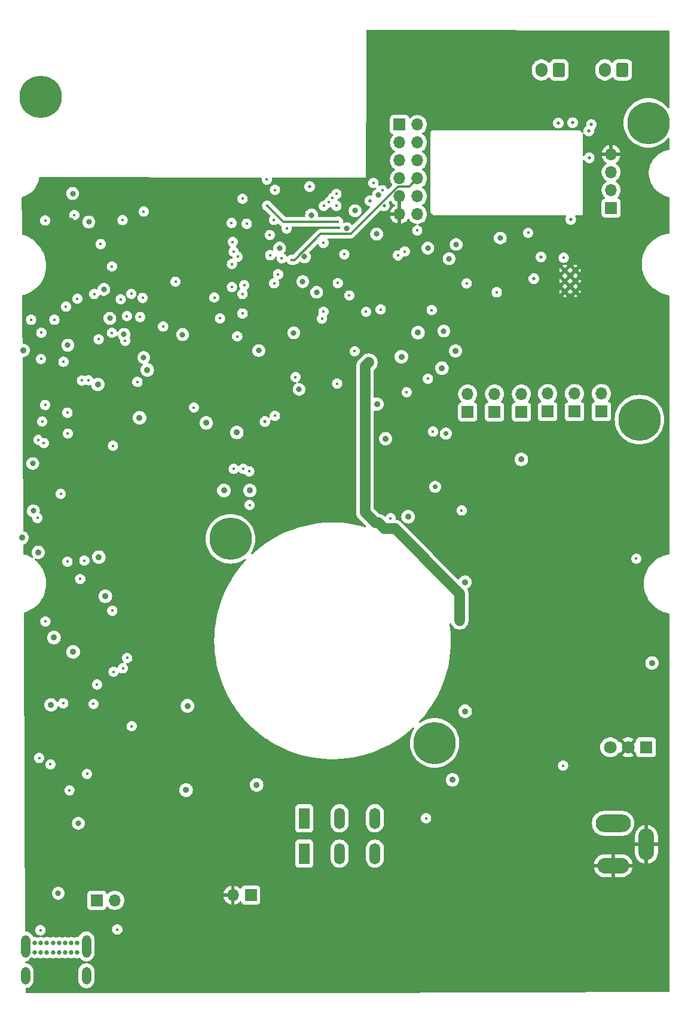
<source format=gbr>
%TF.GenerationSoftware,KiCad,Pcbnew,8.0.7*%
%TF.CreationDate,2025-07-24T12:10:58+02:00*%
%TF.ProjectId,Soundwalk,536f756e-6477-4616-9c6b-2e6b69636164,rev?*%
%TF.SameCoordinates,Original*%
%TF.FileFunction,Copper,L2,Inr*%
%TF.FilePolarity,Positive*%
%FSLAX46Y46*%
G04 Gerber Fmt 4.6, Leading zero omitted, Abs format (unit mm)*
G04 Created by KiCad (PCBNEW 8.0.7) date 2025-07-24 12:10:58*
%MOMM*%
%LPD*%
G01*
G04 APERTURE LIST*
G04 Aperture macros list*
%AMRoundRect*
0 Rectangle with rounded corners*
0 $1 Rounding radius*
0 $2 $3 $4 $5 $6 $7 $8 $9 X,Y pos of 4 corners*
0 Add a 4 corners polygon primitive as box body*
4,1,4,$2,$3,$4,$5,$6,$7,$8,$9,$2,$3,0*
0 Add four circle primitives for the rounded corners*
1,1,$1+$1,$2,$3*
1,1,$1+$1,$4,$5*
1,1,$1+$1,$6,$7*
1,1,$1+$1,$8,$9*
0 Add four rect primitives between the rounded corners*
20,1,$1+$1,$2,$3,$4,$5,0*
20,1,$1+$1,$4,$5,$6,$7,0*
20,1,$1+$1,$6,$7,$8,$9,0*
20,1,$1+$1,$8,$9,$2,$3,0*%
G04 Aperture macros list end*
%TA.AperFunction,ComponentPad*%
%ADD10R,1.700000X1.700000*%
%TD*%
%TA.AperFunction,ComponentPad*%
%ADD11O,1.700000X1.700000*%
%TD*%
%TA.AperFunction,ComponentPad*%
%ADD12RoundRect,0.250000X0.600000X0.750000X-0.600000X0.750000X-0.600000X-0.750000X0.600000X-0.750000X0*%
%TD*%
%TA.AperFunction,ComponentPad*%
%ADD13O,1.700000X2.000000*%
%TD*%
%TA.AperFunction,ComponentPad*%
%ADD14C,0.800000*%
%TD*%
%TA.AperFunction,ComponentPad*%
%ADD15C,6.000000*%
%TD*%
%TA.AperFunction,ComponentPad*%
%ADD16O,5.000000X2.500000*%
%TD*%
%TA.AperFunction,ComponentPad*%
%ADD17O,4.500000X2.250000*%
%TD*%
%TA.AperFunction,ComponentPad*%
%ADD18O,2.250000X4.500000*%
%TD*%
%TA.AperFunction,ComponentPad*%
%ADD19C,0.648000*%
%TD*%
%TA.AperFunction,ComponentPad*%
%ADD20O,1.300000X3.200000*%
%TD*%
%TA.AperFunction,ComponentPad*%
%ADD21O,1.300000X2.500000*%
%TD*%
%TA.AperFunction,ComponentPad*%
%ADD22C,1.800000*%
%TD*%
%TA.AperFunction,ComponentPad*%
%ADD23R,1.800000X1.800000*%
%TD*%
%TA.AperFunction,HeatsinkPad*%
%ADD24C,0.600000*%
%TD*%
%TA.AperFunction,HeatsinkPad*%
%ADD25C,0.500000*%
%TD*%
%TA.AperFunction,ComponentPad*%
%ADD26R,1.500000X3.000000*%
%TD*%
%TA.AperFunction,ComponentPad*%
%ADD27O,1.500000X3.000000*%
%TD*%
%TA.AperFunction,ViaPad*%
%ADD28C,0.450000*%
%TD*%
%TA.AperFunction,ViaPad*%
%ADD29C,0.800000*%
%TD*%
%TA.AperFunction,ViaPad*%
%ADD30C,0.900000*%
%TD*%
%TA.AperFunction,ViaPad*%
%ADD31C,0.500000*%
%TD*%
%TA.AperFunction,ViaPad*%
%ADD32C,0.700000*%
%TD*%
%TA.AperFunction,Conductor*%
%ADD33C,0.349250*%
%TD*%
%TA.AperFunction,Conductor*%
%ADD34C,1.500000*%
%TD*%
G04 APERTURE END LIST*
D10*
%TO.N,Net-(JP6-A)*%
%TO.C,JP7*%
X258089000Y-74803000D03*
D11*
%TO.N,+5V*%
X258089000Y-72263000D03*
%TD*%
D10*
%TO.N,Net-(JP3-A)*%
%TO.C,JP5*%
X254381000Y-74841000D03*
D11*
%TO.N,+5V*%
X254381000Y-72301000D03*
%TD*%
D10*
%TO.N,VBUS*%
%TO.C,JP2*%
X194225000Y-144000000D03*
D11*
%TO.N,+5V*%
X196765000Y-144000000D03*
%TD*%
D10*
%TO.N,Net-(JP6-A)*%
%TO.C,JP8*%
X265709000Y-74798000D03*
D11*
%TO.N,+5V*%
X265709000Y-72258000D03*
%TD*%
D12*
%TO.N,Net-(J4-Pin_1)*%
%TO.C,J4*%
X259695000Y-26433000D03*
D13*
%TO.N,Net-(J4-Pin_2)*%
X257195000Y-26433000D03*
%TD*%
D14*
%TO.N,Net-(JP1-A)*%
%TO.C,H5*%
X184000000Y-30250000D03*
X184659010Y-28659010D03*
X184659010Y-31840990D03*
X186250000Y-28000000D03*
D15*
X186250000Y-30250000D03*
D14*
X186250000Y-32500000D03*
X187840990Y-28659010D03*
X187840990Y-31840990D03*
X188500000Y-30250000D03*
%TD*%
%TO.N,Net-(JP1-A)*%
%TO.C,H4*%
X210917657Y-92821057D03*
X211576667Y-91230067D03*
X211576667Y-94412047D03*
X213167657Y-90571057D03*
D15*
X213167657Y-92821057D03*
D14*
X213167657Y-95071057D03*
X214758647Y-91230067D03*
X214758647Y-94412047D03*
X215417657Y-92821057D03*
%TD*%
D16*
%TO.N,+12V*%
%TO.C,J3*%
X267368000Y-133106000D03*
D17*
%TO.N,GND*%
X267368000Y-139106000D03*
D18*
X272068000Y-136106000D03*
%TD*%
D19*
%TO.N,GND*%
%TO.C,U1*%
X185459000Y-150034000D03*
%TO.N,V-BUS*%
X186309000Y-150034000D03*
%TO.N,/ESP32-WROOM-32/USB_CONN_CC1*%
X187159000Y-150034000D03*
%TO.N,/ESP32-WROOM-32/USB_CONN_D+*%
X188009000Y-150034000D03*
%TO.N,/ESP32-WROOM-32/USB_CONN_D-*%
X188859000Y-150034000D03*
%TO.N,unconnected-(U1-SBU1-PadA8)*%
X189709000Y-150034000D03*
%TO.N,V-BUS*%
X190559000Y-150034000D03*
%TO.N,GND*%
X191409000Y-150034000D03*
X191409000Y-151384000D03*
%TO.N,V-BUS*%
X190559000Y-151384000D03*
%TO.N,/ESP32-WROOM-32/USB_CONN_CC2*%
X189709000Y-151384000D03*
%TO.N,/ESP32-WROOM-32/USB_CONN_D+*%
X188859000Y-151384000D03*
%TO.N,/ESP32-WROOM-32/USB_CONN_D-*%
X188009000Y-151384000D03*
%TO.N,unconnected-(U1-SBU2-PadB8)*%
X187159000Y-151384000D03*
%TO.N,V-BUS*%
X186309000Y-151384000D03*
%TO.N,GND*%
X185459000Y-151384000D03*
D20*
%TO.N,N/C*%
X184114000Y-150534000D03*
D21*
X184114000Y-154684000D03*
D20*
X192754000Y-150534000D03*
D21*
X192754000Y-154684000D03*
%TD*%
D22*
%TO.N,+12V*%
%TO.C,U10*%
X266939000Y-122329000D03*
%TO.N,GND*%
X269479000Y-122329000D03*
D23*
%TO.N,Net-(JP3-A)*%
X272019000Y-122329000D03*
%TD*%
D24*
%TO.N,GND*%
%TO.C,U2*%
X205024800Y-49688400D03*
X205024800Y-51088400D03*
X205724800Y-48988400D03*
X205724800Y-50388400D03*
X205724800Y-51788400D03*
X206424800Y-49688400D03*
X206424800Y-51088400D03*
X207124800Y-48988400D03*
X207124800Y-50388400D03*
X207124800Y-51788400D03*
X207824800Y-49688400D03*
X207824800Y-51088400D03*
%TD*%
D14*
%TO.N,Net-(JP1-A)*%
%TO.C,H7*%
X270090810Y-33931410D03*
X270749820Y-32340420D03*
X270749820Y-35522400D03*
X272340810Y-31681410D03*
D15*
X272340810Y-33931410D03*
D14*
X272340810Y-36181410D03*
X273931800Y-32340420D03*
X273931800Y-35522400D03*
X274590810Y-33931410D03*
%TD*%
D10*
%TO.N,Net-(JP1-A)*%
%TO.C,JP1*%
X216032000Y-143256000D03*
D11*
%TO.N,GND*%
X213492000Y-143256000D03*
%TD*%
D14*
%TO.N,Net-(JP1-A)*%
%TO.C,H9*%
X268840810Y-75931410D03*
X269499820Y-74340420D03*
X269499820Y-77522400D03*
X271090810Y-73681410D03*
D15*
X271090810Y-75931410D03*
D14*
X271090810Y-78181410D03*
X272681800Y-74340420D03*
X272681800Y-77522400D03*
X273340810Y-75931410D03*
%TD*%
D10*
%TO.N,Net-(JP6-A)*%
%TO.C,JP6*%
X261899000Y-74803000D03*
D11*
%TO.N,+5V*%
X261899000Y-72263000D03*
%TD*%
D10*
%TO.N,/ESP32-WROOM-32/ESP32-SENSOR-VN*%
%TO.C,J1*%
X237109000Y-34163000D03*
D11*
%TO.N,+3.3V*%
X239649000Y-34163000D03*
%TO.N,/ESP32-WROOM-32/ESP32-AUX-6*%
X237109000Y-36703000D03*
%TO.N,+5V*%
X239649000Y-36703000D03*
%TO.N,/ESP32-WROOM-32/ESP32-AUX-4*%
X237109000Y-39243000D03*
%TO.N,/ESP32-WROOM-32/ESP32-SENSOR-VP*%
X239649000Y-39243000D03*
%TO.N,/ESP32-WROOM-32/ESP32-AUX-5*%
X237109000Y-41783000D03*
%TO.N,/ESP32-WROOM-32/ESP32-AUX-1*%
X239649000Y-41783000D03*
%TO.N,GND*%
X237109000Y-44323000D03*
%TO.N,+12V*%
X239649000Y-44323000D03*
%TO.N,GND*%
X237109000Y-46863000D03*
%TO.N,/ESP32-WROOM-32/ESP32-AUX-2*%
X239649000Y-46863000D03*
%TD*%
D10*
%TO.N,Net-(JP3-A)*%
%TO.C,JP3*%
X250571000Y-74841000D03*
D11*
%TO.N,+5V*%
X250571000Y-72301000D03*
%TD*%
D25*
%TO.N,GND*%
%TO.C,U12*%
X260516000Y-54806000D03*
X260516000Y-56306000D03*
X260516000Y-57806000D03*
X262016000Y-54806000D03*
X262016000Y-56306000D03*
X262016000Y-57806000D03*
%TD*%
D26*
%TO.N,/3-PH/IR2136_VS1*%
%TO.C,J2*%
X223618000Y-132406000D03*
X223618000Y-137406000D03*
D27*
%TO.N,/3-PH/IR2136_VS2*%
X228618000Y-132406000D03*
X228618000Y-137406000D03*
%TO.N,/3-PH/IR2136_VS3*%
X233618000Y-132406000D03*
X233618000Y-137406000D03*
%TD*%
D10*
%TO.N,+5V*%
%TO.C,J5*%
X267081000Y-45974000D03*
D11*
%TO.N,/ESP32-WROOM-32/ESP32-LED-CLK*%
X267081000Y-43434000D03*
%TO.N,/ESP32-WROOM-32/ESP32-GPIO13*%
X267081000Y-40894000D03*
%TO.N,GND*%
X267081000Y-38354000D03*
%TD*%
D12*
%TO.N,+12V*%
%TO.C,J6*%
X268692000Y-26416000D03*
D13*
%TO.N,Net-(J6-Pin_2)*%
X266192000Y-26416000D03*
%TD*%
D10*
%TO.N,Net-(JP3-A)*%
%TO.C,JP4*%
X246761000Y-74841000D03*
D11*
%TO.N,+5V*%
X246761000Y-72301000D03*
%TD*%
D14*
%TO.N,Net-(JP1-A)*%
%TO.C,H1*%
X239820343Y-121723743D03*
X240479353Y-120132753D03*
X240479353Y-123314733D03*
X242070343Y-119473743D03*
D15*
X242070343Y-121723743D03*
D14*
X242070343Y-123973743D03*
X243661333Y-120132753D03*
X243661333Y-123314733D03*
X244320343Y-121723743D03*
%TD*%
D28*
%TO.N,GND*%
X274015000Y-154643137D03*
X274015000Y-152103137D03*
X274015000Y-149563137D03*
X274015000Y-147023137D03*
X274015000Y-144483137D03*
X274015000Y-141943137D03*
X274015000Y-139403137D03*
X274015000Y-136863137D03*
X274015000Y-134323137D03*
X274015000Y-121623137D03*
X274015000Y-119083137D03*
X274015000Y-116543137D03*
X274015000Y-114003137D03*
X274015000Y-63203137D03*
X274015000Y-60663137D03*
X274015000Y-47963137D03*
X274015000Y-45423137D03*
X274015000Y-37803137D03*
X274015000Y-30183137D03*
X274015000Y-27643137D03*
X274015000Y-25103137D03*
X274015000Y-22563137D03*
X271475000Y-154643137D03*
X271475000Y-152103137D03*
X271475000Y-149563137D03*
X271475000Y-147023137D03*
X271475000Y-144483137D03*
X271475000Y-141943137D03*
X271475000Y-139403137D03*
X271475000Y-63203137D03*
X271475000Y-30183137D03*
X271475000Y-27643137D03*
X271475000Y-25103137D03*
X271475000Y-22563137D03*
X268935000Y-154643137D03*
X268935000Y-152103137D03*
X268935000Y-149563137D03*
X268935000Y-147023137D03*
X268935000Y-144483137D03*
X268935000Y-141943137D03*
X268935000Y-136863137D03*
X268935000Y-119083137D03*
X268935000Y-108923137D03*
X268935000Y-106383137D03*
X268935000Y-22563137D03*
X266395000Y-154643137D03*
X266395000Y-152103137D03*
X266395000Y-149563137D03*
X266395000Y-147023137D03*
X266395000Y-144483137D03*
X266395000Y-141943137D03*
X266395000Y-136863137D03*
X266395000Y-111463137D03*
X266395000Y-108923137D03*
X266395000Y-106383137D03*
X266395000Y-63203137D03*
X266395000Y-60663137D03*
X266395000Y-30183137D03*
X266395000Y-22563137D03*
X263855000Y-154643137D03*
X263855000Y-152103137D03*
X263855000Y-149563137D03*
X263855000Y-147023137D03*
X263855000Y-144483137D03*
X263855000Y-141943137D03*
X263855000Y-139403137D03*
X263855000Y-136863137D03*
X263855000Y-134323137D03*
X263855000Y-129243137D03*
X263855000Y-126703137D03*
X263855000Y-124163137D03*
X263855000Y-121623137D03*
X263855000Y-119083137D03*
X263855000Y-116543137D03*
X263855000Y-27643137D03*
X261315000Y-154643137D03*
X261315000Y-152103137D03*
X261315000Y-149563137D03*
X261315000Y-147023137D03*
X261315000Y-144483137D03*
X261315000Y-141943137D03*
X261315000Y-139403137D03*
X261315000Y-136863137D03*
X261315000Y-134323137D03*
X261315000Y-129243137D03*
X261315000Y-111463137D03*
X261315000Y-106383137D03*
X261315000Y-27643137D03*
X258775000Y-154643137D03*
X258775000Y-152103137D03*
X258775000Y-149563137D03*
X258775000Y-147023137D03*
X258775000Y-144483137D03*
X258775000Y-141943137D03*
X258775000Y-139403137D03*
X258775000Y-136863137D03*
X258775000Y-134323137D03*
X258775000Y-124163137D03*
X258775000Y-111463137D03*
X256235000Y-154643137D03*
X256235000Y-152103137D03*
X256235000Y-149563137D03*
X256235000Y-147023137D03*
X256235000Y-144483137D03*
X256235000Y-141943137D03*
X256235000Y-139403137D03*
X256235000Y-136863137D03*
X256235000Y-134323137D03*
X256235000Y-131783137D03*
X256235000Y-68283137D03*
X256235000Y-65743137D03*
X256235000Y-30183137D03*
X253695000Y-154643137D03*
X253695000Y-152103137D03*
X253695000Y-149563137D03*
X253695000Y-147023137D03*
X253695000Y-144483137D03*
X253695000Y-141943137D03*
X253695000Y-96223137D03*
X253695000Y-68283137D03*
X253695000Y-30183137D03*
X253695000Y-27643137D03*
X251155000Y-154643137D03*
X251155000Y-152103137D03*
X251155000Y-149563137D03*
X251155000Y-147023137D03*
X251155000Y-144483137D03*
X251155000Y-68283137D03*
X248615000Y-154643137D03*
X248615000Y-152103137D03*
X248615000Y-149563137D03*
X248615000Y-147023137D03*
X248615000Y-139403137D03*
X248615000Y-136863137D03*
X248615000Y-80983137D03*
X248615000Y-68283137D03*
X246075000Y-154643137D03*
X246075000Y-152103137D03*
X246075000Y-149563137D03*
X246075000Y-141943137D03*
X246075000Y-139403137D03*
X246075000Y-136863137D03*
X246075000Y-134323137D03*
X246075000Y-80983137D03*
X243535000Y-154643137D03*
X243535000Y-152103137D03*
X243535000Y-149563137D03*
X243535000Y-144483137D03*
X243535000Y-139403137D03*
X243535000Y-136863137D03*
X243535000Y-114003137D03*
X243535000Y-91143137D03*
X243535000Y-88603137D03*
X243535000Y-83523137D03*
X243535000Y-80983137D03*
X240995000Y-154643137D03*
X240995000Y-152103137D03*
X240995000Y-149563137D03*
X240995000Y-136863137D03*
X238455000Y-154643137D03*
X238455000Y-152103137D03*
X238455000Y-149563137D03*
X238455000Y-141943137D03*
X238455000Y-136863137D03*
X238455000Y-124163137D03*
X238455000Y-27643137D03*
X238455000Y-22563137D03*
X235915000Y-154643137D03*
X235915000Y-152103137D03*
X235915000Y-149563137D03*
X235915000Y-147023137D03*
X235915000Y-141943137D03*
X235915000Y-139403137D03*
X235915000Y-136863137D03*
X235915000Y-27643137D03*
X235915000Y-22563137D03*
X233375000Y-154643137D03*
X233375000Y-152103137D03*
X233375000Y-149563137D03*
X233375000Y-147023137D03*
X233375000Y-141943137D03*
X233375000Y-22563137D03*
X230835000Y-154643137D03*
X230835000Y-152103137D03*
X230835000Y-149563137D03*
X230835000Y-147023137D03*
X230835000Y-141943137D03*
X230835000Y-139403137D03*
X230835000Y-136863137D03*
X228295000Y-154643137D03*
X228295000Y-152103137D03*
X228295000Y-149563137D03*
X228295000Y-147023137D03*
X228295000Y-141943137D03*
X228295000Y-129243137D03*
X228295000Y-73363137D03*
X228295000Y-65743137D03*
X225755000Y-154643137D03*
X225755000Y-152103137D03*
X225755000Y-149563137D03*
X225755000Y-147023137D03*
X225755000Y-136863137D03*
X225755000Y-134323137D03*
X225755000Y-131783137D03*
X225755000Y-129243137D03*
X223215000Y-154643137D03*
X223215000Y-152103137D03*
X223215000Y-149563137D03*
X223215000Y-147023137D03*
X220675000Y-154643137D03*
X220675000Y-152103137D03*
X220675000Y-149563137D03*
X220675000Y-147023137D03*
X220675000Y-144483137D03*
X220675000Y-134323137D03*
X220675000Y-91143137D03*
X218135000Y-154643137D03*
X218135000Y-152103137D03*
X218135000Y-149563137D03*
X218135000Y-147023137D03*
X218135000Y-144483137D03*
X218135000Y-141943137D03*
X218135000Y-131783137D03*
X218135000Y-121623137D03*
X218135000Y-91143137D03*
X215595000Y-154643137D03*
X215595000Y-152103137D03*
X215595000Y-149563137D03*
X215595000Y-147023137D03*
X215595000Y-139403137D03*
X215595000Y-121623137D03*
X213055000Y-154643137D03*
X213055000Y-152103137D03*
X213055000Y-149563137D03*
X213055000Y-147023137D03*
X213055000Y-139403137D03*
X213055000Y-136863137D03*
X213055000Y-121623137D03*
X213055000Y-119083137D03*
X213055000Y-116543137D03*
X210515000Y-154643137D03*
X210515000Y-152103137D03*
X210515000Y-149563137D03*
X210515000Y-147023137D03*
X210515000Y-144483137D03*
X210515000Y-141943137D03*
X210515000Y-98763137D03*
X210515000Y-96223137D03*
X210515000Y-78443137D03*
X210515000Y-68283137D03*
X210515000Y-50503137D03*
X210515000Y-42883137D03*
X207975000Y-154643137D03*
X207975000Y-152103137D03*
X207975000Y-149563137D03*
X207975000Y-147023137D03*
X207975000Y-144483137D03*
X207975000Y-141943137D03*
X207975000Y-134323137D03*
X207975000Y-131783137D03*
X205435000Y-154643137D03*
X205435000Y-152103137D03*
X205435000Y-149563137D03*
X205435000Y-147023137D03*
X205435000Y-144483137D03*
X205435000Y-141943137D03*
X205435000Y-139403137D03*
X205435000Y-136863137D03*
X205435000Y-134323137D03*
X205435000Y-131783137D03*
X202895000Y-154643137D03*
X202895000Y-152103137D03*
X202895000Y-149563137D03*
X202895000Y-147023137D03*
X202895000Y-144483137D03*
X202895000Y-141943137D03*
X202895000Y-139403137D03*
X202895000Y-136863137D03*
X202895000Y-134323137D03*
X202895000Y-131783137D03*
X202895000Y-129243137D03*
X202895000Y-101303137D03*
X202895000Y-88603137D03*
X202895000Y-42883137D03*
X200355000Y-154643137D03*
X200355000Y-152103137D03*
X200355000Y-149563137D03*
X200355000Y-147023137D03*
X200355000Y-88603137D03*
X197815000Y-154643137D03*
X197815000Y-141943137D03*
X197815000Y-139403137D03*
X197815000Y-136863137D03*
X197815000Y-134323137D03*
X195275000Y-154643137D03*
X195275000Y-141943137D03*
X195275000Y-139403137D03*
X192735000Y-139403137D03*
X192735000Y-136863137D03*
X190195000Y-154643137D03*
X190195000Y-136863137D03*
X190195000Y-50503137D03*
X187655000Y-154643137D03*
X187655000Y-136863137D03*
X185115000Y-47963137D03*
X185115000Y-45423137D03*
D29*
%TO.N,VBUS*%
X188768000Y-143006000D03*
X191618000Y-133106000D03*
D28*
%TO.N,/ESP32-WROOM-32/ESP32-ENABLE*%
X186918000Y-47750000D03*
X191034000Y-46966000D03*
X219468000Y-43406000D03*
X228368000Y-56606000D03*
%TO.N,/ESP32-WROOM-32/ESP32-GPIO0*%
X230750000Y-66250000D03*
X230000000Y-58345776D03*
X193868000Y-58156000D03*
X210868000Y-58656000D03*
%TO.N,/3-PH/IR2136-RCIN*%
X185818000Y-89856000D03*
X186718000Y-79256000D03*
D30*
%TO.N,+12V*%
X238311575Y-89699276D03*
X207068000Y-116472546D03*
D31*
X259588000Y-33933000D03*
D30*
X185928000Y-94742000D03*
X187742982Y-116334503D03*
X183808676Y-66140887D03*
X235118000Y-78656000D03*
X188169000Y-106807000D03*
X246380000Y-98951375D03*
D31*
X263976000Y-38862000D03*
D30*
X254356000Y-81567000D03*
X183618000Y-92656000D03*
X272868000Y-110406000D03*
X239726181Y-63631375D03*
D28*
%TO.N,/3-PH/IR2136-VB1*%
X192468000Y-95906000D03*
X192118000Y-70406000D03*
X191868000Y-98506000D03*
X186944000Y-104521000D03*
%TO.N,/3-PH/IR2136-VB2*%
X207972625Y-74226911D03*
X219448000Y-75406000D03*
X228268000Y-70856000D03*
X199968000Y-70606000D03*
%TO.N,/3-PH/IR2136-VB3*%
X240868000Y-132406000D03*
X213618000Y-82906000D03*
%TO.N,Net-(JP6-A)*%
X245914500Y-88806000D03*
X270637000Y-95631000D03*
D29*
%TO.N,+5V*%
X222118000Y-63656000D03*
X185250000Y-88856000D03*
X243368000Y-63406000D03*
X244118000Y-53156000D03*
X185155162Y-82155128D03*
X190118000Y-65406000D03*
X245118000Y-51137000D03*
X233868000Y-49656000D03*
X234118000Y-44156000D03*
D28*
%TO.N,/ESP32-WROOM-32/ESP32-AUX-5*%
X194268000Y-113456000D03*
D31*
X234950000Y-45681000D03*
D28*
X214118000Y-64156000D03*
X228168000Y-45656000D03*
X211668000Y-61606000D03*
%TO.N,/ESP32-WROOM-32/ESP32-AUX-2*%
X237845600Y-52125000D03*
X220428603Y-53093403D03*
X219354400Y-56638400D03*
%TO.N,/ESP32-WROOM-32/ESP32-AUX-4*%
X197618000Y-58906000D03*
%TO.N,/ESP32-WROOM-32/ESP32-SENSOR-VP*%
X200868000Y-46478400D03*
%TO.N,/ESP32-WROOM-32/ESP32-SENSOR-VN*%
X218359500Y-45656000D03*
X234663375Y-43451375D03*
X228376875Y-47906000D03*
X214868000Y-44656000D03*
%TO.N,/ESP32-WROOM-32/ESP32-AUX-1*%
X221793097Y-53314303D03*
X219897625Y-55363998D03*
%TO.N,/ESP32-WROOM-32/ESP32-AUX-6*%
X197868000Y-47675800D03*
D31*
%TO.N,Net-(J4-Pin_1)*%
X264287000Y-34163000D03*
X256132984Y-55981000D03*
%TO.N,Net-(J4-Pin_2)*%
X257141000Y-52893000D03*
X263906000Y-35052000D03*
D28*
%TO.N,/ESP32-WROOM-32/ESP32-LED-CLK*%
X218298928Y-41944702D03*
D31*
X261620000Y-33909000D03*
D28*
X199118000Y-58126375D03*
%TO.N,/ESP32-WROOM-32/ESP32-GPIO13*%
X239618000Y-49156000D03*
X197918000Y-111156000D03*
X213368000Y-57156000D03*
X203618000Y-62756000D03*
D31*
X261342616Y-47601616D03*
D28*
X226338375Y-50906000D03*
%TO.N,Net-(Q1-B)*%
X189865000Y-59944000D03*
X199161400Y-119354600D03*
%TO.N,/ESP32-WROOM-32/FT231XS-RTS*%
X196596000Y-111658400D03*
X188218000Y-61806000D03*
%TO.N,/ESP32-WROOM-32/FT231XS-DTR*%
X198526400Y-109677200D03*
X191465200Y-58826400D03*
%TO.N,/3-PH/HIN2*%
X186375000Y-63625000D03*
X189500000Y-67750000D03*
D31*
%TO.N,+3.3V*%
X224368000Y-42947125D03*
D29*
X241118000Y-51656000D03*
X206368000Y-63906000D03*
X223397261Y-56406000D03*
X222868000Y-71656000D03*
X230816375Y-46360625D03*
X217168000Y-66156000D03*
X223646367Y-52882879D03*
X193090800Y-47955200D03*
X224637600Y-46964600D03*
X229618000Y-48906000D03*
X200868000Y-67156000D03*
X196075590Y-61606000D03*
X190804800Y-43915389D03*
X220118000Y-51656000D03*
X198069200Y-63881000D03*
X195224400Y-57506000D03*
X251368000Y-50235625D03*
X225368000Y-57906000D03*
D28*
%TO.N,/3-PH/IR2136_HIN1*%
X194767200Y-51079400D03*
X196367400Y-54254400D03*
%TO.N,/3-PH/HIN1*%
X186318000Y-67356000D03*
X184918000Y-61806000D03*
%TO.N,/3-PH/IR2136_HIN3*%
X200709030Y-58704416D03*
X200368000Y-61406000D03*
%TO.N,/3-PH/IR2136-EN*%
X214868000Y-60906000D03*
X214868000Y-58156000D03*
%TO.N,/3-PH/LIN1*%
X205368000Y-56406000D03*
X194481513Y-64554252D03*
X198493000Y-61281000D03*
X213368000Y-53906000D03*
X196368000Y-63656000D03*
X221118000Y-48906000D03*
%TO.N,/3-PH/LIN2*%
X227618000Y-44560999D03*
X213481383Y-50769383D03*
%TO.N,/3-PH/IR2136-LIN3*%
X226368000Y-45676000D03*
X222368000Y-69906000D03*
%TO.N,/3-PH/LIN3*%
X185968000Y-78806000D03*
X186918000Y-73856000D03*
X228168000Y-43981000D03*
X198247285Y-64777711D03*
%TO.N,/3-PH/IR2136-LO1-R*%
X196509981Y-79652122D03*
X196418000Y-103006000D03*
%TO.N,/3-PH/IR2136-HO2-R*%
X260268000Y-124956000D03*
X214968000Y-82906000D03*
%TO.N,/3-PH/IR2136-LO2-R*%
X235839000Y-89906000D03*
X215879011Y-88036019D03*
%TO.N,/3-PH/IR2136-HO3-R*%
X241123660Y-70150340D03*
X238118000Y-72056000D03*
%TO.N,/ESP32-WROOM-32/USB_CONN_CC1*%
X197118000Y-148156000D03*
%TO.N,/ESP32-WROOM-32/ESP32-TXD0*%
X219318000Y-47656000D03*
X193760500Y-116206000D03*
%TO.N,/ESP32-WROOM-32/ESP32-GPIO5*%
X241655600Y-60433989D03*
X260350000Y-53018000D03*
%TO.N,/ESP32-WROOM-32/ESP32-RXD0*%
X189468000Y-116106000D03*
X215468000Y-48206000D03*
%TO.N,/3-PH/3PH-ZC1*%
X246618000Y-56656000D03*
X226118000Y-61656000D03*
X234428453Y-60342429D03*
X215118000Y-56906000D03*
%TO.N,/3-PH/3PH-ZC2*%
X250868000Y-57906000D03*
X232368000Y-60656000D03*
X218738566Y-49794499D03*
X218794764Y-52656001D03*
X213618000Y-52156000D03*
X226338375Y-60656000D03*
%TO.N,/3-PH/IR2136-FAULT*%
X190068000Y-74956000D03*
X189118000Y-86456000D03*
D31*
%TO.N,/3-PH/3PH-ZC3*%
X232918000Y-44958000D03*
D28*
X214183750Y-52876375D03*
X227108375Y-45146375D03*
X236868000Y-52685625D03*
%TO.N,/3-PH/IR2136-ITRIP*%
X190118000Y-77906000D03*
X186497625Y-76211000D03*
%TO.N,/3-PH/IR2136-HO1*%
X190068200Y-96062800D03*
X193015598Y-70367241D03*
%TO.N,/3-PH/IR2136-HO3*%
X215818000Y-83256000D03*
X241842500Y-77631500D03*
%TO.N,/ESP32-WROOM-32/ESP32-12VLED*%
X213304617Y-48092617D03*
X233413162Y-42421946D03*
D32*
%TO.N,Net-(JP3-A)*%
X243649500Y-77914500D03*
X242149425Y-85471000D03*
D28*
%TO.N,/ESP32-WROOM-32/ESP32-AIN2*%
X229285800Y-52535750D03*
X255320800Y-49498000D03*
%TO.N,GND*%
X250381258Y-89822615D03*
D29*
X259118000Y-107306000D03*
D28*
X251581000Y-90584000D03*
D29*
X187110500Y-132518500D03*
X269722600Y-44170600D03*
D31*
X193294000Y-108966000D03*
D29*
X185618000Y-69856000D03*
D31*
X260868000Y-96906000D03*
D29*
X207168000Y-74906000D03*
D31*
X246118000Y-90906000D03*
X248368000Y-90906000D03*
D29*
X270766000Y-50768000D03*
X192250000Y-53500000D03*
D31*
X246868000Y-91656000D03*
D29*
X226000000Y-65606000D03*
D28*
X250368034Y-91396305D03*
D29*
X233070400Y-57937400D03*
D31*
X247618000Y-90906000D03*
D29*
X256016000Y-54768000D03*
D31*
X263868000Y-96906000D03*
D28*
X251597892Y-89782942D03*
D31*
X261868000Y-96906000D03*
D29*
X225500000Y-59811187D03*
X230609147Y-56647147D03*
X256118000Y-53406000D03*
X232664000Y-59258200D03*
D28*
X252721957Y-91383081D03*
D31*
X246118000Y-92406000D03*
D29*
X191368000Y-128756000D03*
X244868000Y-54156000D03*
D31*
X246868000Y-90906000D03*
D29*
X265798000Y-55768000D03*
X214618000Y-68056000D03*
D31*
X260868000Y-95406000D03*
D29*
X200558400Y-42697400D03*
X269766000Y-61018000D03*
D28*
X250394482Y-90616072D03*
D29*
X270418000Y-59306000D03*
X188315600Y-42113200D03*
X194118000Y-132306000D03*
X186668000Y-81906000D03*
X256413000Y-58039000D03*
D31*
X237617000Y-30861000D03*
D29*
X187518000Y-91956000D03*
X246000000Y-84750000D03*
X214118000Y-66051375D03*
X191160400Y-126415800D03*
D31*
X264868000Y-96906000D03*
X246868000Y-92406000D03*
X248368000Y-92406000D03*
D28*
X251478874Y-91356632D03*
D29*
X192768000Y-110706000D03*
D31*
X246118000Y-91656000D03*
D29*
X273118000Y-130406000D03*
X236250000Y-49000000D03*
D31*
X261868000Y-95406000D03*
D29*
X189105374Y-145868499D03*
X186718000Y-80456000D03*
D31*
X264868000Y-95406000D03*
X262868000Y-95406000D03*
D28*
X252735181Y-89782942D03*
D29*
X245750000Y-95000000D03*
D31*
X247618000Y-91656000D03*
D29*
X268068000Y-129706000D03*
X248368000Y-60906000D03*
D31*
X247618000Y-92406000D03*
D29*
X198618000Y-151156000D03*
X236118000Y-53406000D03*
D31*
X262868000Y-96906000D03*
D29*
X199518000Y-71556000D03*
D31*
X207010000Y-139446000D03*
D29*
X202618000Y-61906000D03*
X234768000Y-47500000D03*
X245750000Y-86500000D03*
X185168000Y-145906000D03*
X215618000Y-71656000D03*
X221718000Y-74506000D03*
D31*
X248368000Y-91656000D03*
D29*
X186055000Y-103124000D03*
X230868000Y-54906000D03*
X185718000Y-143656000D03*
X253238000Y-66065400D03*
X238147055Y-60116365D03*
X239064800Y-138887200D03*
X215118000Y-43656000D03*
X185250000Y-141750000D03*
X194818000Y-44956000D03*
X190550800Y-47752000D03*
D31*
X263868000Y-95406000D03*
D29*
X185039000Y-152527000D03*
X194118000Y-148156000D03*
X186672625Y-78185625D03*
X252000000Y-81250000D03*
X243000000Y-50500000D03*
X247726200Y-64820800D03*
X247750000Y-93750000D03*
X194818000Y-136256000D03*
D31*
X253619000Y-64206000D03*
D29*
X191500000Y-141750000D03*
D28*
X252750000Y-90500000D03*
D29*
X190868000Y-148156000D03*
X206268000Y-66006000D03*
D30*
%TO.N,/3-PH/IR2136_VS1*%
X190881000Y-108839000D03*
X216868000Y-127656000D03*
X201368000Y-68906000D03*
X243118000Y-68656000D03*
X194368000Y-70956000D03*
X206868000Y-128406000D03*
X195439875Y-100962752D03*
D31*
X218042624Y-76218260D03*
D30*
X214059206Y-77769801D03*
X194510500Y-95413500D03*
%TO.N,/3-PH/IR2136_VS2*%
X200278572Y-75671825D03*
X246392876Y-117233876D03*
X232751757Y-67833995D03*
X244602000Y-126948500D03*
X209718000Y-76406000D03*
X245032859Y-66215400D03*
X245618000Y-104394000D03*
%TO.N,/3-PH/IR2136_VS3*%
X215900000Y-85979000D03*
X237368000Y-67031375D03*
X233918000Y-73756000D03*
X212225638Y-85987638D03*
D28*
%TO.N,Net-(U6-3V3OUT)*%
X190368000Y-128456000D03*
X192848000Y-126106000D03*
%TO.N,Net-(U6-CBUS2)*%
X186068000Y-123856000D03*
X187668000Y-124756000D03*
%TO.N,V-BUS*%
X186250000Y-148250000D03*
%TD*%
D33*
%TO.N,/ESP32-WROOM-32/ESP32-SENSOR-VN*%
X218359500Y-45656000D02*
X220609500Y-47906000D01*
X220609500Y-47906000D02*
X228376875Y-47906000D01*
%TO.N,/ESP32-WROOM-32/ESP32-AUX-1*%
X225922130Y-49610625D02*
X230188488Y-49610625D01*
X230188488Y-49610625D02*
X236861488Y-42937625D01*
X236861488Y-42937625D02*
X238494375Y-42937625D01*
X238494375Y-42937625D02*
X239649000Y-41783000D01*
X222218452Y-53314303D02*
X225922130Y-49610625D01*
X221793097Y-53314303D02*
X222218452Y-53314303D01*
D34*
%TO.N,/3-PH/IR2136_VS2*%
X236479894Y-91381000D02*
X234955737Y-91381000D01*
X234125737Y-90551000D02*
X233680000Y-90551000D01*
X234955737Y-91381000D02*
X234125737Y-90551000D01*
X233680000Y-90551000D02*
X232218000Y-89089000D01*
X240298965Y-95200071D02*
X236479894Y-91381000D01*
X232218000Y-68367752D02*
X232751757Y-67833995D01*
X245618000Y-104394000D02*
X245618000Y-100593539D01*
X232218000Y-89089000D02*
X232218000Y-68367752D01*
X240876061Y-95836799D02*
X240298965Y-95200071D01*
X245618000Y-100593539D02*
X240943799Y-95919338D01*
X240943799Y-95919338D02*
X240876061Y-95836799D01*
%TD*%
%TA.AperFunction,Conductor*%
%TO.N,GND*%
G36*
X237359000Y-46429988D02*
G01*
X237301993Y-46397075D01*
X237174826Y-46363000D01*
X237043174Y-46363000D01*
X236916007Y-46397075D01*
X236859000Y-46429988D01*
X236859000Y-44756012D01*
X236916007Y-44788925D01*
X237043174Y-44823000D01*
X237174826Y-44823000D01*
X237301993Y-44788925D01*
X237359000Y-44756012D01*
X237359000Y-46429988D01*
G37*
%TD.AperFunction*%
%TA.AperFunction,Conductor*%
G36*
X275212271Y-20827729D02*
G01*
X275279268Y-20847561D01*
X275324907Y-20900465D01*
X275336000Y-20951729D01*
X275336000Y-31717645D01*
X275316315Y-31784684D01*
X275263511Y-31830439D01*
X275194353Y-31840383D01*
X275130797Y-31811358D01*
X275115634Y-31795681D01*
X274945762Y-31585908D01*
X274945759Y-31585904D01*
X274686316Y-31326461D01*
X274401176Y-31095559D01*
X274401174Y-31095557D01*
X274093466Y-30895730D01*
X273766549Y-30729156D01*
X273424016Y-30597670D01*
X273424009Y-30597668D01*
X273069604Y-30502705D01*
X273069600Y-30502704D01*
X273069599Y-30502704D01*
X272707215Y-30445308D01*
X272340811Y-30426106D01*
X272340809Y-30426106D01*
X271974404Y-30445308D01*
X271612021Y-30502704D01*
X271612019Y-30502704D01*
X271257603Y-30597670D01*
X270915070Y-30729156D01*
X270588153Y-30895730D01*
X270280445Y-31095557D01*
X269995308Y-31326457D01*
X269995300Y-31326464D01*
X269735864Y-31585900D01*
X269735857Y-31585908D01*
X269504957Y-31871045D01*
X269305130Y-32178753D01*
X269138556Y-32505670D01*
X269007070Y-32848203D01*
X268912104Y-33202619D01*
X268912104Y-33202621D01*
X268854708Y-33565004D01*
X268835506Y-33931409D01*
X268835506Y-33931410D01*
X268854708Y-34297815D01*
X268904701Y-34613456D01*
X268912105Y-34660204D01*
X269001111Y-34992379D01*
X269007070Y-35014616D01*
X269138556Y-35357149D01*
X269305130Y-35684066D01*
X269504957Y-35991774D01*
X269565986Y-36067138D01*
X269735861Y-36276916D01*
X269995304Y-36536359D01*
X269995308Y-36536362D01*
X270280445Y-36767262D01*
X270543988Y-36938408D01*
X270588158Y-36967092D01*
X270915074Y-37133665D01*
X271257611Y-37265152D01*
X271612016Y-37360115D01*
X271974406Y-37417512D01*
X272320544Y-37435651D01*
X272340809Y-37436714D01*
X272340810Y-37436714D01*
X272340811Y-37436714D01*
X272360013Y-37435707D01*
X272707214Y-37417512D01*
X273069604Y-37360115D01*
X273424009Y-37265152D01*
X273766546Y-37133665D01*
X274093462Y-36967092D01*
X274401176Y-36767261D01*
X274686316Y-36536359D01*
X274945759Y-36276916D01*
X275115634Y-36067137D01*
X275173121Y-36027427D01*
X275242952Y-36025099D01*
X275302956Y-36060894D01*
X275334082Y-36123448D01*
X275336000Y-36145174D01*
X275336000Y-37631042D01*
X275316315Y-37698081D01*
X275263511Y-37743836D01*
X275224964Y-37754362D01*
X275189790Y-37758059D01*
X275189775Y-37758062D01*
X274851400Y-37829985D01*
X274851399Y-37829986D01*
X274522391Y-37936887D01*
X274522384Y-37936889D01*
X274522384Y-37936890D01*
X274484177Y-37953901D01*
X274206347Y-38077598D01*
X274206340Y-38077601D01*
X273906753Y-38250567D01*
X273906752Y-38250567D01*
X273626869Y-38453916D01*
X273369792Y-38685392D01*
X273138316Y-38942469D01*
X272934967Y-39222352D01*
X272934967Y-39222353D01*
X272762001Y-39521940D01*
X272761998Y-39521947D01*
X272621287Y-39837991D01*
X272514386Y-40166999D01*
X272514385Y-40167000D01*
X272445624Y-40490500D01*
X272442461Y-40505380D01*
X272406300Y-40849428D01*
X272406300Y-41195372D01*
X272442461Y-41539420D01*
X272442462Y-41539424D01*
X272514385Y-41877799D01*
X272514386Y-41877800D01*
X272616435Y-42191876D01*
X272621290Y-42206816D01*
X272705298Y-42395501D01*
X272761998Y-42522852D01*
X272762001Y-42522859D01*
X272934967Y-42822446D01*
X272934967Y-42822447D01*
X273074786Y-43014889D01*
X273128794Y-43089225D01*
X273138316Y-43102330D01*
X273264443Y-43242406D01*
X273369792Y-43359408D01*
X273626878Y-43590890D01*
X273780322Y-43702374D01*
X273838779Y-43744846D01*
X273846684Y-43751411D01*
X273846810Y-43751264D01*
X273849372Y-43753439D01*
X273849375Y-43753441D01*
X273849380Y-43753446D01*
X274129982Y-43966754D01*
X274432002Y-44148474D01*
X274432006Y-44148475D01*
X274432010Y-44148478D01*
X274751888Y-44296470D01*
X274751892Y-44296470D01*
X274751899Y-44296474D01*
X275085922Y-44409019D01*
X275238657Y-44442638D01*
X275299897Y-44476274D01*
X275333231Y-44537679D01*
X275336000Y-44563739D01*
X275336000Y-49504794D01*
X275316315Y-49571833D01*
X275263511Y-49617588D01*
X275223442Y-49628265D01*
X275112031Y-49638589D01*
X275112027Y-49638589D01*
X275112024Y-49638590D01*
X274995057Y-49660455D01*
X274721138Y-49711659D01*
X274721138Y-49711660D01*
X274338680Y-49820478D01*
X273967881Y-49964126D01*
X273611922Y-50141373D01*
X273273833Y-50350709D01*
X272956509Y-50590340D01*
X272956500Y-50590347D01*
X272662638Y-50858238D01*
X272394747Y-51152100D01*
X272394740Y-51152109D01*
X272155109Y-51469433D01*
X271945773Y-51807522D01*
X271768526Y-52163481D01*
X271624878Y-52534280D01*
X271516060Y-52916738D01*
X271516059Y-52916738D01*
X271442988Y-53307631D01*
X271442988Y-53307632D01*
X271415354Y-53605868D01*
X271407724Y-53688214D01*
X271406300Y-53703578D01*
X271406300Y-54101221D01*
X271442988Y-54497167D01*
X271442988Y-54497168D01*
X271469325Y-54638055D01*
X271516058Y-54888054D01*
X271516060Y-54888061D01*
X271612140Y-55225751D01*
X271624879Y-55270522D01*
X271768526Y-55641318D01*
X271945773Y-55997278D01*
X272155108Y-56335365D01*
X272208446Y-56405996D01*
X272394740Y-56652690D01*
X272394747Y-56652699D01*
X272662638Y-56946561D01*
X272956500Y-57214452D01*
X272956509Y-57214459D01*
X273064737Y-57296189D01*
X273273835Y-57454092D01*
X273293063Y-57465997D01*
X273304432Y-57473951D01*
X273488477Y-57618685D01*
X273616244Y-57700795D01*
X273829140Y-57837615D01*
X274189076Y-58023175D01*
X274189081Y-58023177D01*
X274189083Y-58023178D01*
X274376244Y-58098106D01*
X274565021Y-58173681D01*
X274953570Y-58287769D01*
X274953578Y-58287770D01*
X274953580Y-58287771D01*
X274965929Y-58290151D01*
X275235467Y-58342100D01*
X275297570Y-58374116D01*
X275332505Y-58434625D01*
X275336000Y-58463859D01*
X275336000Y-94878277D01*
X275316315Y-94945316D01*
X275263511Y-94991071D01*
X275235467Y-95000036D01*
X274967781Y-95051628D01*
X274967764Y-95051632D01*
X274579231Y-95165715D01*
X274579219Y-95165719D01*
X274203283Y-95316221D01*
X274203279Y-95316223D01*
X273843343Y-95501783D01*
X273502683Y-95720711D01*
X273502676Y-95720716D01*
X273502672Y-95720719D01*
X273274267Y-95900339D01*
X273184359Y-95971043D01*
X273184357Y-95971044D01*
X272891283Y-96250490D01*
X272891281Y-96250492D01*
X272626094Y-96556534D01*
X272626083Y-96556547D01*
X272391206Y-96886385D01*
X272391200Y-96886393D01*
X272188725Y-97237091D01*
X272188717Y-97237107D01*
X272020494Y-97605462D01*
X272020492Y-97605466D01*
X271888053Y-97988125D01*
X271888050Y-97988136D01*
X271792579Y-98381673D01*
X271734948Y-98782501D01*
X271715680Y-99187000D01*
X271734948Y-99591498D01*
X271792579Y-99992326D01*
X271888050Y-100385863D01*
X271888053Y-100385874D01*
X272020492Y-100768533D01*
X272020494Y-100768537D01*
X272188717Y-101136892D01*
X272188725Y-101136908D01*
X272391200Y-101487606D01*
X272391206Y-101487614D01*
X272626083Y-101817452D01*
X272626092Y-101817462D01*
X272626093Y-101817464D01*
X272891280Y-102123507D01*
X273184358Y-102402956D01*
X273502672Y-102653281D01*
X273843340Y-102872215D01*
X274203276Y-103057775D01*
X274203281Y-103057777D01*
X274203283Y-103057778D01*
X274308754Y-103100002D01*
X274579221Y-103208281D01*
X274967770Y-103322369D01*
X274967778Y-103322370D01*
X274967780Y-103322371D01*
X274976720Y-103324094D01*
X275235468Y-103373963D01*
X275297570Y-103405979D01*
X275332505Y-103466488D01*
X275336000Y-103495722D01*
X275336000Y-156848561D01*
X275316315Y-156915600D01*
X275263511Y-156961355D01*
X275212563Y-156972560D01*
X228133855Y-157186246D01*
X228133278Y-157186247D01*
X184247445Y-157181256D01*
X184180408Y-157161564D01*
X184134659Y-157108755D01*
X184123460Y-157057838D01*
X184123060Y-156972560D01*
X184121097Y-156554202D01*
X184140467Y-156487074D01*
X184193056Y-156441072D01*
X184225698Y-156431150D01*
X184247352Y-156427720D01*
X184383409Y-156406171D01*
X184555639Y-156350211D01*
X184716994Y-156267996D01*
X184863501Y-156161553D01*
X184991553Y-156033501D01*
X185097996Y-155886994D01*
X185180211Y-155725639D01*
X185236171Y-155553409D01*
X185250765Y-155461259D01*
X185264500Y-155374551D01*
X185264500Y-153993448D01*
X191603500Y-153993448D01*
X191603500Y-155374551D01*
X191631829Y-155553410D01*
X191687787Y-155725636D01*
X191687788Y-155725639D01*
X191770006Y-155886997D01*
X191876441Y-156033494D01*
X191876445Y-156033499D01*
X192004500Y-156161554D01*
X192004505Y-156161558D01*
X192132287Y-156254396D01*
X192151006Y-156267996D01*
X192256484Y-156321740D01*
X192312360Y-156350211D01*
X192312363Y-156350212D01*
X192398476Y-156378191D01*
X192484591Y-156406171D01*
X192567429Y-156419291D01*
X192663449Y-156434500D01*
X192663454Y-156434500D01*
X192844551Y-156434500D01*
X192931259Y-156420765D01*
X193023409Y-156406171D01*
X193195639Y-156350211D01*
X193356994Y-156267996D01*
X193503501Y-156161553D01*
X193631553Y-156033501D01*
X193737996Y-155886994D01*
X193820211Y-155725639D01*
X193876171Y-155553409D01*
X193890765Y-155461259D01*
X193904500Y-155374551D01*
X193904500Y-153993448D01*
X193888019Y-153889397D01*
X193876171Y-153814591D01*
X193820211Y-153642361D01*
X193820211Y-153642360D01*
X193791740Y-153586484D01*
X193737996Y-153481006D01*
X193724396Y-153462287D01*
X193631558Y-153334505D01*
X193631554Y-153334500D01*
X193503499Y-153206445D01*
X193503494Y-153206441D01*
X193356997Y-153100006D01*
X193356996Y-153100005D01*
X193356994Y-153100004D01*
X193305300Y-153073664D01*
X193195639Y-153017788D01*
X193195636Y-153017787D01*
X193023410Y-152961829D01*
X192844551Y-152933500D01*
X192844546Y-152933500D01*
X192663454Y-152933500D01*
X192663449Y-152933500D01*
X192484589Y-152961829D01*
X192312363Y-153017787D01*
X192312360Y-153017788D01*
X192151002Y-153100006D01*
X192004505Y-153206441D01*
X192004500Y-153206445D01*
X191876445Y-153334500D01*
X191876441Y-153334505D01*
X191770006Y-153481002D01*
X191687788Y-153642360D01*
X191687787Y-153642363D01*
X191631829Y-153814589D01*
X191603500Y-153993448D01*
X185264500Y-153993448D01*
X185248019Y-153889397D01*
X185236171Y-153814591D01*
X185180211Y-153642361D01*
X185180211Y-153642360D01*
X185151740Y-153586484D01*
X185097996Y-153481006D01*
X185084396Y-153462287D01*
X184991558Y-153334505D01*
X184991554Y-153334500D01*
X184863499Y-153206445D01*
X184863494Y-153206441D01*
X184716997Y-153100006D01*
X184716996Y-153100005D01*
X184716994Y-153100004D01*
X184665300Y-153073664D01*
X184555639Y-153017788D01*
X184555636Y-153017787D01*
X184383410Y-152961829D01*
X184208142Y-152934068D01*
X184145008Y-152904138D01*
X184108077Y-152844826D01*
X184103542Y-152812180D01*
X184103283Y-152757023D01*
X184122653Y-152689895D01*
X184175241Y-152643893D01*
X184207883Y-152633971D01*
X184383409Y-152606171D01*
X184555639Y-152550211D01*
X184716994Y-152467996D01*
X184863501Y-152361553D01*
X184991553Y-152233501D01*
X185009718Y-152208499D01*
X185017973Y-152197137D01*
X185073302Y-152154471D01*
X185142916Y-152148492D01*
X185168726Y-152156742D01*
X185202967Y-152171987D01*
X185372394Y-152208000D01*
X185545606Y-152208000D01*
X185715030Y-152171987D01*
X185832950Y-152119487D01*
X185902200Y-152110203D01*
X185933821Y-152119488D01*
X186052806Y-152172464D01*
X186052809Y-152172464D01*
X186052812Y-152172466D01*
X186222342Y-152208500D01*
X186395658Y-152208500D01*
X186565188Y-152172466D01*
X186565191Y-152172464D01*
X186565193Y-152172464D01*
X186683564Y-152119761D01*
X186752814Y-152110476D01*
X186784436Y-152119761D01*
X186902806Y-152172464D01*
X186902809Y-152172464D01*
X186902812Y-152172466D01*
X187072342Y-152208500D01*
X187245658Y-152208500D01*
X187415188Y-152172466D01*
X187415191Y-152172464D01*
X187415193Y-152172464D01*
X187533564Y-152119761D01*
X187602814Y-152110476D01*
X187634436Y-152119761D01*
X187752806Y-152172464D01*
X187752809Y-152172464D01*
X187752812Y-152172466D01*
X187922342Y-152208500D01*
X188095658Y-152208500D01*
X188265188Y-152172466D01*
X188265191Y-152172464D01*
X188265193Y-152172464D01*
X188383564Y-152119761D01*
X188452814Y-152110476D01*
X188484436Y-152119761D01*
X188602806Y-152172464D01*
X188602809Y-152172464D01*
X188602812Y-152172466D01*
X188772342Y-152208500D01*
X188945658Y-152208500D01*
X189115188Y-152172466D01*
X189115191Y-152172464D01*
X189115193Y-152172464D01*
X189233564Y-152119761D01*
X189302814Y-152110476D01*
X189334436Y-152119761D01*
X189452806Y-152172464D01*
X189452809Y-152172464D01*
X189452812Y-152172466D01*
X189622342Y-152208500D01*
X189795658Y-152208500D01*
X189965188Y-152172466D01*
X189965191Y-152172464D01*
X189965193Y-152172464D01*
X190083564Y-152119761D01*
X190152814Y-152110476D01*
X190184436Y-152119761D01*
X190302806Y-152172464D01*
X190302809Y-152172464D01*
X190302812Y-152172466D01*
X190472342Y-152208500D01*
X190645658Y-152208500D01*
X190815188Y-152172466D01*
X190934180Y-152119486D01*
X191003427Y-152110201D01*
X191035049Y-152119486D01*
X191152969Y-152171987D01*
X191152968Y-152171987D01*
X191322394Y-152208000D01*
X191495606Y-152208000D01*
X191665032Y-152171987D01*
X191699269Y-152156743D01*
X191768519Y-152147456D01*
X191831796Y-152177083D01*
X191850024Y-152197133D01*
X191876447Y-152233501D01*
X191876449Y-152233503D01*
X192004500Y-152361554D01*
X192004505Y-152361558D01*
X192132287Y-152454396D01*
X192151006Y-152467996D01*
X192256484Y-152521740D01*
X192312360Y-152550211D01*
X192312363Y-152550212D01*
X192398476Y-152578191D01*
X192484591Y-152606171D01*
X192567429Y-152619291D01*
X192663449Y-152634500D01*
X192663454Y-152634500D01*
X192844551Y-152634500D01*
X192931259Y-152620765D01*
X193023409Y-152606171D01*
X193195639Y-152550211D01*
X193356994Y-152467996D01*
X193503501Y-152361553D01*
X193631553Y-152233501D01*
X193737996Y-152086994D01*
X193820211Y-151925639D01*
X193876171Y-151753409D01*
X193903003Y-151584000D01*
X193904500Y-151574551D01*
X193904500Y-149493448D01*
X193888019Y-149389397D01*
X193876171Y-149314591D01*
X193842188Y-149210000D01*
X193820212Y-149142363D01*
X193820211Y-149142360D01*
X193776298Y-149056178D01*
X193737996Y-148981006D01*
X193655738Y-148867787D01*
X193631558Y-148834505D01*
X193631554Y-148834500D01*
X193503499Y-148706445D01*
X193503494Y-148706441D01*
X193356997Y-148600006D01*
X193356996Y-148600005D01*
X193356994Y-148600004D01*
X193291777Y-148566774D01*
X193195639Y-148517788D01*
X193195636Y-148517787D01*
X193023410Y-148461829D01*
X192844551Y-148433500D01*
X192844546Y-148433500D01*
X192663454Y-148433500D01*
X192663449Y-148433500D01*
X192484589Y-148461829D01*
X192312363Y-148517787D01*
X192312360Y-148517788D01*
X192151002Y-148600006D01*
X192004505Y-148706441D01*
X192004500Y-148706445D01*
X191876445Y-148834500D01*
X191876441Y-148834505D01*
X191770006Y-148981002D01*
X191687785Y-149142366D01*
X191685952Y-149146794D01*
X191642110Y-149201197D01*
X191575815Y-149223260D01*
X191545611Y-149220629D01*
X191495605Y-149210000D01*
X191322394Y-149210000D01*
X191152967Y-149246012D01*
X191152966Y-149246012D01*
X191035049Y-149298513D01*
X190965799Y-149307797D01*
X190934178Y-149298512D01*
X190815193Y-149245535D01*
X190815185Y-149245533D01*
X190645658Y-149209500D01*
X190472342Y-149209500D01*
X190302814Y-149245533D01*
X190184436Y-149298239D01*
X190115186Y-149307523D01*
X190083564Y-149298239D01*
X189965188Y-149245534D01*
X189965186Y-149245533D01*
X189965185Y-149245533D01*
X189795658Y-149209500D01*
X189622342Y-149209500D01*
X189452814Y-149245533D01*
X189334436Y-149298239D01*
X189265186Y-149307523D01*
X189233564Y-149298239D01*
X189115188Y-149245534D01*
X189115186Y-149245533D01*
X189115185Y-149245533D01*
X188945658Y-149209500D01*
X188772342Y-149209500D01*
X188602814Y-149245533D01*
X188484436Y-149298239D01*
X188415186Y-149307523D01*
X188383564Y-149298239D01*
X188265188Y-149245534D01*
X188265186Y-149245533D01*
X188265185Y-149245533D01*
X188095658Y-149209500D01*
X187922342Y-149209500D01*
X187752814Y-149245533D01*
X187634436Y-149298239D01*
X187565186Y-149307523D01*
X187533564Y-149298239D01*
X187415188Y-149245534D01*
X187415186Y-149245533D01*
X187415185Y-149245533D01*
X187245658Y-149209500D01*
X187072342Y-149209500D01*
X186902814Y-149245533D01*
X186784436Y-149298239D01*
X186715186Y-149307523D01*
X186683564Y-149298239D01*
X186565188Y-149245534D01*
X186565186Y-149245533D01*
X186565185Y-149245533D01*
X186389302Y-149208149D01*
X186389774Y-149205924D01*
X186334812Y-149183301D01*
X186294836Y-149125998D01*
X186292187Y-149056178D01*
X186327706Y-148996010D01*
X186390115Y-148964596D01*
X186398510Y-148963357D01*
X186412461Y-148961786D01*
X186566775Y-148907789D01*
X186705204Y-148820808D01*
X186820808Y-148705204D01*
X186907789Y-148566775D01*
X186961786Y-148412461D01*
X186967583Y-148361011D01*
X186980091Y-148250003D01*
X186980091Y-148249996D01*
X186969500Y-148155996D01*
X196387909Y-148155996D01*
X196387909Y-148156003D01*
X196406212Y-148318455D01*
X196460210Y-148472774D01*
X196488495Y-148517789D01*
X196547192Y-148611204D01*
X196662796Y-148726808D01*
X196801225Y-148813789D01*
X196955539Y-148867786D01*
X196955542Y-148867786D01*
X196955544Y-148867787D01*
X197117996Y-148886091D01*
X197118000Y-148886091D01*
X197118004Y-148886091D01*
X197280455Y-148867787D01*
X197280456Y-148867786D01*
X197280461Y-148867786D01*
X197434775Y-148813789D01*
X197573204Y-148726808D01*
X197688808Y-148611204D01*
X197775789Y-148472775D01*
X197829786Y-148318461D01*
X197830730Y-148310082D01*
X197848091Y-148156003D01*
X197848091Y-148155996D01*
X197829787Y-147993544D01*
X197829786Y-147993542D01*
X197829786Y-147993539D01*
X197775789Y-147839225D01*
X197688808Y-147700796D01*
X197573204Y-147585192D01*
X197434774Y-147498210D01*
X197280455Y-147444212D01*
X197118004Y-147425909D01*
X197117996Y-147425909D01*
X196955544Y-147444212D01*
X196801225Y-147498210D01*
X196662795Y-147585192D01*
X196547192Y-147700795D01*
X196460210Y-147839225D01*
X196406212Y-147993544D01*
X196387909Y-148155996D01*
X186969500Y-148155996D01*
X186961787Y-148087544D01*
X186961786Y-148087542D01*
X186961786Y-148087539D01*
X186907789Y-147933225D01*
X186820808Y-147794796D01*
X186705204Y-147679192D01*
X186566774Y-147592210D01*
X186412455Y-147538212D01*
X186250004Y-147519909D01*
X186249996Y-147519909D01*
X186087544Y-147538212D01*
X185933225Y-147592210D01*
X185794795Y-147679192D01*
X185679192Y-147794795D01*
X185592210Y-147933225D01*
X185538212Y-148087544D01*
X185519909Y-148249996D01*
X185519909Y-148250003D01*
X185538212Y-148412455D01*
X185592210Y-148566774D01*
X185679192Y-148705204D01*
X185794796Y-148820808D01*
X185933225Y-148907789D01*
X186087539Y-148961786D01*
X186087543Y-148961786D01*
X186087545Y-148961787D01*
X186144080Y-148968156D01*
X186177713Y-148971946D01*
X186242127Y-148999012D01*
X186281683Y-149056606D01*
X186283822Y-149126443D01*
X186247864Y-149186350D01*
X186189612Y-149216456D01*
X186052812Y-149245533D01*
X186052810Y-149245534D01*
X185933821Y-149298512D01*
X185864571Y-149307796D01*
X185832952Y-149298512D01*
X185715034Y-149246013D01*
X185715031Y-149246012D01*
X185545606Y-149210000D01*
X185372393Y-149210000D01*
X185322387Y-149220629D01*
X185252720Y-149215313D01*
X185196987Y-149173176D01*
X185182043Y-149146783D01*
X185180214Y-149142367D01*
X185172100Y-149126443D01*
X185097996Y-148981006D01*
X185015738Y-148867787D01*
X184991558Y-148834505D01*
X184991554Y-148834500D01*
X184863499Y-148706445D01*
X184863494Y-148706441D01*
X184716997Y-148600006D01*
X184716996Y-148600005D01*
X184716994Y-148600004D01*
X184651777Y-148566774D01*
X184555639Y-148517788D01*
X184555636Y-148517787D01*
X184383410Y-148461829D01*
X184204549Y-148433499D01*
X184199696Y-148433118D01*
X184199818Y-148431561D01*
X184139382Y-148413815D01*
X184093627Y-148361011D01*
X184082422Y-148310082D01*
X184057538Y-143006000D01*
X187862540Y-143006000D01*
X187882326Y-143194256D01*
X187882327Y-143194259D01*
X187940818Y-143374277D01*
X187940821Y-143374284D01*
X188035467Y-143538216D01*
X188141610Y-143656099D01*
X188162129Y-143678888D01*
X188315265Y-143790148D01*
X188315270Y-143790151D01*
X188488192Y-143867142D01*
X188488197Y-143867144D01*
X188673354Y-143906500D01*
X188673355Y-143906500D01*
X188862644Y-143906500D01*
X188862646Y-143906500D01*
X189047803Y-143867144D01*
X189220730Y-143790151D01*
X189373871Y-143678888D01*
X189500533Y-143538216D01*
X189595179Y-143374284D01*
X189653674Y-143194256D01*
X189663356Y-143102135D01*
X192874500Y-143102135D01*
X192874500Y-144897870D01*
X192874501Y-144897876D01*
X192880908Y-144957483D01*
X192931202Y-145092328D01*
X192931206Y-145092335D01*
X193017452Y-145207544D01*
X193017455Y-145207547D01*
X193132664Y-145293793D01*
X193132671Y-145293797D01*
X193267517Y-145344091D01*
X193267516Y-145344091D01*
X193274444Y-145344835D01*
X193327127Y-145350500D01*
X195122872Y-145350499D01*
X195182483Y-145344091D01*
X195317331Y-145293796D01*
X195432546Y-145207546D01*
X195518796Y-145092331D01*
X195567810Y-144960916D01*
X195609681Y-144904984D01*
X195675145Y-144880566D01*
X195743418Y-144895417D01*
X195771673Y-144916569D01*
X195893599Y-145038495D01*
X195990384Y-145106265D01*
X196087165Y-145174032D01*
X196087167Y-145174033D01*
X196087170Y-145174035D01*
X196301337Y-145273903D01*
X196529592Y-145335063D01*
X196706034Y-145350500D01*
X196764999Y-145355659D01*
X196765000Y-145355659D01*
X196765001Y-145355659D01*
X196823966Y-145350500D01*
X197000408Y-145335063D01*
X197228663Y-145273903D01*
X197442830Y-145174035D01*
X197636401Y-145038495D01*
X197803495Y-144871401D01*
X197939035Y-144677830D01*
X198038903Y-144463663D01*
X198100063Y-144235408D01*
X198120659Y-144000000D01*
X198100063Y-143764592D01*
X198046049Y-143563007D01*
X198038905Y-143536344D01*
X198038904Y-143536343D01*
X198038903Y-143536337D01*
X197939035Y-143322171D01*
X197938794Y-143321826D01*
X197803494Y-143128597D01*
X197680895Y-143005999D01*
X212161364Y-143005999D01*
X212161364Y-143006000D01*
X213058988Y-143006000D01*
X213026075Y-143063007D01*
X212992000Y-143190174D01*
X212992000Y-143321826D01*
X213026075Y-143448993D01*
X213058988Y-143506000D01*
X212161364Y-143506000D01*
X212218567Y-143719486D01*
X212218570Y-143719492D01*
X212318399Y-143933578D01*
X212453894Y-144127082D01*
X212620917Y-144294105D01*
X212814421Y-144429600D01*
X213028507Y-144529429D01*
X213028516Y-144529433D01*
X213242000Y-144586634D01*
X213242000Y-143689012D01*
X213299007Y-143721925D01*
X213426174Y-143756000D01*
X213557826Y-143756000D01*
X213684993Y-143721925D01*
X213742000Y-143689012D01*
X213742000Y-144586633D01*
X213955483Y-144529433D01*
X213955492Y-144529429D01*
X214169578Y-144429600D01*
X214363078Y-144294108D01*
X214485133Y-144172053D01*
X214546456Y-144138568D01*
X214616148Y-144143552D01*
X214672082Y-144185423D01*
X214688997Y-144216401D01*
X214738202Y-144348328D01*
X214738206Y-144348335D01*
X214824452Y-144463544D01*
X214824455Y-144463547D01*
X214939664Y-144549793D01*
X214939671Y-144549797D01*
X215074517Y-144600091D01*
X215074516Y-144600091D01*
X215081444Y-144600835D01*
X215134127Y-144606500D01*
X216929872Y-144606499D01*
X216989483Y-144600091D01*
X217124331Y-144549796D01*
X217239546Y-144463546D01*
X217325796Y-144348331D01*
X217376091Y-144213483D01*
X217382500Y-144153873D01*
X217382499Y-142358128D01*
X217376091Y-142298517D01*
X217375002Y-142295598D01*
X217325797Y-142163671D01*
X217325793Y-142163664D01*
X217239547Y-142048455D01*
X217239544Y-142048452D01*
X217124335Y-141962206D01*
X217124328Y-141962202D01*
X216989482Y-141911908D01*
X216989483Y-141911908D01*
X216929883Y-141905501D01*
X216929881Y-141905500D01*
X216929873Y-141905500D01*
X216929864Y-141905500D01*
X215134129Y-141905500D01*
X215134123Y-141905501D01*
X215074516Y-141911908D01*
X214939671Y-141962202D01*
X214939664Y-141962206D01*
X214824455Y-142048452D01*
X214824452Y-142048455D01*
X214738206Y-142163664D01*
X214738202Y-142163671D01*
X214688997Y-142295598D01*
X214647126Y-142351532D01*
X214581661Y-142375949D01*
X214513388Y-142361097D01*
X214485134Y-142339946D01*
X214363082Y-142217894D01*
X214169578Y-142082399D01*
X213955492Y-141982570D01*
X213955486Y-141982567D01*
X213742000Y-141925364D01*
X213742000Y-142822988D01*
X213684993Y-142790075D01*
X213557826Y-142756000D01*
X213426174Y-142756000D01*
X213299007Y-142790075D01*
X213242000Y-142822988D01*
X213242000Y-141925364D01*
X213241999Y-141925364D01*
X213028513Y-141982567D01*
X213028507Y-141982570D01*
X212814422Y-142082399D01*
X212814420Y-142082400D01*
X212620926Y-142217886D01*
X212620920Y-142217891D01*
X212453891Y-142384920D01*
X212453886Y-142384926D01*
X212318400Y-142578420D01*
X212318399Y-142578422D01*
X212218570Y-142792507D01*
X212218567Y-142792513D01*
X212161364Y-143005999D01*
X197680895Y-143005999D01*
X197636402Y-142961506D01*
X197636395Y-142961501D01*
X197442834Y-142825967D01*
X197442830Y-142825965D01*
X197371079Y-142792507D01*
X197228663Y-142726097D01*
X197228659Y-142726096D01*
X197228655Y-142726094D01*
X197000413Y-142664938D01*
X197000403Y-142664936D01*
X196765001Y-142644341D01*
X196764999Y-142644341D01*
X196529596Y-142664936D01*
X196529586Y-142664938D01*
X196301344Y-142726094D01*
X196301335Y-142726098D01*
X196087171Y-142825964D01*
X196087169Y-142825965D01*
X195893600Y-142961503D01*
X195771673Y-143083430D01*
X195710350Y-143116914D01*
X195640658Y-143111930D01*
X195584725Y-143070058D01*
X195567810Y-143039081D01*
X195518797Y-142907671D01*
X195518793Y-142907664D01*
X195432547Y-142792455D01*
X195432544Y-142792452D01*
X195317335Y-142706206D01*
X195317328Y-142706202D01*
X195182482Y-142655908D01*
X195182483Y-142655908D01*
X195122883Y-142649501D01*
X195122881Y-142649500D01*
X195122873Y-142649500D01*
X195122864Y-142649500D01*
X193327129Y-142649500D01*
X193327123Y-142649501D01*
X193267516Y-142655908D01*
X193132671Y-142706202D01*
X193132664Y-142706206D01*
X193017455Y-142792452D01*
X193017452Y-142792455D01*
X192931206Y-142907664D01*
X192931202Y-142907671D01*
X192880908Y-143042517D01*
X192874501Y-143102116D01*
X192874500Y-143102135D01*
X189663356Y-143102135D01*
X189673460Y-143006000D01*
X189653674Y-142817744D01*
X189595179Y-142637716D01*
X189500533Y-142473784D01*
X189373871Y-142333112D01*
X189373870Y-142333111D01*
X189220734Y-142221851D01*
X189220729Y-142221848D01*
X189047807Y-142144857D01*
X189047802Y-142144855D01*
X188902001Y-142113865D01*
X188862646Y-142105500D01*
X188673354Y-142105500D01*
X188640897Y-142112398D01*
X188488197Y-142144855D01*
X188488192Y-142144857D01*
X188315270Y-142221848D01*
X188315265Y-142221851D01*
X188162129Y-142333111D01*
X188035466Y-142473785D01*
X187940821Y-142637715D01*
X187940818Y-142637722D01*
X187891316Y-142790075D01*
X187882326Y-142817744D01*
X187862540Y-143006000D01*
X184057538Y-143006000D01*
X184024005Y-135858135D01*
X222367500Y-135858135D01*
X222367500Y-138953870D01*
X222367501Y-138953876D01*
X222373908Y-139013483D01*
X222424202Y-139148328D01*
X222424206Y-139148335D01*
X222510452Y-139263544D01*
X222510455Y-139263547D01*
X222625664Y-139349793D01*
X222625671Y-139349797D01*
X222760517Y-139400091D01*
X222760516Y-139400091D01*
X222767444Y-139400835D01*
X222820127Y-139406500D01*
X224415872Y-139406499D01*
X224475483Y-139400091D01*
X224610331Y-139349796D01*
X224725546Y-139263546D01*
X224811796Y-139148331D01*
X224862091Y-139013483D01*
X224868500Y-138953873D01*
X224868499Y-136557577D01*
X227367500Y-136557577D01*
X227367500Y-138254422D01*
X227398290Y-138448826D01*
X227459117Y-138636029D01*
X227542152Y-138798993D01*
X227548476Y-138811405D01*
X227664172Y-138970646D01*
X227803354Y-139109828D01*
X227962595Y-139225524D01*
X228037214Y-139263544D01*
X228137970Y-139314882D01*
X228137972Y-139314882D01*
X228137975Y-139314884D01*
X228238317Y-139347487D01*
X228325173Y-139375709D01*
X228519578Y-139406500D01*
X228519583Y-139406500D01*
X228716422Y-139406500D01*
X228910826Y-139375709D01*
X229098025Y-139314884D01*
X229273405Y-139225524D01*
X229432646Y-139109828D01*
X229571828Y-138970646D01*
X229687524Y-138811405D01*
X229776884Y-138636025D01*
X229837709Y-138448826D01*
X229862925Y-138289619D01*
X229868500Y-138254422D01*
X229868500Y-136557577D01*
X232367500Y-136557577D01*
X232367500Y-138254422D01*
X232398290Y-138448826D01*
X232459117Y-138636029D01*
X232542152Y-138798993D01*
X232548476Y-138811405D01*
X232664172Y-138970646D01*
X232803354Y-139109828D01*
X232962595Y-139225524D01*
X233037214Y-139263544D01*
X233137970Y-139314882D01*
X233137972Y-139314882D01*
X233137975Y-139314884D01*
X233238317Y-139347487D01*
X233325173Y-139375709D01*
X233519578Y-139406500D01*
X233519583Y-139406500D01*
X233716422Y-139406500D01*
X233910826Y-139375709D01*
X234098025Y-139314884D01*
X234273405Y-139225524D01*
X234432646Y-139109828D01*
X234571828Y-138970646D01*
X234655124Y-138856000D01*
X264637340Y-138856000D01*
X265934988Y-138856000D01*
X265902075Y-138913007D01*
X265868000Y-139040174D01*
X265868000Y-139171826D01*
X265902075Y-139298993D01*
X265934988Y-139356000D01*
X264637340Y-139356000D01*
X264658013Y-139486523D01*
X264737051Y-139729781D01*
X264737052Y-139729784D01*
X264853175Y-139957686D01*
X265003521Y-140164619D01*
X265184380Y-140345478D01*
X265391313Y-140495824D01*
X265619215Y-140611947D01*
X265619218Y-140611948D01*
X265862476Y-140690986D01*
X266115111Y-140731000D01*
X267118000Y-140731000D01*
X267118000Y-139606000D01*
X267618000Y-139606000D01*
X267618000Y-140731000D01*
X268620889Y-140731000D01*
X268873523Y-140690986D01*
X269116781Y-140611948D01*
X269116784Y-140611947D01*
X269344686Y-140495824D01*
X269551619Y-140345478D01*
X269732478Y-140164619D01*
X269882824Y-139957686D01*
X269998947Y-139729784D01*
X269998948Y-139729781D01*
X270077986Y-139486523D01*
X270098660Y-139356000D01*
X268801012Y-139356000D01*
X268833925Y-139298993D01*
X268868000Y-139171826D01*
X268868000Y-139040174D01*
X268833925Y-138913007D01*
X268801012Y-138856000D01*
X270098660Y-138856000D01*
X270077986Y-138725476D01*
X269998948Y-138482218D01*
X269998947Y-138482215D01*
X269882824Y-138254313D01*
X269732478Y-138047380D01*
X269551619Y-137866521D01*
X269344686Y-137716175D01*
X269116784Y-137600052D01*
X269116781Y-137600051D01*
X268873523Y-137521013D01*
X268620889Y-137481000D01*
X267618000Y-137481000D01*
X267618000Y-138606000D01*
X267118000Y-138606000D01*
X267118000Y-137481000D01*
X266115111Y-137481000D01*
X265862476Y-137521013D01*
X265619218Y-137600051D01*
X265619215Y-137600052D01*
X265391313Y-137716175D01*
X265184380Y-137866521D01*
X265003521Y-138047380D01*
X264853175Y-138254313D01*
X264737052Y-138482215D01*
X264737051Y-138482218D01*
X264658013Y-138725476D01*
X264637340Y-138856000D01*
X234655124Y-138856000D01*
X234687524Y-138811405D01*
X234776884Y-138636025D01*
X234837709Y-138448826D01*
X234862925Y-138289619D01*
X234868500Y-138254422D01*
X234868500Y-136557577D01*
X234837709Y-136363173D01*
X234776882Y-136175970D01*
X234687523Y-136000594D01*
X234571828Y-135841354D01*
X234432646Y-135702172D01*
X234273405Y-135586476D01*
X234098029Y-135497117D01*
X233910826Y-135436290D01*
X233716422Y-135405500D01*
X233716417Y-135405500D01*
X233519583Y-135405500D01*
X233519578Y-135405500D01*
X233325173Y-135436290D01*
X233137970Y-135497117D01*
X232962594Y-135586476D01*
X232871741Y-135652485D01*
X232803354Y-135702172D01*
X232803352Y-135702174D01*
X232803351Y-135702174D01*
X232664174Y-135841351D01*
X232664174Y-135841352D01*
X232664172Y-135841354D01*
X232651980Y-135858135D01*
X232548476Y-136000594D01*
X232459117Y-136175970D01*
X232398290Y-136363173D01*
X232367500Y-136557577D01*
X229868500Y-136557577D01*
X229837709Y-136363173D01*
X229776882Y-136175970D01*
X229687523Y-136000594D01*
X229571828Y-135841354D01*
X229432646Y-135702172D01*
X229273405Y-135586476D01*
X229098029Y-135497117D01*
X228910826Y-135436290D01*
X228716422Y-135405500D01*
X228716417Y-135405500D01*
X228519583Y-135405500D01*
X228519578Y-135405500D01*
X228325173Y-135436290D01*
X228137970Y-135497117D01*
X227962594Y-135586476D01*
X227871741Y-135652485D01*
X227803354Y-135702172D01*
X227803352Y-135702174D01*
X227803351Y-135702174D01*
X227664174Y-135841351D01*
X227664174Y-135841352D01*
X227664172Y-135841354D01*
X227651980Y-135858135D01*
X227548476Y-136000594D01*
X227459117Y-136175970D01*
X227398290Y-136363173D01*
X227367500Y-136557577D01*
X224868499Y-136557577D01*
X224868499Y-135858128D01*
X224862091Y-135798517D01*
X224826157Y-135702174D01*
X224811797Y-135663671D01*
X224811793Y-135663664D01*
X224725547Y-135548455D01*
X224725544Y-135548452D01*
X224610335Y-135462206D01*
X224610328Y-135462202D01*
X224475482Y-135411908D01*
X224475483Y-135411908D01*
X224415883Y-135405501D01*
X224415881Y-135405500D01*
X224415873Y-135405500D01*
X224415864Y-135405500D01*
X222820129Y-135405500D01*
X222820123Y-135405501D01*
X222760516Y-135411908D01*
X222625671Y-135462202D01*
X222625664Y-135462206D01*
X222510455Y-135548452D01*
X222510452Y-135548455D01*
X222424206Y-135663664D01*
X222424202Y-135663671D01*
X222373908Y-135798517D01*
X222367501Y-135858116D01*
X222367501Y-135858123D01*
X222367500Y-135858135D01*
X184024005Y-135858135D01*
X184013739Y-133669887D01*
X184011094Y-133106000D01*
X190712540Y-133106000D01*
X190732326Y-133294256D01*
X190732327Y-133294259D01*
X190790818Y-133474277D01*
X190790821Y-133474284D01*
X190885467Y-133638216D01*
X190913984Y-133669887D01*
X191012129Y-133778888D01*
X191165265Y-133890148D01*
X191165270Y-133890151D01*
X191338192Y-133967142D01*
X191338197Y-133967144D01*
X191523354Y-134006500D01*
X191523355Y-134006500D01*
X191712644Y-134006500D01*
X191712646Y-134006500D01*
X191897803Y-133967144D01*
X192070730Y-133890151D01*
X192223871Y-133778888D01*
X192350533Y-133638216D01*
X192445179Y-133474284D01*
X192503674Y-133294256D01*
X192523460Y-133106000D01*
X192503674Y-132917744D01*
X192445179Y-132737716D01*
X192350533Y-132573784D01*
X192223871Y-132433112D01*
X192186559Y-132406003D01*
X192070734Y-132321851D01*
X192070729Y-132321848D01*
X191897807Y-132244857D01*
X191897802Y-132244855D01*
X191752001Y-132213865D01*
X191712646Y-132205500D01*
X191523354Y-132205500D01*
X191490897Y-132212398D01*
X191338197Y-132244855D01*
X191338192Y-132244857D01*
X191165270Y-132321848D01*
X191165265Y-132321851D01*
X191012129Y-132433111D01*
X190885466Y-132573785D01*
X190790821Y-132737715D01*
X190790818Y-132737722D01*
X190782355Y-132763770D01*
X190732326Y-132917744D01*
X190712540Y-133106000D01*
X184011094Y-133106000D01*
X184000548Y-130858135D01*
X222367500Y-130858135D01*
X222367500Y-133953870D01*
X222367501Y-133953876D01*
X222373908Y-134013483D01*
X222424202Y-134148328D01*
X222424206Y-134148335D01*
X222510452Y-134263544D01*
X222510455Y-134263547D01*
X222625664Y-134349793D01*
X222625671Y-134349797D01*
X222760517Y-134400091D01*
X222760516Y-134400091D01*
X222767444Y-134400835D01*
X222820127Y-134406500D01*
X224415872Y-134406499D01*
X224475483Y-134400091D01*
X224610331Y-134349796D01*
X224725546Y-134263546D01*
X224811796Y-134148331D01*
X224862091Y-134013483D01*
X224868500Y-133953873D01*
X224868499Y-131557577D01*
X227367500Y-131557577D01*
X227367500Y-133254422D01*
X227398290Y-133448826D01*
X227459117Y-133636029D01*
X227531908Y-133778888D01*
X227548476Y-133811405D01*
X227664172Y-133970646D01*
X227803354Y-134109828D01*
X227962595Y-134225524D01*
X228035481Y-134262661D01*
X228137970Y-134314882D01*
X228137972Y-134314882D01*
X228137975Y-134314884D01*
X228238317Y-134347487D01*
X228325173Y-134375709D01*
X228519578Y-134406500D01*
X228519583Y-134406500D01*
X228716422Y-134406500D01*
X228910826Y-134375709D01*
X229098025Y-134314884D01*
X229273405Y-134225524D01*
X229432646Y-134109828D01*
X229571828Y-133970646D01*
X229687524Y-133811405D01*
X229776884Y-133636025D01*
X229837709Y-133448826D01*
X229862190Y-133294259D01*
X229868500Y-133254422D01*
X229868500Y-131557577D01*
X232367500Y-131557577D01*
X232367500Y-133254422D01*
X232398290Y-133448826D01*
X232459117Y-133636029D01*
X232531908Y-133778888D01*
X232548476Y-133811405D01*
X232664172Y-133970646D01*
X232803354Y-134109828D01*
X232962595Y-134225524D01*
X233035481Y-134262661D01*
X233137970Y-134314882D01*
X233137972Y-134314882D01*
X233137975Y-134314884D01*
X233238317Y-134347487D01*
X233325173Y-134375709D01*
X233519578Y-134406500D01*
X233519583Y-134406500D01*
X233716422Y-134406500D01*
X233910826Y-134375709D01*
X234098025Y-134314884D01*
X234273405Y-134225524D01*
X234432646Y-134109828D01*
X234571828Y-133970646D01*
X234687524Y-133811405D01*
X234776884Y-133636025D01*
X234837709Y-133448826D01*
X234862190Y-133294259D01*
X234868500Y-133254422D01*
X234868500Y-132405996D01*
X240137909Y-132405996D01*
X240137909Y-132406003D01*
X240156212Y-132568455D01*
X240210210Y-132722774D01*
X240210211Y-132722775D01*
X240297192Y-132861204D01*
X240412796Y-132976808D01*
X240551225Y-133063789D01*
X240705539Y-133117786D01*
X240705542Y-133117786D01*
X240705544Y-133117787D01*
X240867996Y-133136091D01*
X240868000Y-133136091D01*
X240868004Y-133136091D01*
X241030455Y-133117787D01*
X241030456Y-133117786D01*
X241030461Y-133117786D01*
X241184775Y-133063789D01*
X241300207Y-132991258D01*
X264367500Y-132991258D01*
X264367500Y-133220741D01*
X264387854Y-133375339D01*
X264397452Y-133448238D01*
X264447769Y-133636025D01*
X264456842Y-133669887D01*
X264544650Y-133881876D01*
X264544657Y-133881890D01*
X264659392Y-134080617D01*
X264799081Y-134262661D01*
X264799089Y-134262670D01*
X264961330Y-134424911D01*
X264961338Y-134424918D01*
X265143382Y-134564607D01*
X265143385Y-134564608D01*
X265143388Y-134564611D01*
X265342112Y-134679344D01*
X265342117Y-134679346D01*
X265342123Y-134679349D01*
X265406226Y-134705901D01*
X265554113Y-134767158D01*
X265775762Y-134826548D01*
X266003266Y-134856500D01*
X266003273Y-134856500D01*
X268732727Y-134856500D01*
X268732734Y-134856500D01*
X268758483Y-134853110D01*
X270443000Y-134853110D01*
X270443000Y-135856000D01*
X271568000Y-135856000D01*
X271568000Y-136356000D01*
X270443000Y-136356000D01*
X270443000Y-137358889D01*
X270483013Y-137611523D01*
X270562051Y-137854781D01*
X270562052Y-137854784D01*
X270678175Y-138082686D01*
X270828521Y-138289619D01*
X271009380Y-138470478D01*
X271216313Y-138620824D01*
X271444215Y-138736947D01*
X271444218Y-138736948D01*
X271687475Y-138815986D01*
X271818000Y-138836659D01*
X271818000Y-137539012D01*
X271875007Y-137571925D01*
X272002174Y-137606000D01*
X272133826Y-137606000D01*
X272260993Y-137571925D01*
X272318000Y-137539012D01*
X272318000Y-138836658D01*
X272448522Y-138815986D01*
X272448525Y-138815986D01*
X272691781Y-138736948D01*
X272691784Y-138736947D01*
X272919686Y-138620824D01*
X273126619Y-138470478D01*
X273307478Y-138289619D01*
X273457824Y-138082686D01*
X273573947Y-137854784D01*
X273573948Y-137854781D01*
X273652986Y-137611523D01*
X273693000Y-137358889D01*
X273693000Y-136356000D01*
X272568000Y-136356000D01*
X272568000Y-135856000D01*
X273693000Y-135856000D01*
X273693000Y-134853110D01*
X273652986Y-134600476D01*
X273573948Y-134357218D01*
X273573947Y-134357215D01*
X273457824Y-134129313D01*
X273307478Y-133922380D01*
X273126619Y-133741521D01*
X272919686Y-133591175D01*
X272691784Y-133475052D01*
X272691781Y-133475051D01*
X272448523Y-133396013D01*
X272318000Y-133375339D01*
X272318000Y-134672988D01*
X272260993Y-134640075D01*
X272133826Y-134606000D01*
X272002174Y-134606000D01*
X271875007Y-134640075D01*
X271818000Y-134672988D01*
X271818000Y-133375339D01*
X271687476Y-133396013D01*
X271444218Y-133475051D01*
X271444215Y-133475052D01*
X271216313Y-133591175D01*
X271009380Y-133741521D01*
X270828521Y-133922380D01*
X270678175Y-134129313D01*
X270562052Y-134357215D01*
X270562051Y-134357218D01*
X270483013Y-134600476D01*
X270443000Y-134853110D01*
X268758483Y-134853110D01*
X268960238Y-134826548D01*
X269181887Y-134767158D01*
X269393888Y-134679344D01*
X269592612Y-134564611D01*
X269774661Y-134424919D01*
X269774665Y-134424914D01*
X269774670Y-134424911D01*
X269936911Y-134262670D01*
X269936914Y-134262665D01*
X269936919Y-134262661D01*
X270076611Y-134080612D01*
X270191344Y-133881888D01*
X270279158Y-133669887D01*
X270338548Y-133448238D01*
X270368500Y-133220734D01*
X270368500Y-132991266D01*
X270338548Y-132763762D01*
X270279158Y-132542113D01*
X270191344Y-132330112D01*
X270076611Y-132131388D01*
X270076608Y-132131385D01*
X270076607Y-132131382D01*
X269936918Y-131949338D01*
X269936911Y-131949330D01*
X269774670Y-131787089D01*
X269774661Y-131787081D01*
X269592617Y-131647392D01*
X269393890Y-131532657D01*
X269393876Y-131532650D01*
X269181887Y-131444842D01*
X268960238Y-131385452D01*
X268922215Y-131380446D01*
X268732741Y-131355500D01*
X268732734Y-131355500D01*
X266003266Y-131355500D01*
X266003258Y-131355500D01*
X265786715Y-131384009D01*
X265775762Y-131385452D01*
X265682076Y-131410554D01*
X265554112Y-131444842D01*
X265342123Y-131532650D01*
X265342109Y-131532657D01*
X265143382Y-131647392D01*
X264961338Y-131787081D01*
X264799081Y-131949338D01*
X264659392Y-132131382D01*
X264544657Y-132330109D01*
X264544650Y-132330123D01*
X264456842Y-132542112D01*
X264397453Y-132763759D01*
X264397451Y-132763770D01*
X264367500Y-132991258D01*
X241300207Y-132991258D01*
X241323204Y-132976808D01*
X241438808Y-132861204D01*
X241525789Y-132722775D01*
X241579786Y-132568461D01*
X241582755Y-132542112D01*
X241598091Y-132406003D01*
X241598091Y-132405996D01*
X241579787Y-132243544D01*
X241579786Y-132243542D01*
X241579786Y-132243539D01*
X241525789Y-132089225D01*
X241438808Y-131950796D01*
X241323204Y-131835192D01*
X241246636Y-131787081D01*
X241184774Y-131748210D01*
X241030455Y-131694212D01*
X240868004Y-131675909D01*
X240867996Y-131675909D01*
X240705544Y-131694212D01*
X240551225Y-131748210D01*
X240412795Y-131835192D01*
X240297192Y-131950795D01*
X240210210Y-132089225D01*
X240156212Y-132243544D01*
X240137909Y-132405996D01*
X234868500Y-132405996D01*
X234868500Y-131557577D01*
X234837709Y-131363173D01*
X234776882Y-131175970D01*
X234687523Y-131000594D01*
X234571828Y-130841354D01*
X234432646Y-130702172D01*
X234273405Y-130586476D01*
X234098029Y-130497117D01*
X233910826Y-130436290D01*
X233716422Y-130405500D01*
X233716417Y-130405500D01*
X233519583Y-130405500D01*
X233519578Y-130405500D01*
X233325173Y-130436290D01*
X233137970Y-130497117D01*
X232962594Y-130586476D01*
X232871741Y-130652485D01*
X232803354Y-130702172D01*
X232803352Y-130702174D01*
X232803351Y-130702174D01*
X232664174Y-130841351D01*
X232664174Y-130841352D01*
X232664172Y-130841354D01*
X232651980Y-130858135D01*
X232548476Y-131000594D01*
X232459117Y-131175970D01*
X232398290Y-131363173D01*
X232367500Y-131557577D01*
X229868500Y-131557577D01*
X229837709Y-131363173D01*
X229776882Y-131175970D01*
X229687523Y-131000594D01*
X229571828Y-130841354D01*
X229432646Y-130702172D01*
X229273405Y-130586476D01*
X229098029Y-130497117D01*
X228910826Y-130436290D01*
X228716422Y-130405500D01*
X228716417Y-130405500D01*
X228519583Y-130405500D01*
X228519578Y-130405500D01*
X228325173Y-130436290D01*
X228137970Y-130497117D01*
X227962594Y-130586476D01*
X227871741Y-130652485D01*
X227803354Y-130702172D01*
X227803352Y-130702174D01*
X227803351Y-130702174D01*
X227664174Y-130841351D01*
X227664174Y-130841352D01*
X227664172Y-130841354D01*
X227651980Y-130858135D01*
X227548476Y-131000594D01*
X227459117Y-131175970D01*
X227398290Y-131363173D01*
X227367500Y-131557577D01*
X224868499Y-131557577D01*
X224868499Y-130858128D01*
X224862091Y-130798517D01*
X224826157Y-130702174D01*
X224811797Y-130663671D01*
X224811793Y-130663664D01*
X224725547Y-130548455D01*
X224725544Y-130548452D01*
X224610335Y-130462206D01*
X224610328Y-130462202D01*
X224475482Y-130411908D01*
X224475483Y-130411908D01*
X224415883Y-130405501D01*
X224415881Y-130405500D01*
X224415873Y-130405500D01*
X224415864Y-130405500D01*
X222820129Y-130405500D01*
X222820123Y-130405501D01*
X222760516Y-130411908D01*
X222625671Y-130462202D01*
X222625664Y-130462206D01*
X222510455Y-130548452D01*
X222510452Y-130548455D01*
X222424206Y-130663664D01*
X222424202Y-130663671D01*
X222373908Y-130798517D01*
X222369303Y-130841354D01*
X222367501Y-130858123D01*
X222367500Y-130858135D01*
X184000548Y-130858135D01*
X183989278Y-128455996D01*
X189637909Y-128455996D01*
X189637909Y-128456003D01*
X189656212Y-128618455D01*
X189710210Y-128772774D01*
X189710211Y-128772775D01*
X189797192Y-128911204D01*
X189912796Y-129026808D01*
X190051225Y-129113789D01*
X190205539Y-129167786D01*
X190205542Y-129167786D01*
X190205544Y-129167787D01*
X190367996Y-129186091D01*
X190368000Y-129186091D01*
X190368004Y-129186091D01*
X190530455Y-129167787D01*
X190530456Y-129167786D01*
X190530461Y-129167786D01*
X190684775Y-129113789D01*
X190823204Y-129026808D01*
X190938808Y-128911204D01*
X191025789Y-128772775D01*
X191079786Y-128618461D01*
X191080616Y-128611098D01*
X191098091Y-128456003D01*
X191098091Y-128455996D01*
X191092458Y-128406000D01*
X205912901Y-128406000D01*
X205931252Y-128592331D01*
X205931253Y-128592333D01*
X205985604Y-128771502D01*
X206073862Y-128936623D01*
X206073864Y-128936626D01*
X206192642Y-129081357D01*
X206337373Y-129200135D01*
X206337376Y-129200137D01*
X206502497Y-129288395D01*
X206502499Y-129288396D01*
X206681666Y-129342746D01*
X206681668Y-129342747D01*
X206698374Y-129344392D01*
X206868000Y-129361099D01*
X207054331Y-129342747D01*
X207233501Y-129288396D01*
X207398625Y-129200136D01*
X207543357Y-129081357D01*
X207662136Y-128936625D01*
X207750396Y-128771501D01*
X207804747Y-128592331D01*
X207823099Y-128406000D01*
X207804747Y-128219669D01*
X207750396Y-128040499D01*
X207740242Y-128021502D01*
X207662137Y-127875376D01*
X207662135Y-127875373D01*
X207543357Y-127730642D01*
X207452406Y-127656000D01*
X215912901Y-127656000D01*
X215931252Y-127842331D01*
X215931253Y-127842333D01*
X215985604Y-128021502D01*
X216073862Y-128186623D01*
X216073864Y-128186626D01*
X216192642Y-128331357D01*
X216337373Y-128450135D01*
X216337376Y-128450137D01*
X216348351Y-128456003D01*
X216502499Y-128538396D01*
X216681666Y-128592746D01*
X216681668Y-128592747D01*
X216698374Y-128594392D01*
X216868000Y-128611099D01*
X217054331Y-128592747D01*
X217233501Y-128538396D01*
X217398625Y-128450136D01*
X217543357Y-128331357D01*
X217662136Y-128186625D01*
X217750396Y-128021501D01*
X217804747Y-127842331D01*
X217823099Y-127656000D01*
X217804747Y-127469669D01*
X217750396Y-127290499D01*
X217750395Y-127290497D01*
X217662137Y-127125376D01*
X217662135Y-127125373D01*
X217543357Y-126980642D01*
X217504192Y-126948500D01*
X243646901Y-126948500D01*
X243665252Y-127134831D01*
X243665253Y-127134833D01*
X243719604Y-127314002D01*
X243807862Y-127479123D01*
X243807864Y-127479126D01*
X243926642Y-127623857D01*
X244071373Y-127742635D01*
X244071376Y-127742637D01*
X244175347Y-127798210D01*
X244236499Y-127830896D01*
X244383119Y-127875373D01*
X244415666Y-127885246D01*
X244415668Y-127885247D01*
X244432374Y-127886892D01*
X244602000Y-127903599D01*
X244788331Y-127885247D01*
X244967501Y-127830896D01*
X245132625Y-127742636D01*
X245277357Y-127623857D01*
X245396136Y-127479125D01*
X245484396Y-127314001D01*
X245538747Y-127134831D01*
X245557099Y-126948500D01*
X245538747Y-126762169D01*
X245484396Y-126582999D01*
X245484395Y-126582997D01*
X245396137Y-126417876D01*
X245396135Y-126417873D01*
X245277357Y-126273142D01*
X245132626Y-126154364D01*
X245132623Y-126154362D01*
X244967502Y-126066104D01*
X244788333Y-126011753D01*
X244788331Y-126011752D01*
X244602000Y-125993401D01*
X244415668Y-126011752D01*
X244415666Y-126011753D01*
X244236497Y-126066104D01*
X244071376Y-126154362D01*
X244071373Y-126154364D01*
X243926642Y-126273142D01*
X243807864Y-126417873D01*
X243807862Y-126417876D01*
X243719604Y-126582997D01*
X243665253Y-126762166D01*
X243665252Y-126762168D01*
X243646901Y-126948500D01*
X217504192Y-126948500D01*
X217398626Y-126861864D01*
X217398623Y-126861862D01*
X217233502Y-126773604D01*
X217054333Y-126719253D01*
X217054331Y-126719252D01*
X216868000Y-126700901D01*
X216681668Y-126719252D01*
X216681666Y-126719253D01*
X216502497Y-126773604D01*
X216337376Y-126861862D01*
X216337373Y-126861864D01*
X216192642Y-126980642D01*
X216073864Y-127125373D01*
X216073862Y-127125376D01*
X215985604Y-127290497D01*
X215931253Y-127469666D01*
X215931252Y-127469668D01*
X215912901Y-127656000D01*
X207452406Y-127656000D01*
X207398626Y-127611864D01*
X207398623Y-127611862D01*
X207233502Y-127523604D01*
X207054333Y-127469253D01*
X207054331Y-127469252D01*
X206868000Y-127450901D01*
X206681668Y-127469252D01*
X206681666Y-127469253D01*
X206502497Y-127523604D01*
X206337376Y-127611862D01*
X206337373Y-127611864D01*
X206192642Y-127730642D01*
X206073864Y-127875373D01*
X206073862Y-127875376D01*
X205985604Y-128040497D01*
X205931253Y-128219666D01*
X205931252Y-128219668D01*
X205912901Y-128406000D01*
X191092458Y-128406000D01*
X191079787Y-128293544D01*
X191079786Y-128293542D01*
X191079786Y-128293539D01*
X191025789Y-128139225D01*
X190938808Y-128000796D01*
X190823204Y-127885192D01*
X190754995Y-127842333D01*
X190684774Y-127798210D01*
X190530455Y-127744212D01*
X190368004Y-127725909D01*
X190367996Y-127725909D01*
X190205544Y-127744212D01*
X190051225Y-127798210D01*
X189912795Y-127885192D01*
X189797192Y-128000795D01*
X189710210Y-128139225D01*
X189656212Y-128293544D01*
X189637909Y-128455996D01*
X183989278Y-128455996D01*
X183978253Y-126105996D01*
X192117909Y-126105996D01*
X192117909Y-126106003D01*
X192136212Y-126268455D01*
X192190210Y-126422774D01*
X192190211Y-126422775D01*
X192277192Y-126561204D01*
X192392796Y-126676808D01*
X192531225Y-126763789D01*
X192685539Y-126817786D01*
X192685542Y-126817786D01*
X192685544Y-126817787D01*
X192847996Y-126836091D01*
X192848000Y-126836091D01*
X192848004Y-126836091D01*
X193010455Y-126817787D01*
X193010456Y-126817786D01*
X193010461Y-126817786D01*
X193164775Y-126763789D01*
X193303204Y-126676808D01*
X193418808Y-126561204D01*
X193505789Y-126422775D01*
X193559786Y-126268461D01*
X193578091Y-126106000D01*
X193565404Y-125993401D01*
X193559787Y-125943544D01*
X193559786Y-125943542D01*
X193559786Y-125943539D01*
X193505789Y-125789225D01*
X193418808Y-125650796D01*
X193303204Y-125535192D01*
X193289859Y-125526807D01*
X193164774Y-125448210D01*
X193010455Y-125394212D01*
X192848004Y-125375909D01*
X192847996Y-125375909D01*
X192685544Y-125394212D01*
X192531225Y-125448210D01*
X192392795Y-125535192D01*
X192277192Y-125650795D01*
X192190210Y-125789225D01*
X192136212Y-125943544D01*
X192117909Y-126105996D01*
X183978253Y-126105996D01*
X183971920Y-124755996D01*
X186937909Y-124755996D01*
X186937909Y-124756003D01*
X186956212Y-124918455D01*
X187010210Y-125072774D01*
X187060273Y-125152448D01*
X187097192Y-125211204D01*
X187212796Y-125326808D01*
X187351225Y-125413789D01*
X187505539Y-125467786D01*
X187505542Y-125467786D01*
X187505544Y-125467787D01*
X187667996Y-125486091D01*
X187668000Y-125486091D01*
X187668004Y-125486091D01*
X187830455Y-125467787D01*
X187830456Y-125467786D01*
X187830461Y-125467786D01*
X187984775Y-125413789D01*
X188123204Y-125326808D01*
X188238808Y-125211204D01*
X188325789Y-125072775D01*
X188379786Y-124918461D01*
X188393861Y-124793544D01*
X188398091Y-124756003D01*
X188398091Y-124755996D01*
X188379787Y-124593544D01*
X188379786Y-124593542D01*
X188379786Y-124593539D01*
X188325789Y-124439225D01*
X188238808Y-124300796D01*
X188123204Y-124185192D01*
X188103441Y-124172774D01*
X187984774Y-124098210D01*
X187830455Y-124044212D01*
X187668004Y-124025909D01*
X187667996Y-124025909D01*
X187505544Y-124044212D01*
X187351225Y-124098210D01*
X187212795Y-124185192D01*
X187097192Y-124300795D01*
X187010210Y-124439225D01*
X186956212Y-124593544D01*
X186937909Y-124755996D01*
X183971920Y-124755996D01*
X183967698Y-123855996D01*
X185337909Y-123855996D01*
X185337909Y-123856003D01*
X185356212Y-124018455D01*
X185410210Y-124172774D01*
X185410211Y-124172775D01*
X185497192Y-124311204D01*
X185612796Y-124426808D01*
X185751225Y-124513789D01*
X185905539Y-124567786D01*
X185905542Y-124567786D01*
X185905544Y-124567787D01*
X186067996Y-124586091D01*
X186068000Y-124586091D01*
X186068004Y-124586091D01*
X186230455Y-124567787D01*
X186230456Y-124567786D01*
X186230461Y-124567786D01*
X186384775Y-124513789D01*
X186523204Y-124426808D01*
X186638808Y-124311204D01*
X186725789Y-124172775D01*
X186779786Y-124018461D01*
X186783694Y-123983778D01*
X186798091Y-123856003D01*
X186798091Y-123855996D01*
X186779787Y-123693544D01*
X186779786Y-123693542D01*
X186779786Y-123693539D01*
X186725789Y-123539225D01*
X186638808Y-123400796D01*
X186523204Y-123285192D01*
X186403012Y-123209670D01*
X186384774Y-123198210D01*
X186230455Y-123144212D01*
X186068004Y-123125909D01*
X186067996Y-123125909D01*
X185905544Y-123144212D01*
X185751225Y-123198210D01*
X185612795Y-123285192D01*
X185497192Y-123400795D01*
X185410210Y-123539225D01*
X185356212Y-123693544D01*
X185337909Y-123855996D01*
X183967698Y-123855996D01*
X183946580Y-119354596D01*
X198431309Y-119354596D01*
X198431309Y-119354603D01*
X198449612Y-119517055D01*
X198503610Y-119671374D01*
X198531670Y-119716031D01*
X198590592Y-119809804D01*
X198706196Y-119925408D01*
X198844625Y-120012389D01*
X198998939Y-120066386D01*
X198998942Y-120066386D01*
X198998944Y-120066387D01*
X199161396Y-120084691D01*
X199161400Y-120084691D01*
X199161404Y-120084691D01*
X199323855Y-120066387D01*
X199323856Y-120066386D01*
X199323861Y-120066386D01*
X199478175Y-120012389D01*
X199616604Y-119925408D01*
X199732208Y-119809804D01*
X199819189Y-119671375D01*
X199873186Y-119517061D01*
X199873187Y-119517055D01*
X199891491Y-119354603D01*
X199891491Y-119354596D01*
X199873187Y-119192144D01*
X199873186Y-119192142D01*
X199873186Y-119192139D01*
X199819189Y-119037825D01*
X199732208Y-118899396D01*
X199616604Y-118783792D01*
X199550707Y-118742386D01*
X199478174Y-118696810D01*
X199323855Y-118642812D01*
X199161404Y-118624509D01*
X199161396Y-118624509D01*
X198998944Y-118642812D01*
X198844625Y-118696810D01*
X198706195Y-118783792D01*
X198590592Y-118899395D01*
X198503610Y-119037825D01*
X198449612Y-119192144D01*
X198431309Y-119354596D01*
X183946580Y-119354596D01*
X183932412Y-116334503D01*
X186787883Y-116334503D01*
X186806234Y-116520834D01*
X186806235Y-116520836D01*
X186860586Y-116700005D01*
X186948844Y-116865126D01*
X186948846Y-116865129D01*
X187067624Y-117009860D01*
X187212355Y-117128638D01*
X187212358Y-117128640D01*
X187377479Y-117216898D01*
X187377481Y-117216899D01*
X187541596Y-117266683D01*
X187556648Y-117271249D01*
X187556650Y-117271250D01*
X187573356Y-117272895D01*
X187742982Y-117289602D01*
X187929313Y-117271250D01*
X188108483Y-117216899D01*
X188273607Y-117128639D01*
X188418339Y-117009860D01*
X188537118Y-116865128D01*
X188584326Y-116776807D01*
X188625375Y-116700010D01*
X188625377Y-116700005D01*
X188625378Y-116700004D01*
X188663322Y-116574918D01*
X188701619Y-116516483D01*
X188765431Y-116488026D01*
X188834498Y-116498587D01*
X188886891Y-116544810D01*
X188897192Y-116561204D01*
X189012796Y-116676808D01*
X189151225Y-116763789D01*
X189305539Y-116817786D01*
X189305542Y-116817786D01*
X189305544Y-116817787D01*
X189467996Y-116836091D01*
X189468000Y-116836091D01*
X189468004Y-116836091D01*
X189630455Y-116817787D01*
X189630456Y-116817786D01*
X189630461Y-116817786D01*
X189784775Y-116763789D01*
X189923204Y-116676808D01*
X190038808Y-116561204D01*
X190125789Y-116422775D01*
X190179786Y-116268461D01*
X190179787Y-116268455D01*
X190186824Y-116205996D01*
X193030409Y-116205996D01*
X193030409Y-116206003D01*
X193048712Y-116368455D01*
X193102710Y-116522774D01*
X193188230Y-116658877D01*
X193189692Y-116661204D01*
X193305296Y-116776808D01*
X193443725Y-116863789D01*
X193598039Y-116917786D01*
X193598042Y-116917786D01*
X193598044Y-116917787D01*
X193760496Y-116936091D01*
X193760500Y-116936091D01*
X193760504Y-116936091D01*
X193922955Y-116917787D01*
X193922956Y-116917786D01*
X193922961Y-116917786D01*
X194077275Y-116863789D01*
X194215704Y-116776808D01*
X194331308Y-116661204D01*
X194418289Y-116522775D01*
X194435865Y-116472546D01*
X206112901Y-116472546D01*
X206131252Y-116658877D01*
X206131253Y-116658879D01*
X206185604Y-116838048D01*
X206273862Y-117003169D01*
X206273864Y-117003172D01*
X206392642Y-117147903D01*
X206537373Y-117266681D01*
X206537376Y-117266683D01*
X206702497Y-117354941D01*
X206702499Y-117354942D01*
X206881666Y-117409292D01*
X206881668Y-117409293D01*
X206898374Y-117410938D01*
X207068000Y-117427645D01*
X207254331Y-117409293D01*
X207433501Y-117354942D01*
X207598625Y-117266682D01*
X207743357Y-117147903D01*
X207862136Y-117003171D01*
X207950396Y-116838047D01*
X208004747Y-116658877D01*
X208023099Y-116472546D01*
X208004747Y-116286215D01*
X207950396Y-116107045D01*
X207949839Y-116106003D01*
X207862137Y-115941922D01*
X207862135Y-115941919D01*
X207743357Y-115797188D01*
X207598626Y-115678410D01*
X207598623Y-115678408D01*
X207433502Y-115590150D01*
X207254333Y-115535799D01*
X207254331Y-115535798D01*
X207068000Y-115517447D01*
X206881668Y-115535798D01*
X206881666Y-115535799D01*
X206702497Y-115590150D01*
X206537376Y-115678408D01*
X206537373Y-115678410D01*
X206392642Y-115797188D01*
X206273864Y-115941919D01*
X206273862Y-115941922D01*
X206185604Y-116107043D01*
X206131253Y-116286212D01*
X206131252Y-116286214D01*
X206112901Y-116472546D01*
X194435865Y-116472546D01*
X194472286Y-116368461D01*
X194472287Y-116368455D01*
X194490591Y-116206003D01*
X194490591Y-116205996D01*
X194472287Y-116043544D01*
X194472286Y-116043542D01*
X194472286Y-116043539D01*
X194418289Y-115889225D01*
X194331308Y-115750796D01*
X194215704Y-115635192D01*
X194201573Y-115626313D01*
X194077274Y-115548210D01*
X193922955Y-115494212D01*
X193760504Y-115475909D01*
X193760496Y-115475909D01*
X193598044Y-115494212D01*
X193443725Y-115548210D01*
X193305295Y-115635192D01*
X193189692Y-115750795D01*
X193102710Y-115889225D01*
X193048712Y-116043544D01*
X193030409Y-116205996D01*
X190186824Y-116205996D01*
X190198091Y-116106003D01*
X190198091Y-116105996D01*
X190179787Y-115943544D01*
X190179786Y-115943542D01*
X190179786Y-115943539D01*
X190125789Y-115789225D01*
X190038808Y-115650796D01*
X189923204Y-115535192D01*
X189828856Y-115475909D01*
X189784774Y-115448210D01*
X189640583Y-115397756D01*
X189630461Y-115394214D01*
X189630460Y-115394213D01*
X189630455Y-115394212D01*
X189468004Y-115375909D01*
X189467996Y-115375909D01*
X189305544Y-115394212D01*
X189151225Y-115448210D01*
X189012795Y-115535192D01*
X188897192Y-115650795D01*
X188810209Y-115789227D01*
X188792338Y-115840300D01*
X188751617Y-115897076D01*
X188686664Y-115922823D01*
X188618102Y-115909367D01*
X188567700Y-115860979D01*
X188565939Y-115857798D01*
X188537119Y-115803879D01*
X188537117Y-115803876D01*
X188418339Y-115659145D01*
X188273608Y-115540367D01*
X188273605Y-115540365D01*
X188108484Y-115452107D01*
X187929315Y-115397756D01*
X187929313Y-115397755D01*
X187742982Y-115379404D01*
X187556650Y-115397755D01*
X187556648Y-115397756D01*
X187377479Y-115452107D01*
X187212358Y-115540365D01*
X187212355Y-115540367D01*
X187067624Y-115659145D01*
X186948846Y-115803876D01*
X186948844Y-115803879D01*
X186860586Y-115969000D01*
X186806235Y-116148169D01*
X186806234Y-116148171D01*
X186787883Y-116334503D01*
X183932412Y-116334503D01*
X183918908Y-113455996D01*
X193537909Y-113455996D01*
X193537909Y-113456003D01*
X193556212Y-113618455D01*
X193610210Y-113772774D01*
X193610211Y-113772775D01*
X193697192Y-113911204D01*
X193812796Y-114026808D01*
X193951225Y-114113789D01*
X194105539Y-114167786D01*
X194105542Y-114167786D01*
X194105544Y-114167787D01*
X194267996Y-114186091D01*
X194268000Y-114186091D01*
X194268004Y-114186091D01*
X194430455Y-114167787D01*
X194430456Y-114167786D01*
X194430461Y-114167786D01*
X194584775Y-114113789D01*
X194723204Y-114026808D01*
X194838808Y-113911204D01*
X194925789Y-113772775D01*
X194979786Y-113618461D01*
X194982906Y-113590772D01*
X194998091Y-113456003D01*
X194998091Y-113455996D01*
X194979787Y-113293544D01*
X194979786Y-113293542D01*
X194979786Y-113293539D01*
X194925789Y-113139225D01*
X194838808Y-113000796D01*
X194723204Y-112885192D01*
X194641182Y-112833654D01*
X194584774Y-112798210D01*
X194430455Y-112744212D01*
X194268004Y-112725909D01*
X194267996Y-112725909D01*
X194105544Y-112744212D01*
X193951225Y-112798210D01*
X193812795Y-112885192D01*
X193697192Y-113000795D01*
X193610210Y-113139225D01*
X193556212Y-113293544D01*
X193537909Y-113455996D01*
X183918908Y-113455996D01*
X183910475Y-111658396D01*
X195865909Y-111658396D01*
X195865909Y-111658403D01*
X195884212Y-111820855D01*
X195938210Y-111975174D01*
X195993733Y-112063537D01*
X196025192Y-112113604D01*
X196140796Y-112229208D01*
X196279225Y-112316189D01*
X196433539Y-112370186D01*
X196433542Y-112370186D01*
X196433544Y-112370187D01*
X196595996Y-112388491D01*
X196596000Y-112388491D01*
X196596004Y-112388491D01*
X196758455Y-112370187D01*
X196758456Y-112370186D01*
X196758461Y-112370186D01*
X196912775Y-112316189D01*
X197051204Y-112229208D01*
X197166808Y-112113604D01*
X197253789Y-111975175D01*
X197307786Y-111820861D01*
X197307787Y-111820855D01*
X197310085Y-111814289D01*
X197312053Y-111814977D01*
X197341212Y-111762834D01*
X197402869Y-111729968D01*
X197472507Y-111735655D01*
X197493977Y-111746400D01*
X197601225Y-111813789D01*
X197755539Y-111867786D01*
X197755542Y-111867786D01*
X197755544Y-111867787D01*
X197917996Y-111886091D01*
X197918000Y-111886091D01*
X197918004Y-111886091D01*
X198080455Y-111867787D01*
X198080456Y-111867786D01*
X198080461Y-111867786D01*
X198234775Y-111813789D01*
X198373204Y-111726808D01*
X198488808Y-111611204D01*
X198575789Y-111472775D01*
X198629786Y-111318461D01*
X198633174Y-111288395D01*
X198648091Y-111156003D01*
X198648091Y-111155996D01*
X198629787Y-110993544D01*
X198629786Y-110993542D01*
X198629786Y-110993539D01*
X198575789Y-110839225D01*
X198488808Y-110700796D01*
X198403838Y-110615826D01*
X198370353Y-110554503D01*
X198375337Y-110484811D01*
X198417209Y-110428878D01*
X198482673Y-110404461D01*
X198505400Y-110404924D01*
X198526400Y-110407291D01*
X198526404Y-110407291D01*
X198688855Y-110388987D01*
X198688856Y-110388986D01*
X198688861Y-110388986D01*
X198843175Y-110334989D01*
X198981604Y-110248008D01*
X199097208Y-110132404D01*
X199184189Y-109993975D01*
X199238186Y-109839661D01*
X199243320Y-109794098D01*
X199256491Y-109677203D01*
X199256491Y-109677196D01*
X199238187Y-109514744D01*
X199238186Y-109514742D01*
X199238186Y-109514739D01*
X199184189Y-109360425D01*
X199097208Y-109221996D01*
X198981604Y-109106392D01*
X198852597Y-109025331D01*
X198843174Y-109019410D01*
X198688855Y-108965412D01*
X198526404Y-108947109D01*
X198526396Y-108947109D01*
X198363944Y-108965412D01*
X198209625Y-109019410D01*
X198071195Y-109106392D01*
X197955592Y-109221995D01*
X197868610Y-109360425D01*
X197814612Y-109514744D01*
X197796309Y-109677196D01*
X197796309Y-109677203D01*
X197814612Y-109839655D01*
X197868610Y-109993974D01*
X197955592Y-110132404D01*
X198040561Y-110217373D01*
X198074046Y-110278696D01*
X198069062Y-110348388D01*
X198027190Y-110404321D01*
X197961726Y-110428738D01*
X197938998Y-110428274D01*
X197918006Y-110425909D01*
X197917996Y-110425909D01*
X197755544Y-110444212D01*
X197601225Y-110498210D01*
X197462795Y-110585192D01*
X197347192Y-110700795D01*
X197260210Y-110839225D01*
X197229039Y-110928309D01*
X197206214Y-110993539D01*
X197206213Y-110993541D01*
X197203915Y-111000111D01*
X197201952Y-110999424D01*
X197172761Y-111051591D01*
X197111093Y-111084438D01*
X197041457Y-111078731D01*
X197020022Y-111067999D01*
X196912774Y-111000610D01*
X196758455Y-110946612D01*
X196596004Y-110928309D01*
X196595996Y-110928309D01*
X196433544Y-110946612D01*
X196279225Y-111000610D01*
X196140795Y-111087592D01*
X196025192Y-111203195D01*
X195938210Y-111341625D01*
X195884212Y-111495944D01*
X195865909Y-111658396D01*
X183910475Y-111658396D01*
X183897248Y-108839000D01*
X189925901Y-108839000D01*
X189944252Y-109025331D01*
X189944253Y-109025333D01*
X189998604Y-109204502D01*
X190086862Y-109369623D01*
X190086864Y-109369626D01*
X190205642Y-109514357D01*
X190350373Y-109633135D01*
X190350376Y-109633137D01*
X190463112Y-109693395D01*
X190515499Y-109721396D01*
X190694666Y-109775746D01*
X190694668Y-109775747D01*
X190711374Y-109777392D01*
X190881000Y-109794099D01*
X191067331Y-109775747D01*
X191246501Y-109721396D01*
X191411625Y-109633136D01*
X191556357Y-109514357D01*
X191675136Y-109369625D01*
X191763396Y-109204501D01*
X191817747Y-109025331D01*
X191836099Y-108839000D01*
X191817747Y-108652669D01*
X191763396Y-108473499D01*
X191675136Y-108308375D01*
X191675135Y-108308373D01*
X191556357Y-108163642D01*
X191411626Y-108044864D01*
X191411623Y-108044862D01*
X191246502Y-107956604D01*
X191067333Y-107902253D01*
X191067331Y-107902252D01*
X190881000Y-107883901D01*
X190694668Y-107902252D01*
X190694666Y-107902253D01*
X190515497Y-107956604D01*
X190350376Y-108044862D01*
X190350373Y-108044864D01*
X190205642Y-108163642D01*
X190086864Y-108308373D01*
X190086862Y-108308376D01*
X189998604Y-108473497D01*
X189944253Y-108652666D01*
X189944252Y-108652668D01*
X189925901Y-108839000D01*
X183897248Y-108839000D01*
X183887715Y-106807000D01*
X187213901Y-106807000D01*
X187232252Y-106993331D01*
X187232253Y-106993333D01*
X187286604Y-107172502D01*
X187374862Y-107337623D01*
X187374864Y-107337626D01*
X187493642Y-107482357D01*
X187638373Y-107601135D01*
X187638376Y-107601137D01*
X187803497Y-107689395D01*
X187803499Y-107689396D01*
X187982666Y-107743746D01*
X187982668Y-107743747D01*
X187999374Y-107745392D01*
X188169000Y-107762099D01*
X188355331Y-107743747D01*
X188534501Y-107689396D01*
X188699625Y-107601136D01*
X188844357Y-107482357D01*
X188963136Y-107337625D01*
X189051396Y-107172501D01*
X189105747Y-106993331D01*
X189124099Y-106807000D01*
X189105747Y-106620669D01*
X189051396Y-106441499D01*
X188963136Y-106276375D01*
X188963135Y-106276373D01*
X188844357Y-106131642D01*
X188699626Y-106012864D01*
X188699623Y-106012862D01*
X188534502Y-105924604D01*
X188355333Y-105870253D01*
X188355331Y-105870252D01*
X188169000Y-105851901D01*
X187982668Y-105870252D01*
X187982666Y-105870253D01*
X187803497Y-105924604D01*
X187638376Y-106012862D01*
X187638373Y-106012864D01*
X187493642Y-106131642D01*
X187374864Y-106276373D01*
X187374862Y-106276376D01*
X187286604Y-106441497D01*
X187232253Y-106620666D01*
X187232252Y-106620668D01*
X187213901Y-106807000D01*
X183887715Y-106807000D01*
X183876990Y-104520996D01*
X186213909Y-104520996D01*
X186213909Y-104521003D01*
X186232212Y-104683455D01*
X186232213Y-104683460D01*
X186232214Y-104683461D01*
X186239379Y-104703939D01*
X186286210Y-104837774D01*
X186294790Y-104851429D01*
X186373192Y-104976204D01*
X186488796Y-105091808D01*
X186627225Y-105178789D01*
X186781539Y-105232786D01*
X186781542Y-105232786D01*
X186781544Y-105232787D01*
X186943996Y-105251091D01*
X186944000Y-105251091D01*
X186944004Y-105251091D01*
X187106455Y-105232787D01*
X187106456Y-105232786D01*
X187106461Y-105232786D01*
X187260775Y-105178789D01*
X187399204Y-105091808D01*
X187514808Y-104976204D01*
X187601789Y-104837775D01*
X187655786Y-104683461D01*
X187674091Y-104521000D01*
X187671805Y-104500715D01*
X187655787Y-104358544D01*
X187655786Y-104358542D01*
X187655786Y-104358539D01*
X187601789Y-104204225D01*
X187514808Y-104065796D01*
X187399204Y-103950192D01*
X187260774Y-103863210D01*
X187106455Y-103809212D01*
X186944004Y-103790909D01*
X186943996Y-103790909D01*
X186781544Y-103809212D01*
X186627225Y-103863210D01*
X186488795Y-103950192D01*
X186373192Y-104065795D01*
X186286210Y-104204225D01*
X186232212Y-104358544D01*
X186213909Y-104520996D01*
X183876990Y-104520996D01*
X183871558Y-103363105D01*
X183890928Y-103295978D01*
X183943517Y-103249976D01*
X183960610Y-103243554D01*
X184153219Y-103187000D01*
X184198563Y-103173686D01*
X184198568Y-103173684D01*
X184198579Y-103173681D01*
X184574524Y-103023175D01*
X184607847Y-103005996D01*
X195687909Y-103005996D01*
X195687909Y-103006003D01*
X195706212Y-103168455D01*
X195760210Y-103322774D01*
X195807675Y-103398314D01*
X195847192Y-103461204D01*
X195962796Y-103576808D01*
X196101225Y-103663789D01*
X196255539Y-103717786D01*
X196255542Y-103717786D01*
X196255544Y-103717787D01*
X196417996Y-103736091D01*
X196418000Y-103736091D01*
X196418004Y-103736091D01*
X196580455Y-103717787D01*
X196580456Y-103717786D01*
X196580461Y-103717786D01*
X196734775Y-103663789D01*
X196873204Y-103576808D01*
X196988808Y-103461204D01*
X197075789Y-103322775D01*
X197129786Y-103168461D01*
X197135639Y-103116513D01*
X197148091Y-103006003D01*
X197148091Y-103005996D01*
X197129787Y-102843544D01*
X197129786Y-102843542D01*
X197129786Y-102843539D01*
X197075789Y-102689225D01*
X196988808Y-102550796D01*
X196873204Y-102435192D01*
X196821901Y-102402956D01*
X196734774Y-102348210D01*
X196580455Y-102294212D01*
X196418004Y-102275909D01*
X196417996Y-102275909D01*
X196255544Y-102294212D01*
X196101225Y-102348210D01*
X195962795Y-102435192D01*
X195847192Y-102550795D01*
X195760210Y-102689225D01*
X195706212Y-102843544D01*
X195687909Y-103005996D01*
X184607847Y-103005996D01*
X184934460Y-102837615D01*
X185275128Y-102618681D01*
X185593442Y-102368356D01*
X185886520Y-102088907D01*
X186151707Y-101782864D01*
X186160668Y-101770281D01*
X186386593Y-101453014D01*
X186386599Y-101453006D01*
X186386600Y-101453003D01*
X186386603Y-101453000D01*
X186589079Y-101102300D01*
X186652809Y-100962752D01*
X194484776Y-100962752D01*
X194503127Y-101149083D01*
X194503128Y-101149085D01*
X194557479Y-101328254D01*
X194645737Y-101493375D01*
X194645739Y-101493378D01*
X194764517Y-101638109D01*
X194909248Y-101756887D01*
X194909251Y-101756889D01*
X195022582Y-101817465D01*
X195074374Y-101845148D01*
X195253541Y-101899498D01*
X195253543Y-101899499D01*
X195270249Y-101901144D01*
X195439875Y-101917851D01*
X195626206Y-101899499D01*
X195805376Y-101845148D01*
X195970500Y-101756888D01*
X196115232Y-101638109D01*
X196234011Y-101493377D01*
X196322271Y-101328253D01*
X196376622Y-101149083D01*
X196394974Y-100962752D01*
X196376622Y-100776421D01*
X196322271Y-100597251D01*
X196322270Y-100597249D01*
X196234012Y-100432128D01*
X196234010Y-100432125D01*
X196115232Y-100287394D01*
X195970501Y-100168616D01*
X195970498Y-100168614D01*
X195805377Y-100080356D01*
X195626208Y-100026005D01*
X195626206Y-100026004D01*
X195439875Y-100007653D01*
X195253543Y-100026004D01*
X195253541Y-100026005D01*
X195074372Y-100080356D01*
X194909251Y-100168614D01*
X194909248Y-100168616D01*
X194764517Y-100287394D01*
X194645739Y-100432125D01*
X194645737Y-100432128D01*
X194557479Y-100597249D01*
X194503128Y-100776418D01*
X194503127Y-100776420D01*
X194484776Y-100962752D01*
X186652809Y-100962752D01*
X186757303Y-100733943D01*
X186757305Y-100733936D01*
X186757307Y-100733933D01*
X186889746Y-100351274D01*
X186889746Y-100351271D01*
X186889750Y-100351262D01*
X186985221Y-99957725D01*
X187042852Y-99556894D01*
X187062120Y-99152400D01*
X187042852Y-98747906D01*
X187008070Y-98505996D01*
X191137909Y-98505996D01*
X191137909Y-98506003D01*
X191156212Y-98668455D01*
X191210210Y-98822774D01*
X191270351Y-98918487D01*
X191297192Y-98961204D01*
X191412796Y-99076808D01*
X191551225Y-99163789D01*
X191705539Y-99217786D01*
X191705542Y-99217786D01*
X191705544Y-99217787D01*
X191867996Y-99236091D01*
X191868000Y-99236091D01*
X191868004Y-99236091D01*
X192030455Y-99217787D01*
X192030456Y-99217786D01*
X192030461Y-99217786D01*
X192184775Y-99163789D01*
X192323204Y-99076808D01*
X192438808Y-98961204D01*
X192525789Y-98822775D01*
X192579786Y-98668461D01*
X192585334Y-98619222D01*
X192598091Y-98506003D01*
X192598091Y-98505996D01*
X192579787Y-98343544D01*
X192579786Y-98343542D01*
X192579786Y-98343539D01*
X192525789Y-98189225D01*
X192438808Y-98050796D01*
X192323204Y-97935192D01*
X192184774Y-97848210D01*
X192030455Y-97794212D01*
X191868004Y-97775909D01*
X191867996Y-97775909D01*
X191705544Y-97794212D01*
X191551225Y-97848210D01*
X191412795Y-97935192D01*
X191297192Y-98050795D01*
X191210210Y-98189225D01*
X191156212Y-98343544D01*
X191137909Y-98505996D01*
X187008070Y-98505996D01*
X186985221Y-98347075D01*
X186889750Y-97953538D01*
X186889746Y-97953525D01*
X186757307Y-97570866D01*
X186757305Y-97570862D01*
X186690156Y-97423828D01*
X186589079Y-97202500D01*
X186386603Y-96851800D01*
X186386599Y-96851793D01*
X186386593Y-96851785D01*
X186151716Y-96521947D01*
X186151705Y-96521934D01*
X186112603Y-96476808D01*
X185886520Y-96215893D01*
X185725956Y-96062796D01*
X189338109Y-96062796D01*
X189338109Y-96062803D01*
X189356412Y-96225255D01*
X189410410Y-96379574D01*
X189410411Y-96379575D01*
X189497392Y-96518004D01*
X189612996Y-96633608D01*
X189751425Y-96720589D01*
X189905739Y-96774586D01*
X189905742Y-96774586D01*
X189905744Y-96774587D01*
X190068196Y-96792891D01*
X190068200Y-96792891D01*
X190068204Y-96792891D01*
X190230655Y-96774587D01*
X190230656Y-96774586D01*
X190230661Y-96774586D01*
X190384975Y-96720589D01*
X190523404Y-96633608D01*
X190639008Y-96518004D01*
X190725989Y-96379575D01*
X190779986Y-96225261D01*
X190780266Y-96222775D01*
X190798291Y-96062803D01*
X190798291Y-96062796D01*
X190780624Y-95905996D01*
X191737909Y-95905996D01*
X191737909Y-95906003D01*
X191756212Y-96068455D01*
X191810210Y-96222774D01*
X191863233Y-96307159D01*
X191897192Y-96361204D01*
X192012796Y-96476808D01*
X192151225Y-96563789D01*
X192305539Y-96617786D01*
X192305542Y-96617786D01*
X192305544Y-96617787D01*
X192467996Y-96636091D01*
X192468000Y-96636091D01*
X192468004Y-96636091D01*
X192630455Y-96617787D01*
X192630456Y-96617786D01*
X192630461Y-96617786D01*
X192784775Y-96563789D01*
X192923204Y-96476808D01*
X193038808Y-96361204D01*
X193125789Y-96222775D01*
X193179786Y-96068461D01*
X193180424Y-96062800D01*
X193198091Y-95906003D01*
X193198091Y-95905996D01*
X193179787Y-95743544D01*
X193179786Y-95743542D01*
X193179786Y-95743539D01*
X193125789Y-95589225D01*
X193038808Y-95450796D01*
X193001512Y-95413500D01*
X193555401Y-95413500D01*
X193573752Y-95599831D01*
X193573753Y-95599833D01*
X193628104Y-95779002D01*
X193716362Y-95944123D01*
X193716364Y-95944126D01*
X193835142Y-96088857D01*
X193979873Y-96207635D01*
X193979876Y-96207637D01*
X194144997Y-96295895D01*
X194144999Y-96295896D01*
X194299574Y-96342786D01*
X194324166Y-96350246D01*
X194324168Y-96350247D01*
X194340874Y-96351892D01*
X194510500Y-96368599D01*
X194696831Y-96350247D01*
X194876001Y-96295896D01*
X195041125Y-96207636D01*
X195185857Y-96088857D01*
X195304636Y-95944125D01*
X195392896Y-95779001D01*
X195447247Y-95599831D01*
X195465599Y-95413500D01*
X195447247Y-95227169D01*
X195392896Y-95047999D01*
X195376544Y-95017407D01*
X195304637Y-94882876D01*
X195304635Y-94882873D01*
X195185857Y-94738142D01*
X195041126Y-94619364D01*
X195041123Y-94619362D01*
X194876002Y-94531104D01*
X194696833Y-94476753D01*
X194696831Y-94476752D01*
X194510500Y-94458401D01*
X194324168Y-94476752D01*
X194324166Y-94476753D01*
X194144997Y-94531104D01*
X193979876Y-94619362D01*
X193979873Y-94619364D01*
X193835142Y-94738142D01*
X193716364Y-94882873D01*
X193716362Y-94882876D01*
X193628104Y-95047997D01*
X193573753Y-95227166D01*
X193573752Y-95227168D01*
X193555401Y-95413500D01*
X193001512Y-95413500D01*
X192923204Y-95335192D01*
X192889835Y-95314225D01*
X192784774Y-95248210D01*
X192630455Y-95194212D01*
X192468004Y-95175909D01*
X192467996Y-95175909D01*
X192305544Y-95194212D01*
X192151225Y-95248210D01*
X192012795Y-95335192D01*
X191897192Y-95450795D01*
X191810210Y-95589225D01*
X191756212Y-95743544D01*
X191737909Y-95905996D01*
X190780624Y-95905996D01*
X190779987Y-95900344D01*
X190779986Y-95900342D01*
X190779986Y-95900339D01*
X190725989Y-95746025D01*
X190639008Y-95607596D01*
X190523404Y-95491992D01*
X190512490Y-95485134D01*
X190384974Y-95405010D01*
X190230655Y-95351012D01*
X190068204Y-95332709D01*
X190068196Y-95332709D01*
X189905744Y-95351012D01*
X189751425Y-95405010D01*
X189612995Y-95491992D01*
X189497392Y-95607595D01*
X189410410Y-95746025D01*
X189356412Y-95900344D01*
X189338109Y-96062796D01*
X185725956Y-96062796D01*
X185593442Y-95936444D01*
X185485049Y-95851203D01*
X185444523Y-95794290D01*
X185441198Y-95724500D01*
X185476133Y-95663991D01*
X185538236Y-95631975D01*
X185597699Y-95635074D01*
X185741666Y-95678746D01*
X185741668Y-95678747D01*
X185758374Y-95680392D01*
X185928000Y-95697099D01*
X186114331Y-95678747D01*
X186293501Y-95624396D01*
X186458625Y-95536136D01*
X186603357Y-95417357D01*
X186722136Y-95272625D01*
X186810396Y-95107501D01*
X186864747Y-94928331D01*
X186883099Y-94742000D01*
X186864747Y-94555669D01*
X186810396Y-94376499D01*
X186810395Y-94376497D01*
X186722137Y-94211376D01*
X186722135Y-94211373D01*
X186603357Y-94066642D01*
X186458626Y-93947864D01*
X186458623Y-93947862D01*
X186293502Y-93859604D01*
X186114333Y-93805253D01*
X186114331Y-93805252D01*
X185928000Y-93786901D01*
X185741668Y-93805252D01*
X185741666Y-93805253D01*
X185562497Y-93859604D01*
X185397376Y-93947862D01*
X185397373Y-93947864D01*
X185252642Y-94066642D01*
X185133864Y-94211373D01*
X185133862Y-94211376D01*
X185045604Y-94376497D01*
X184991253Y-94555666D01*
X184991252Y-94555668D01*
X184972901Y-94742000D01*
X184991252Y-94928331D01*
X184991253Y-94928333D01*
X185045604Y-95107502D01*
X185133862Y-95272623D01*
X185133864Y-95272626D01*
X185194720Y-95346779D01*
X185222033Y-95411089D01*
X185210242Y-95479957D01*
X185163090Y-95531517D01*
X185095547Y-95549400D01*
X185031829Y-95529760D01*
X184934460Y-95467185D01*
X184574524Y-95281625D01*
X184574523Y-95281624D01*
X184574520Y-95281623D01*
X184574516Y-95281621D01*
X184198583Y-95131120D01*
X183921065Y-95049633D01*
X183862287Y-95011858D01*
X183833262Y-94948303D01*
X183832002Y-94931257D01*
X183826126Y-93678677D01*
X183845495Y-93611550D01*
X183898084Y-93565548D01*
X183914109Y-93559445D01*
X183983501Y-93538396D01*
X184148625Y-93450136D01*
X184293357Y-93331357D01*
X184412136Y-93186625D01*
X184500396Y-93021501D01*
X184554747Y-92842331D01*
X184556842Y-92821056D01*
X209662353Y-92821056D01*
X209662353Y-92821057D01*
X209681555Y-93187462D01*
X209723159Y-93450136D01*
X209738952Y-93549851D01*
X209821950Y-93859604D01*
X209833917Y-93904263D01*
X209965403Y-94246796D01*
X210131977Y-94573713D01*
X210331804Y-94881421D01*
X210562024Y-95165719D01*
X210562708Y-95166563D01*
X210822151Y-95426006D01*
X210873003Y-95467185D01*
X211107292Y-95656909D01*
X211331348Y-95802412D01*
X211415005Y-95856739D01*
X211741921Y-96023312D01*
X212084458Y-96154799D01*
X212438863Y-96249762D01*
X212801253Y-96307159D01*
X213147391Y-96325298D01*
X213167656Y-96326361D01*
X213167657Y-96326361D01*
X213167658Y-96326361D01*
X213186860Y-96325354D01*
X213534061Y-96307159D01*
X213896451Y-96249762D01*
X214250856Y-96154799D01*
X214593393Y-96023312D01*
X214920309Y-95856739D01*
X215190378Y-95681354D01*
X215257322Y-95661351D01*
X215324454Y-95680717D01*
X215370460Y-95733302D01*
X215380732Y-95802412D01*
X215352011Y-95866106D01*
X215348713Y-95869796D01*
X215077412Y-96161515D01*
X215077402Y-96161526D01*
X214555254Y-96780418D01*
X214555245Y-96780428D01*
X214063599Y-97423833D01*
X213603623Y-98090224D01*
X213603615Y-98090236D01*
X213488218Y-98276018D01*
X213176364Y-98778081D01*
X213176362Y-98778084D01*
X212782833Y-99485787D01*
X212423960Y-100211667D01*
X212100584Y-100954017D01*
X211813444Y-101711145D01*
X211813434Y-101711174D01*
X211563217Y-102481262D01*
X211350489Y-103262572D01*
X211175756Y-104053253D01*
X211039436Y-104851404D01*
X211039430Y-104851446D01*
X210941827Y-105655274D01*
X210883174Y-106462874D01*
X210883173Y-106462896D01*
X210863608Y-107272400D01*
X210883173Y-108081903D01*
X210883174Y-108081925D01*
X210941827Y-108889525D01*
X210982197Y-109221996D01*
X211039432Y-109693371D01*
X211039435Y-109693391D01*
X211039436Y-109693395D01*
X211175756Y-110491546D01*
X211274114Y-110936623D01*
X211350489Y-111282228D01*
X211408678Y-111495944D01*
X211563217Y-112063537D01*
X211813434Y-112833625D01*
X211813444Y-112833654D01*
X212100584Y-113590782D01*
X212423960Y-114333132D01*
X212782833Y-115059012D01*
X213176362Y-115766715D01*
X213176364Y-115766718D01*
X213222069Y-115840300D01*
X213603615Y-116454564D01*
X214063603Y-117120972D01*
X214192458Y-117289601D01*
X214555245Y-117764371D01*
X214555249Y-117764375D01*
X214555251Y-117764378D01*
X214555355Y-117764501D01*
X215077402Y-118383273D01*
X215077412Y-118383284D01*
X215628866Y-118976240D01*
X215628874Y-118976248D01*
X216208306Y-119541844D01*
X216208327Y-119541863D01*
X216814394Y-120078791D01*
X216814399Y-120078795D01*
X216814416Y-120078810D01*
X217445754Y-120585860D01*
X217445764Y-120585867D01*
X217445774Y-120585875D01*
X218100833Y-121061804D01*
X218100874Y-121061832D01*
X218327127Y-121210061D01*
X218778181Y-121505568D01*
X218778197Y-121505577D01*
X218778209Y-121505585D01*
X219476121Y-121916056D01*
X219476136Y-121916065D01*
X219476141Y-121916067D01*
X219476157Y-121916077D01*
X220193152Y-122292385D01*
X220193166Y-122292391D01*
X220193167Y-122292392D01*
X220927474Y-122633606D01*
X220927492Y-122633614D01*
X221047690Y-122682553D01*
X221677456Y-122938964D01*
X222441299Y-123207725D01*
X223217235Y-123439268D01*
X224003451Y-123633053D01*
X224798112Y-123788627D01*
X225599361Y-123905626D01*
X226405327Y-123983778D01*
X226467542Y-123986787D01*
X227214115Y-124022900D01*
X227214127Y-124022900D01*
X228023885Y-124022900D01*
X228717130Y-123989366D01*
X228832673Y-123983778D01*
X229638639Y-123905626D01*
X230439888Y-123788627D01*
X231234549Y-123633053D01*
X232020765Y-123439268D01*
X232796701Y-123207725D01*
X233560544Y-122938964D01*
X234310510Y-122633613D01*
X235044848Y-122292385D01*
X235761843Y-121916077D01*
X236459819Y-121505568D01*
X237137148Y-121061817D01*
X237792246Y-120585860D01*
X238423584Y-120078810D01*
X239014075Y-119555681D01*
X239077308Y-119525959D01*
X239146571Y-119535143D01*
X239199875Y-119580315D01*
X239220295Y-119647134D01*
X239201348Y-119714386D01*
X239200297Y-119716031D01*
X239034663Y-119971086D01*
X238868089Y-120298003D01*
X238736603Y-120640536D01*
X238641637Y-120994952D01*
X238641637Y-120994954D01*
X238584241Y-121357337D01*
X238565039Y-121723742D01*
X238565039Y-121723743D01*
X238584241Y-122090148D01*
X238622071Y-122328999D01*
X238641638Y-122452537D01*
X238690157Y-122633613D01*
X238736603Y-122806949D01*
X238868089Y-123149482D01*
X239034663Y-123476399D01*
X239234490Y-123784107D01*
X239332896Y-123905628D01*
X239465394Y-124069249D01*
X239724837Y-124328692D01*
X239724841Y-124328695D01*
X240009978Y-124559595D01*
X240317686Y-124759422D01*
X240317691Y-124759425D01*
X240644607Y-124925998D01*
X240987144Y-125057485D01*
X241341549Y-125152448D01*
X241703939Y-125209845D01*
X242050077Y-125227984D01*
X242070342Y-125229047D01*
X242070343Y-125229047D01*
X242070344Y-125229047D01*
X242089546Y-125228040D01*
X242436747Y-125209845D01*
X242799137Y-125152448D01*
X243153542Y-125057485D01*
X243417931Y-124955996D01*
X259537909Y-124955996D01*
X259537909Y-124956003D01*
X259556212Y-125118455D01*
X259610210Y-125272774D01*
X259644162Y-125326808D01*
X259697192Y-125411204D01*
X259812796Y-125526808D01*
X259951225Y-125613789D01*
X260105539Y-125667786D01*
X260105542Y-125667786D01*
X260105544Y-125667787D01*
X260267996Y-125686091D01*
X260268000Y-125686091D01*
X260268004Y-125686091D01*
X260430455Y-125667787D01*
X260430456Y-125667786D01*
X260430461Y-125667786D01*
X260584775Y-125613789D01*
X260723204Y-125526808D01*
X260838808Y-125411204D01*
X260925789Y-125272775D01*
X260979786Y-125118461D01*
X260984934Y-125072774D01*
X260998091Y-124956003D01*
X260998091Y-124955996D01*
X260979787Y-124793544D01*
X260979786Y-124793542D01*
X260979786Y-124793539D01*
X260925789Y-124639225D01*
X260838808Y-124500796D01*
X260723204Y-124385192D01*
X260633279Y-124328688D01*
X260584774Y-124298210D01*
X260430455Y-124244212D01*
X260268004Y-124225909D01*
X260267996Y-124225909D01*
X260105544Y-124244212D01*
X259951225Y-124298210D01*
X259812795Y-124385192D01*
X259697192Y-124500795D01*
X259610210Y-124639225D01*
X259556212Y-124793544D01*
X259537909Y-124955996D01*
X243417931Y-124955996D01*
X243496079Y-124925998D01*
X243822995Y-124759425D01*
X244130709Y-124559594D01*
X244415849Y-124328692D01*
X244675292Y-124069249D01*
X244906194Y-123784109D01*
X245106025Y-123476395D01*
X245272598Y-123149479D01*
X245404085Y-122806942D01*
X245499048Y-122452537D01*
X245518615Y-122328993D01*
X265533700Y-122328993D01*
X265533700Y-122329006D01*
X265552864Y-122560297D01*
X265552866Y-122560308D01*
X265609842Y-122785300D01*
X265703075Y-122997848D01*
X265830016Y-123192147D01*
X265830019Y-123192151D01*
X265830021Y-123192153D01*
X265987216Y-123362913D01*
X265987219Y-123362915D01*
X265987222Y-123362918D01*
X266170365Y-123505464D01*
X266170371Y-123505468D01*
X266170374Y-123505470D01*
X266232748Y-123539225D01*
X266373652Y-123615479D01*
X266374497Y-123615936D01*
X266488487Y-123655068D01*
X266594015Y-123691297D01*
X266594017Y-123691297D01*
X266594019Y-123691298D01*
X266822951Y-123729500D01*
X266822952Y-123729500D01*
X267055048Y-123729500D01*
X267055049Y-123729500D01*
X267283981Y-123691298D01*
X267503503Y-123615936D01*
X267707626Y-123505470D01*
X267708170Y-123505047D01*
X267769129Y-123457600D01*
X267890784Y-123362913D01*
X268047979Y-123192153D01*
X268105489Y-123104126D01*
X268158635Y-123058770D01*
X268227866Y-123049346D01*
X268291202Y-123078848D01*
X268313107Y-123104126D01*
X268327812Y-123126633D01*
X268996037Y-122458408D01*
X269013075Y-122521993D01*
X269078901Y-122636007D01*
X269171993Y-122729099D01*
X269286007Y-122794925D01*
X269349590Y-122811962D01*
X268680201Y-123481351D01*
X268710649Y-123505050D01*
X268914697Y-123615476D01*
X268914706Y-123615479D01*
X269134139Y-123690811D01*
X269362993Y-123729000D01*
X269595007Y-123729000D01*
X269823860Y-123690811D01*
X270043293Y-123615479D01*
X270043301Y-123615476D01*
X270247355Y-123505047D01*
X270277797Y-123481351D01*
X270277798Y-123481350D01*
X269608410Y-122811962D01*
X269671993Y-122794925D01*
X269786007Y-122729099D01*
X269879099Y-122636007D01*
X269944925Y-122521993D01*
X269961962Y-122458409D01*
X270582181Y-123078628D01*
X270615666Y-123139951D01*
X270618500Y-123166308D01*
X270618500Y-123276869D01*
X270618501Y-123276876D01*
X270624908Y-123336483D01*
X270675202Y-123471328D01*
X270675206Y-123471335D01*
X270761452Y-123586544D01*
X270761455Y-123586547D01*
X270876664Y-123672793D01*
X270876671Y-123672797D01*
X271011517Y-123723091D01*
X271011516Y-123723091D01*
X271018444Y-123723835D01*
X271071127Y-123729500D01*
X272966872Y-123729499D01*
X273026483Y-123723091D01*
X273161331Y-123672796D01*
X273276546Y-123586546D01*
X273362796Y-123471331D01*
X273413091Y-123336483D01*
X273419500Y-123276873D01*
X273419499Y-121381128D01*
X273413091Y-121321517D01*
X273403233Y-121295087D01*
X273362797Y-121186671D01*
X273362793Y-121186664D01*
X273276547Y-121071455D01*
X273276544Y-121071452D01*
X273161335Y-120985206D01*
X273161328Y-120985202D01*
X273026482Y-120934908D01*
X273026483Y-120934908D01*
X272966883Y-120928501D01*
X272966881Y-120928500D01*
X272966873Y-120928500D01*
X272966864Y-120928500D01*
X271071129Y-120928500D01*
X271071123Y-120928501D01*
X271011516Y-120934908D01*
X270876671Y-120985202D01*
X270876664Y-120985206D01*
X270761455Y-121071452D01*
X270761452Y-121071455D01*
X270675206Y-121186664D01*
X270675202Y-121186671D01*
X270624908Y-121321517D01*
X270618501Y-121381116D01*
X270618501Y-121381123D01*
X270618500Y-121381135D01*
X270618500Y-121491691D01*
X270598815Y-121558730D01*
X270582181Y-121579372D01*
X269961962Y-122199590D01*
X269944925Y-122136007D01*
X269879099Y-122021993D01*
X269786007Y-121928901D01*
X269671993Y-121863075D01*
X269608409Y-121846037D01*
X270277797Y-121176647D01*
X270277797Y-121176645D01*
X270247360Y-121152955D01*
X270247354Y-121152951D01*
X270043302Y-121042523D01*
X270043293Y-121042520D01*
X269823860Y-120967188D01*
X269595007Y-120929000D01*
X269362993Y-120929000D01*
X269134139Y-120967188D01*
X268914706Y-121042520D01*
X268914697Y-121042523D01*
X268710650Y-121152949D01*
X268680200Y-121176647D01*
X269349591Y-121846037D01*
X269286007Y-121863075D01*
X269171993Y-121928901D01*
X269078901Y-122021993D01*
X269013075Y-122136007D01*
X268996037Y-122199590D01*
X268327812Y-121531365D01*
X268313107Y-121553873D01*
X268259960Y-121599229D01*
X268190729Y-121608653D01*
X268127393Y-121579151D01*
X268105489Y-121553873D01*
X268047981Y-121465850D01*
X268047980Y-121465849D01*
X268047979Y-121465847D01*
X267890784Y-121295087D01*
X267890779Y-121295083D01*
X267890777Y-121295081D01*
X267707634Y-121152535D01*
X267707628Y-121152531D01*
X267503504Y-121042064D01*
X267503495Y-121042061D01*
X267283984Y-120966702D01*
X267093450Y-120934908D01*
X267055049Y-120928500D01*
X266822951Y-120928500D01*
X266784550Y-120934908D01*
X266594015Y-120966702D01*
X266374504Y-121042061D01*
X266374495Y-121042064D01*
X266170371Y-121152531D01*
X266170365Y-121152535D01*
X265987222Y-121295081D01*
X265987219Y-121295084D01*
X265987216Y-121295086D01*
X265987216Y-121295087D01*
X265962886Y-121321517D01*
X265830016Y-121465852D01*
X265703075Y-121660151D01*
X265609842Y-121872699D01*
X265552866Y-122097691D01*
X265552864Y-122097702D01*
X265533700Y-122328993D01*
X245518615Y-122328993D01*
X245556445Y-122090147D01*
X245575647Y-121723743D01*
X245556445Y-121357339D01*
X245499048Y-120994949D01*
X245404085Y-120640544D01*
X245272598Y-120298007D01*
X245106025Y-119971091D01*
X245076358Y-119925407D01*
X244906195Y-119663378D01*
X244675295Y-119378241D01*
X244675292Y-119378237D01*
X244415849Y-119118794D01*
X244315861Y-119037825D01*
X244130707Y-118887890D01*
X243822999Y-118688063D01*
X243496082Y-118521489D01*
X243153549Y-118390003D01*
X243153542Y-118390001D01*
X242799137Y-118295038D01*
X242799133Y-118295037D01*
X242799132Y-118295037D01*
X242436748Y-118237641D01*
X242070344Y-118218439D01*
X242070342Y-118218439D01*
X241703937Y-118237641D01*
X241341554Y-118295037D01*
X241341552Y-118295037D01*
X240987136Y-118390003D01*
X240644603Y-118521489D01*
X240317686Y-118688063D01*
X240047622Y-118863444D01*
X239980677Y-118883448D01*
X239913545Y-118864082D01*
X239867539Y-118811496D01*
X239857267Y-118742386D01*
X239885989Y-118678693D01*
X239889286Y-118675003D01*
X240160588Y-118383284D01*
X240160597Y-118383273D01*
X240283464Y-118237641D01*
X240682749Y-117764378D01*
X241088123Y-117233876D01*
X245437777Y-117233876D01*
X245456128Y-117420207D01*
X245456129Y-117420209D01*
X245510480Y-117599378D01*
X245598738Y-117764499D01*
X245598740Y-117764502D01*
X245717518Y-117909233D01*
X245862249Y-118028011D01*
X245862252Y-118028013D01*
X246027373Y-118116271D01*
X246027375Y-118116272D01*
X246206542Y-118170622D01*
X246206544Y-118170623D01*
X246223250Y-118172268D01*
X246392876Y-118188975D01*
X246579207Y-118170623D01*
X246758377Y-118116272D01*
X246923501Y-118028012D01*
X247068233Y-117909233D01*
X247187012Y-117764501D01*
X247275272Y-117599377D01*
X247329623Y-117420207D01*
X247347975Y-117233876D01*
X247329623Y-117047545D01*
X247275272Y-116868375D01*
X247273537Y-116865129D01*
X247187013Y-116703252D01*
X247187011Y-116703249D01*
X247068233Y-116558518D01*
X246923502Y-116439740D01*
X246923499Y-116439738D01*
X246758378Y-116351480D01*
X246579209Y-116297129D01*
X246579207Y-116297128D01*
X246392876Y-116278777D01*
X246206544Y-116297128D01*
X246206542Y-116297129D01*
X246027373Y-116351480D01*
X245862252Y-116439738D01*
X245862249Y-116439740D01*
X245717518Y-116558518D01*
X245598740Y-116703249D01*
X245598738Y-116703252D01*
X245510480Y-116868373D01*
X245456129Y-117047542D01*
X245456128Y-117047544D01*
X245437777Y-117233876D01*
X241088123Y-117233876D01*
X241174397Y-117120972D01*
X241634385Y-116454564D01*
X242061640Y-115766711D01*
X242455163Y-115059019D01*
X242814035Y-114333141D01*
X242886065Y-114167787D01*
X243137415Y-113590782D01*
X243188531Y-113456000D01*
X243424559Y-112833646D01*
X243674784Y-112063532D01*
X243887511Y-111282228D01*
X244062241Y-110491558D01*
X244076854Y-110406000D01*
X271912901Y-110406000D01*
X271931252Y-110592331D01*
X271931253Y-110592333D01*
X271985604Y-110771502D01*
X272073862Y-110936623D01*
X272073864Y-110936626D01*
X272192642Y-111081357D01*
X272337373Y-111200135D01*
X272337376Y-111200137D01*
X272490959Y-111282228D01*
X272502499Y-111288396D01*
X272681666Y-111342746D01*
X272681668Y-111342747D01*
X272698374Y-111344392D01*
X272868000Y-111361099D01*
X273054331Y-111342747D01*
X273233501Y-111288396D01*
X273398625Y-111200136D01*
X273543357Y-111081357D01*
X273662136Y-110936625D01*
X273750396Y-110771501D01*
X273804747Y-110592331D01*
X273823099Y-110406000D01*
X273804747Y-110219669D01*
X273750396Y-110040499D01*
X273662136Y-109875375D01*
X273662135Y-109875373D01*
X273543357Y-109730642D01*
X273398626Y-109611864D01*
X273398623Y-109611862D01*
X273233502Y-109523604D01*
X273054333Y-109469253D01*
X273054331Y-109469252D01*
X272868000Y-109450901D01*
X272681668Y-109469252D01*
X272681666Y-109469253D01*
X272502497Y-109523604D01*
X272337376Y-109611862D01*
X272337373Y-109611864D01*
X272192642Y-109730642D01*
X272073864Y-109875373D01*
X272073862Y-109875376D01*
X271985604Y-110040497D01*
X271931253Y-110219666D01*
X271931252Y-110219668D01*
X271912901Y-110406000D01*
X244076854Y-110406000D01*
X244198568Y-109693371D01*
X244296172Y-108889529D01*
X244354826Y-108081910D01*
X244374392Y-107272400D01*
X244354826Y-106462890D01*
X244353272Y-106441499D01*
X244322142Y-106012862D01*
X244296172Y-105655271D01*
X244201626Y-104876620D01*
X244213086Y-104807701D01*
X244259990Y-104755915D01*
X244327446Y-104737708D01*
X244394037Y-104758860D01*
X244438621Y-104812657D01*
X244442652Y-104823357D01*
X244459116Y-104874026D01*
X244466289Y-104888103D01*
X244548476Y-105049405D01*
X244664172Y-105208646D01*
X244803354Y-105347828D01*
X244962595Y-105463524D01*
X245045455Y-105505743D01*
X245137970Y-105552882D01*
X245137972Y-105552882D01*
X245137975Y-105552884D01*
X245238317Y-105585487D01*
X245325173Y-105613709D01*
X245519578Y-105644500D01*
X245519583Y-105644500D01*
X245716422Y-105644500D01*
X245910826Y-105613709D01*
X246098025Y-105552884D01*
X246273405Y-105463524D01*
X246432646Y-105347828D01*
X246571828Y-105208646D01*
X246687524Y-105049405D01*
X246776884Y-104874025D01*
X246837709Y-104686826D01*
X246838243Y-104683455D01*
X246868500Y-104492422D01*
X246868500Y-100495116D01*
X246837709Y-100300712D01*
X246776882Y-100113509D01*
X246715136Y-99992326D01*
X246713339Y-99988800D01*
X246700444Y-99920133D01*
X246726720Y-99855392D01*
X246765368Y-99823151D01*
X246910625Y-99745511D01*
X247055357Y-99626732D01*
X247174136Y-99482000D01*
X247262396Y-99316876D01*
X247316747Y-99137706D01*
X247335099Y-98951375D01*
X247316747Y-98765044D01*
X247262396Y-98585874D01*
X247224961Y-98515837D01*
X247174137Y-98420751D01*
X247174135Y-98420748D01*
X247055357Y-98276017D01*
X246910626Y-98157239D01*
X246910623Y-98157237D01*
X246745502Y-98068979D01*
X246566333Y-98014628D01*
X246566331Y-98014627D01*
X246380000Y-97996276D01*
X246193668Y-98014627D01*
X246193666Y-98014628D01*
X246014497Y-98068979D01*
X245849376Y-98157237D01*
X245849373Y-98157239D01*
X245704642Y-98276017D01*
X245585865Y-98420748D01*
X245535038Y-98515837D01*
X245486075Y-98565681D01*
X245417937Y-98581141D01*
X245352258Y-98557309D01*
X245337999Y-98545064D01*
X242423931Y-95630996D01*
X269906909Y-95630996D01*
X269906909Y-95631003D01*
X269925212Y-95793455D01*
X269979210Y-95947774D01*
X270055043Y-96068461D01*
X270066192Y-96086204D01*
X270181796Y-96201808D01*
X270320225Y-96288789D01*
X270474539Y-96342786D01*
X270474542Y-96342786D01*
X270474544Y-96342787D01*
X270636996Y-96361091D01*
X270637000Y-96361091D01*
X270637004Y-96361091D01*
X270799455Y-96342787D01*
X270799456Y-96342786D01*
X270799461Y-96342786D01*
X270953775Y-96288789D01*
X271092204Y-96201808D01*
X271207808Y-96086204D01*
X271294789Y-95947775D01*
X271348786Y-95793461D01*
X271350415Y-95779002D01*
X271367091Y-95631003D01*
X271367091Y-95630996D01*
X271348787Y-95468544D01*
X271348786Y-95468542D01*
X271348786Y-95468539D01*
X271294789Y-95314225D01*
X271207808Y-95175796D01*
X271092204Y-95060192D01*
X271072796Y-95047997D01*
X270953774Y-94973210D01*
X270799455Y-94919212D01*
X270637004Y-94900909D01*
X270636996Y-94900909D01*
X270474544Y-94919212D01*
X270320225Y-94973210D01*
X270181795Y-95060192D01*
X270066192Y-95175795D01*
X269979210Y-95314225D01*
X269925212Y-95468544D01*
X269906909Y-95630996D01*
X242423931Y-95630996D01*
X241888830Y-95095895D01*
X241872737Y-95076088D01*
X241868717Y-95069942D01*
X241868714Y-95069938D01*
X241825280Y-95022016D01*
X241821304Y-95017407D01*
X241780276Y-94967413D01*
X241776980Y-94964484D01*
X241762231Y-94951376D01*
X241752723Y-94941961D01*
X241460338Y-94619364D01*
X241275408Y-94415325D01*
X241266980Y-94404951D01*
X241260794Y-94396438D01*
X241252793Y-94385424D01*
X241252790Y-94385421D01*
X241207062Y-94339694D01*
X241202864Y-94335285D01*
X241159432Y-94287365D01*
X241140629Y-94272240D01*
X241130668Y-94263300D01*
X237294542Y-90427174D01*
X237294540Y-90427172D01*
X237135299Y-90311476D01*
X237134765Y-90311204D01*
X236959924Y-90222117D01*
X236772721Y-90161291D01*
X236661496Y-90143674D01*
X236598362Y-90113744D01*
X236561431Y-90054432D01*
X236557675Y-90007317D01*
X236560167Y-89985206D01*
X236569091Y-89906000D01*
X236566793Y-89885609D01*
X236550787Y-89743544D01*
X236550786Y-89743542D01*
X236550786Y-89743539D01*
X236535298Y-89699276D01*
X237356476Y-89699276D01*
X237374827Y-89885607D01*
X237374828Y-89885609D01*
X237429179Y-90064778D01*
X237517437Y-90229899D01*
X237517439Y-90229902D01*
X237636217Y-90374633D01*
X237780948Y-90493411D01*
X237780951Y-90493413D01*
X237907438Y-90561021D01*
X237946074Y-90581672D01*
X238125241Y-90636022D01*
X238125243Y-90636023D01*
X238141949Y-90637668D01*
X238311575Y-90654375D01*
X238497906Y-90636023D01*
X238677076Y-90581672D01*
X238842200Y-90493412D01*
X238986932Y-90374633D01*
X239105711Y-90229901D01*
X239193971Y-90064777D01*
X239248322Y-89885607D01*
X239266674Y-89699276D01*
X239248322Y-89512945D01*
X239193971Y-89333775D01*
X239168003Y-89285192D01*
X239105712Y-89168652D01*
X239105710Y-89168649D01*
X238986932Y-89023918D01*
X238842201Y-88905140D01*
X238842198Y-88905138D01*
X238677077Y-88816880D01*
X238641198Y-88805996D01*
X245184409Y-88805996D01*
X245184409Y-88806003D01*
X245202712Y-88968455D01*
X245256710Y-89122774D01*
X245335527Y-89248210D01*
X245343692Y-89261204D01*
X245459296Y-89376808D01*
X245597725Y-89463789D01*
X245752039Y-89517786D01*
X245752042Y-89517786D01*
X245752044Y-89517787D01*
X245914496Y-89536091D01*
X245914500Y-89536091D01*
X245914504Y-89536091D01*
X246076955Y-89517787D01*
X246076956Y-89517786D01*
X246076961Y-89517786D01*
X246231275Y-89463789D01*
X246369704Y-89376808D01*
X246485308Y-89261204D01*
X246572289Y-89122775D01*
X246626286Y-88968461D01*
X246633421Y-88905138D01*
X246644591Y-88806003D01*
X246644591Y-88805996D01*
X246626287Y-88643544D01*
X246626286Y-88643542D01*
X246626286Y-88643539D01*
X246572289Y-88489225D01*
X246485308Y-88350796D01*
X246369704Y-88235192D01*
X246231274Y-88148210D01*
X246076955Y-88094212D01*
X245914504Y-88075909D01*
X245914496Y-88075909D01*
X245752044Y-88094212D01*
X245597725Y-88148210D01*
X245459295Y-88235192D01*
X245343692Y-88350795D01*
X245256710Y-88489225D01*
X245202712Y-88643544D01*
X245184409Y-88805996D01*
X238641198Y-88805996D01*
X238497908Y-88762529D01*
X238497906Y-88762528D01*
X238311575Y-88744177D01*
X238125243Y-88762528D01*
X238125241Y-88762529D01*
X237946072Y-88816880D01*
X237780951Y-88905138D01*
X237780948Y-88905140D01*
X237636217Y-89023918D01*
X237517439Y-89168649D01*
X237517437Y-89168652D01*
X237429179Y-89333773D01*
X237374828Y-89512942D01*
X237374827Y-89512944D01*
X237356476Y-89699276D01*
X236535298Y-89699276D01*
X236496789Y-89589225D01*
X236409808Y-89450796D01*
X236294204Y-89335192D01*
X236185808Y-89267082D01*
X236155774Y-89248210D01*
X236001455Y-89194212D01*
X235839004Y-89175909D01*
X235838996Y-89175909D01*
X235676544Y-89194212D01*
X235522225Y-89248210D01*
X235383795Y-89335192D01*
X235268192Y-89450795D01*
X235181207Y-89589230D01*
X235178188Y-89595500D01*
X235176549Y-89594710D01*
X235141178Y-89644022D01*
X235076225Y-89669767D01*
X235007663Y-89656309D01*
X234977181Y-89633970D01*
X234940385Y-89597174D01*
X234940383Y-89597172D01*
X234781142Y-89481476D01*
X234605767Y-89392117D01*
X234418564Y-89331291D01*
X234232838Y-89301874D01*
X234169704Y-89271944D01*
X234164556Y-89267082D01*
X233504819Y-88607345D01*
X233471334Y-88546022D01*
X233468500Y-88519664D01*
X233468500Y-85471000D01*
X241294240Y-85471000D01*
X241312928Y-85648805D01*
X241312929Y-85648807D01*
X241368172Y-85818829D01*
X241368175Y-85818835D01*
X241457566Y-85973665D01*
X241481994Y-86000795D01*
X241577189Y-86106521D01*
X241577192Y-86106523D01*
X241577195Y-86106526D01*
X241721832Y-86211612D01*
X241885158Y-86284329D01*
X242060034Y-86321500D01*
X242060035Y-86321500D01*
X242238814Y-86321500D01*
X242238816Y-86321500D01*
X242413692Y-86284329D01*
X242577018Y-86211612D01*
X242721655Y-86106526D01*
X242841284Y-85973665D01*
X242930675Y-85818835D01*
X242985922Y-85648803D01*
X243004610Y-85471000D01*
X242985922Y-85293197D01*
X242930675Y-85123165D01*
X242841284Y-84968335D01*
X242794428Y-84916296D01*
X242721660Y-84835478D01*
X242721657Y-84835476D01*
X242721656Y-84835475D01*
X242721655Y-84835474D01*
X242577018Y-84730388D01*
X242413692Y-84657671D01*
X242413690Y-84657670D01*
X242286019Y-84630533D01*
X242238816Y-84620500D01*
X242060034Y-84620500D01*
X242029379Y-84627015D01*
X241885158Y-84657670D01*
X241885153Y-84657672D01*
X241721833Y-84730387D01*
X241577193Y-84835475D01*
X241457565Y-84968336D01*
X241368175Y-85123164D01*
X241368172Y-85123170D01*
X241312929Y-85293192D01*
X241312928Y-85293194D01*
X241294240Y-85471000D01*
X233468500Y-85471000D01*
X233468500Y-81567000D01*
X253400901Y-81567000D01*
X253419252Y-81753331D01*
X253419253Y-81753333D01*
X253473604Y-81932502D01*
X253561862Y-82097623D01*
X253561864Y-82097626D01*
X253680642Y-82242357D01*
X253825373Y-82361135D01*
X253825376Y-82361137D01*
X253990497Y-82449395D01*
X253990499Y-82449396D01*
X254105720Y-82484348D01*
X254169666Y-82503746D01*
X254169668Y-82503747D01*
X254186374Y-82505392D01*
X254356000Y-82522099D01*
X254542331Y-82503747D01*
X254721501Y-82449396D01*
X254886625Y-82361136D01*
X255031357Y-82242357D01*
X255150136Y-82097625D01*
X255238396Y-81932501D01*
X255292747Y-81753331D01*
X255311099Y-81567000D01*
X255292747Y-81380669D01*
X255238396Y-81201499D01*
X255150136Y-81036375D01*
X255150135Y-81036373D01*
X255031357Y-80891642D01*
X254886626Y-80772864D01*
X254886623Y-80772862D01*
X254721502Y-80684604D01*
X254542333Y-80630253D01*
X254542331Y-80630252D01*
X254356000Y-80611901D01*
X254169668Y-80630252D01*
X254169666Y-80630253D01*
X253990497Y-80684604D01*
X253825376Y-80772862D01*
X253825373Y-80772864D01*
X253680642Y-80891642D01*
X253561864Y-81036373D01*
X253561862Y-81036376D01*
X253473604Y-81201497D01*
X253419253Y-81380666D01*
X253419252Y-81380668D01*
X253400901Y-81567000D01*
X233468500Y-81567000D01*
X233468500Y-78656000D01*
X234162901Y-78656000D01*
X234181252Y-78842331D01*
X234181253Y-78842333D01*
X234235604Y-79021502D01*
X234323862Y-79186623D01*
X234323864Y-79186626D01*
X234442642Y-79331357D01*
X234587373Y-79450135D01*
X234587376Y-79450137D01*
X234752497Y-79538395D01*
X234752499Y-79538396D01*
X234865831Y-79572775D01*
X234931666Y-79592746D01*
X234931668Y-79592747D01*
X234945599Y-79594119D01*
X235118000Y-79611099D01*
X235304331Y-79592747D01*
X235483501Y-79538396D01*
X235648625Y-79450136D01*
X235793357Y-79331357D01*
X235912136Y-79186625D01*
X236000396Y-79021501D01*
X236054747Y-78842331D01*
X236073099Y-78656000D01*
X236054747Y-78469669D01*
X236000396Y-78290499D01*
X235964197Y-78222775D01*
X235912137Y-78125376D01*
X235912135Y-78125373D01*
X235793357Y-77980642D01*
X235648626Y-77861864D01*
X235648623Y-77861862D01*
X235483502Y-77773604D01*
X235304333Y-77719253D01*
X235304331Y-77719252D01*
X235118000Y-77700901D01*
X234931668Y-77719252D01*
X234931666Y-77719253D01*
X234752497Y-77773604D01*
X234587376Y-77861862D01*
X234587373Y-77861864D01*
X234442642Y-77980642D01*
X234323864Y-78125373D01*
X234323862Y-78125376D01*
X234235604Y-78290497D01*
X234181253Y-78469666D01*
X234181252Y-78469668D01*
X234162901Y-78656000D01*
X233468500Y-78656000D01*
X233468500Y-77631496D01*
X241112409Y-77631496D01*
X241112409Y-77631503D01*
X241130712Y-77793955D01*
X241184710Y-77948274D01*
X241260225Y-78068455D01*
X241271692Y-78086704D01*
X241387296Y-78202308D01*
X241525725Y-78289289D01*
X241680039Y-78343286D01*
X241680042Y-78343286D01*
X241680044Y-78343287D01*
X241842496Y-78361591D01*
X241842500Y-78361591D01*
X241842504Y-78361591D01*
X242004955Y-78343287D01*
X242004956Y-78343286D01*
X242004961Y-78343286D01*
X242159275Y-78289289D01*
X242297704Y-78202308D01*
X242413308Y-78086704D01*
X242500289Y-77948275D01*
X242512107Y-77914500D01*
X242794315Y-77914500D01*
X242813003Y-78092305D01*
X242813004Y-78092307D01*
X242868247Y-78262329D01*
X242868250Y-78262335D01*
X242957641Y-78417165D01*
X242982846Y-78445158D01*
X243077264Y-78550021D01*
X243077267Y-78550023D01*
X243077270Y-78550026D01*
X243221907Y-78655112D01*
X243385233Y-78727829D01*
X243560109Y-78765000D01*
X243560110Y-78765000D01*
X243738889Y-78765000D01*
X243738891Y-78765000D01*
X243913767Y-78727829D01*
X244077093Y-78655112D01*
X244221730Y-78550026D01*
X244226964Y-78544214D01*
X244247648Y-78521241D01*
X244341359Y-78417165D01*
X244430750Y-78262335D01*
X244485997Y-78092303D01*
X244504685Y-77914500D01*
X244485997Y-77736697D01*
X244438080Y-77589225D01*
X244430752Y-77566670D01*
X244430749Y-77566664D01*
X244341359Y-77411835D01*
X244279151Y-77342746D01*
X244221735Y-77278978D01*
X244221732Y-77278976D01*
X244221731Y-77278975D01*
X244221730Y-77278974D01*
X244077093Y-77173888D01*
X243913767Y-77101171D01*
X243913765Y-77101170D01*
X243786094Y-77074033D01*
X243738891Y-77064000D01*
X243560109Y-77064000D01*
X243529454Y-77070515D01*
X243385233Y-77101170D01*
X243385228Y-77101172D01*
X243221908Y-77173887D01*
X243077268Y-77278975D01*
X242957640Y-77411836D01*
X242868250Y-77566664D01*
X242868247Y-77566670D01*
X242813004Y-77736692D01*
X242813003Y-77736694D01*
X242794315Y-77914500D01*
X242512107Y-77914500D01*
X242554286Y-77793961D01*
X242556580Y-77773604D01*
X242572591Y-77631503D01*
X242572591Y-77631496D01*
X242554287Y-77469044D01*
X242554286Y-77469042D01*
X242554286Y-77469039D01*
X242500289Y-77314725D01*
X242413308Y-77176296D01*
X242297704Y-77060692D01*
X242162382Y-76975663D01*
X242159274Y-76973710D01*
X242004955Y-76919712D01*
X241842504Y-76901409D01*
X241842496Y-76901409D01*
X241680044Y-76919712D01*
X241525725Y-76973710D01*
X241387295Y-77060692D01*
X241271692Y-77176295D01*
X241184710Y-77314725D01*
X241130712Y-77469044D01*
X241112409Y-77631496D01*
X233468500Y-77631496D01*
X233468500Y-74780109D01*
X233488185Y-74713070D01*
X233540989Y-74667315D01*
X233610147Y-74657371D01*
X233628485Y-74661446D01*
X233731669Y-74692747D01*
X233731668Y-74692747D01*
X233746543Y-74694212D01*
X233918000Y-74711099D01*
X234104331Y-74692747D01*
X234283501Y-74638396D01*
X234448625Y-74550136D01*
X234593357Y-74431357D01*
X234712136Y-74286625D01*
X234800396Y-74121501D01*
X234854747Y-73942331D01*
X234873099Y-73756000D01*
X234854747Y-73569669D01*
X234800396Y-73390499D01*
X234798708Y-73387341D01*
X234712137Y-73225376D01*
X234712135Y-73225373D01*
X234593357Y-73080642D01*
X234448626Y-72961864D01*
X234448623Y-72961862D01*
X234283502Y-72873604D01*
X234104333Y-72819253D01*
X234104331Y-72819252D01*
X233918000Y-72800901D01*
X233731672Y-72819252D01*
X233731669Y-72819253D01*
X233628493Y-72850551D01*
X233558629Y-72851174D01*
X233499516Y-72813926D01*
X233469925Y-72750632D01*
X233468500Y-72731890D01*
X233468500Y-72055996D01*
X237387909Y-72055996D01*
X237387909Y-72056003D01*
X237406212Y-72218455D01*
X237460210Y-72372774D01*
X237536007Y-72493403D01*
X237547192Y-72511204D01*
X237662796Y-72626808D01*
X237801225Y-72713789D01*
X237955539Y-72767786D01*
X237955542Y-72767786D01*
X237955544Y-72767787D01*
X238117996Y-72786091D01*
X238118000Y-72786091D01*
X238118004Y-72786091D01*
X238280455Y-72767787D01*
X238280456Y-72767786D01*
X238280461Y-72767786D01*
X238434775Y-72713789D01*
X238573204Y-72626808D01*
X238688808Y-72511204D01*
X238775789Y-72372775D01*
X238800905Y-72300999D01*
X245405341Y-72300999D01*
X245405341Y-72301000D01*
X245425936Y-72536403D01*
X245425938Y-72536413D01*
X245487094Y-72764655D01*
X245487096Y-72764659D01*
X245487097Y-72764663D01*
X245527438Y-72851174D01*
X245586965Y-72978830D01*
X245586967Y-72978834D01*
X245689951Y-73125909D01*
X245722501Y-73172396D01*
X245722506Y-73172402D01*
X245844430Y-73294326D01*
X245877915Y-73355649D01*
X245872931Y-73425341D01*
X245831059Y-73481274D01*
X245800083Y-73498189D01*
X245668669Y-73547203D01*
X245668664Y-73547206D01*
X245553455Y-73633452D01*
X245553452Y-73633455D01*
X245467206Y-73748664D01*
X245467202Y-73748671D01*
X245416908Y-73883517D01*
X245410585Y-73942333D01*
X245410501Y-73943123D01*
X245410500Y-73943135D01*
X245410500Y-75738870D01*
X245410501Y-75738876D01*
X245416908Y-75798483D01*
X245467202Y-75933328D01*
X245467206Y-75933335D01*
X245553452Y-76048544D01*
X245553455Y-76048547D01*
X245668664Y-76134793D01*
X245668671Y-76134797D01*
X245803517Y-76185091D01*
X245803516Y-76185091D01*
X245810444Y-76185835D01*
X245863127Y-76191500D01*
X247658872Y-76191499D01*
X247718483Y-76185091D01*
X247853331Y-76134796D01*
X247968546Y-76048546D01*
X248054796Y-75933331D01*
X248105091Y-75798483D01*
X248111500Y-75738873D01*
X248111499Y-73943128D01*
X248105091Y-73883517D01*
X248100439Y-73871045D01*
X248054797Y-73748671D01*
X248054793Y-73748664D01*
X247968547Y-73633455D01*
X247968544Y-73633452D01*
X247853335Y-73547206D01*
X247853328Y-73547202D01*
X247721917Y-73498189D01*
X247665983Y-73456318D01*
X247641566Y-73390853D01*
X247656418Y-73322580D01*
X247677563Y-73294332D01*
X247799495Y-73172401D01*
X247935035Y-72978830D01*
X248034903Y-72764663D01*
X248096063Y-72536408D01*
X248116659Y-72301000D01*
X248116659Y-72300999D01*
X249215341Y-72300999D01*
X249215341Y-72301000D01*
X249235936Y-72536403D01*
X249235938Y-72536413D01*
X249297094Y-72764655D01*
X249297096Y-72764659D01*
X249297097Y-72764663D01*
X249337438Y-72851174D01*
X249396965Y-72978830D01*
X249396967Y-72978834D01*
X249499951Y-73125909D01*
X249532501Y-73172396D01*
X249532506Y-73172402D01*
X249654430Y-73294326D01*
X249687915Y-73355649D01*
X249682931Y-73425341D01*
X249641059Y-73481274D01*
X249610083Y-73498189D01*
X249478669Y-73547203D01*
X249478664Y-73547206D01*
X249363455Y-73633452D01*
X249363452Y-73633455D01*
X249277206Y-73748664D01*
X249277202Y-73748671D01*
X249226908Y-73883517D01*
X249220585Y-73942333D01*
X249220501Y-73943123D01*
X249220500Y-73943135D01*
X249220500Y-75738870D01*
X249220501Y-75738876D01*
X249226908Y-75798483D01*
X249277202Y-75933328D01*
X249277206Y-75933335D01*
X249363452Y-76048544D01*
X249363455Y-76048547D01*
X249478664Y-76134793D01*
X249478671Y-76134797D01*
X249613517Y-76185091D01*
X249613516Y-76185091D01*
X249620444Y-76185835D01*
X249673127Y-76191500D01*
X251468872Y-76191499D01*
X251528483Y-76185091D01*
X251663331Y-76134796D01*
X251778546Y-76048546D01*
X251864796Y-75933331D01*
X251915091Y-75798483D01*
X251921500Y-75738873D01*
X251921499Y-73943128D01*
X251915091Y-73883517D01*
X251910439Y-73871045D01*
X251864797Y-73748671D01*
X251864793Y-73748664D01*
X251778547Y-73633455D01*
X251778544Y-73633452D01*
X251663335Y-73547206D01*
X251663328Y-73547202D01*
X251531917Y-73498189D01*
X251475983Y-73456318D01*
X251451566Y-73390853D01*
X251466418Y-73322580D01*
X251487563Y-73294332D01*
X251609495Y-73172401D01*
X251745035Y-72978830D01*
X251844903Y-72764663D01*
X251906063Y-72536408D01*
X251926659Y-72301000D01*
X251926659Y-72300999D01*
X253025341Y-72300999D01*
X253025341Y-72301000D01*
X253045936Y-72536403D01*
X253045938Y-72536413D01*
X253107094Y-72764655D01*
X253107096Y-72764659D01*
X253107097Y-72764663D01*
X253147438Y-72851174D01*
X253206965Y-72978830D01*
X253206967Y-72978834D01*
X253309951Y-73125909D01*
X253342501Y-73172396D01*
X253342506Y-73172402D01*
X253464430Y-73294326D01*
X253497915Y-73355649D01*
X253492931Y-73425341D01*
X253451059Y-73481274D01*
X253420083Y-73498189D01*
X253288669Y-73547203D01*
X253288664Y-73547206D01*
X253173455Y-73633452D01*
X253173452Y-73633455D01*
X253087206Y-73748664D01*
X253087202Y-73748671D01*
X253036908Y-73883517D01*
X253030585Y-73942333D01*
X253030501Y-73943123D01*
X253030500Y-73943135D01*
X253030500Y-75738870D01*
X253030501Y-75738876D01*
X253036908Y-75798483D01*
X253087202Y-75933328D01*
X253087206Y-75933335D01*
X253173452Y-76048544D01*
X253173455Y-76048547D01*
X253288664Y-76134793D01*
X253288671Y-76134797D01*
X253423517Y-76185091D01*
X253423516Y-76185091D01*
X253430444Y-76185835D01*
X253483127Y-76191500D01*
X255278872Y-76191499D01*
X255338483Y-76185091D01*
X255473331Y-76134796D01*
X255588546Y-76048546D01*
X255674796Y-75933331D01*
X255725091Y-75798483D01*
X255731500Y-75738873D01*
X255731499Y-73943128D01*
X255725091Y-73883517D01*
X255720439Y-73871045D01*
X255674797Y-73748671D01*
X255674793Y-73748664D01*
X255588547Y-73633455D01*
X255588544Y-73633452D01*
X255473335Y-73547206D01*
X255473328Y-73547202D01*
X255341917Y-73498189D01*
X255285983Y-73456318D01*
X255261566Y-73390853D01*
X255276418Y-73322580D01*
X255297563Y-73294332D01*
X255419495Y-73172401D01*
X255555035Y-72978830D01*
X255654903Y-72764663D01*
X255716063Y-72536408D01*
X255736659Y-72301000D01*
X255733334Y-72262999D01*
X256733341Y-72262999D01*
X256733341Y-72263000D01*
X256753936Y-72498403D01*
X256753938Y-72498413D01*
X256815094Y-72726655D01*
X256815096Y-72726659D01*
X256815097Y-72726663D01*
X256904553Y-72918502D01*
X256914965Y-72940830D01*
X256914967Y-72940834D01*
X257012863Y-73080643D01*
X257050501Y-73134396D01*
X257050506Y-73134402D01*
X257172430Y-73256326D01*
X257205915Y-73317649D01*
X257200931Y-73387341D01*
X257159059Y-73443274D01*
X257128083Y-73460189D01*
X256996669Y-73509203D01*
X256996664Y-73509206D01*
X256881455Y-73595452D01*
X256881452Y-73595455D01*
X256795206Y-73710664D01*
X256795202Y-73710671D01*
X256744908Y-73845517D01*
X256738501Y-73905116D01*
X256738501Y-73905123D01*
X256738500Y-73905135D01*
X256738500Y-75700870D01*
X256738501Y-75700876D01*
X256744908Y-75760483D01*
X256795202Y-75895328D01*
X256795206Y-75895335D01*
X256881452Y-76010544D01*
X256881455Y-76010547D01*
X256996664Y-76096793D01*
X256996671Y-76096797D01*
X257131517Y-76147091D01*
X257131516Y-76147091D01*
X257138444Y-76147835D01*
X257191127Y-76153500D01*
X258986872Y-76153499D01*
X259046483Y-76147091D01*
X259181331Y-76096796D01*
X259296546Y-76010546D01*
X259382796Y-75895331D01*
X259433091Y-75760483D01*
X259439500Y-75700873D01*
X259439499Y-73905128D01*
X259433091Y-73845517D01*
X259405561Y-73771706D01*
X259382797Y-73710671D01*
X259382793Y-73710664D01*
X259296547Y-73595455D01*
X259296544Y-73595452D01*
X259181335Y-73509206D01*
X259181328Y-73509202D01*
X259049917Y-73460189D01*
X258993983Y-73418318D01*
X258969566Y-73352853D01*
X258984418Y-73284580D01*
X259005563Y-73256332D01*
X259127495Y-73134401D01*
X259263035Y-72940830D01*
X259362903Y-72726663D01*
X259424063Y-72498408D01*
X259444659Y-72263000D01*
X259444659Y-72262999D01*
X260543341Y-72262999D01*
X260543341Y-72263000D01*
X260563936Y-72498403D01*
X260563938Y-72498413D01*
X260625094Y-72726655D01*
X260625096Y-72726659D01*
X260625097Y-72726663D01*
X260714553Y-72918502D01*
X260724965Y-72940830D01*
X260724967Y-72940834D01*
X260822863Y-73080643D01*
X260860501Y-73134396D01*
X260860506Y-73134402D01*
X260982430Y-73256326D01*
X261015915Y-73317649D01*
X261010931Y-73387341D01*
X260969059Y-73443274D01*
X260938083Y-73460189D01*
X260806669Y-73509203D01*
X260806664Y-73509206D01*
X260691455Y-73595452D01*
X260691452Y-73595455D01*
X260605206Y-73710664D01*
X260605202Y-73710671D01*
X260554908Y-73845517D01*
X260548501Y-73905116D01*
X260548501Y-73905123D01*
X260548500Y-73905135D01*
X260548500Y-75700870D01*
X260548501Y-75700876D01*
X260554908Y-75760483D01*
X260605202Y-75895328D01*
X260605206Y-75895335D01*
X260691452Y-76010544D01*
X260691455Y-76010547D01*
X260806664Y-76096793D01*
X260806671Y-76096797D01*
X260941517Y-76147091D01*
X260941516Y-76147091D01*
X260948444Y-76147835D01*
X261001127Y-76153500D01*
X262796872Y-76153499D01*
X262856483Y-76147091D01*
X262991331Y-76096796D01*
X263106546Y-76010546D01*
X263192796Y-75895331D01*
X263243091Y-75760483D01*
X263249500Y-75700873D01*
X263249499Y-73905128D01*
X263243091Y-73845517D01*
X263215561Y-73771706D01*
X263192797Y-73710671D01*
X263192793Y-73710664D01*
X263106547Y-73595455D01*
X263106544Y-73595452D01*
X262991335Y-73509206D01*
X262991328Y-73509202D01*
X262859917Y-73460189D01*
X262803983Y-73418318D01*
X262779566Y-73352853D01*
X262794418Y-73284580D01*
X262815563Y-73256332D01*
X262937495Y-73134401D01*
X263073035Y-72940830D01*
X263172903Y-72726663D01*
X263234063Y-72498408D01*
X263254659Y-72263000D01*
X263254221Y-72257999D01*
X264353341Y-72257999D01*
X264353341Y-72258000D01*
X264373936Y-72493403D01*
X264373938Y-72493413D01*
X264435094Y-72721655D01*
X264435096Y-72721659D01*
X264435097Y-72721663D01*
X264516265Y-72895728D01*
X264534965Y-72935830D01*
X264534967Y-72935834D01*
X264636364Y-73080643D01*
X264670501Y-73129396D01*
X264670506Y-73129402D01*
X264792430Y-73251326D01*
X264825915Y-73312649D01*
X264820931Y-73382341D01*
X264779059Y-73438274D01*
X264748083Y-73455189D01*
X264616669Y-73504203D01*
X264616664Y-73504206D01*
X264501455Y-73590452D01*
X264501452Y-73590455D01*
X264415206Y-73705664D01*
X264415202Y-73705671D01*
X264364908Y-73840517D01*
X264358501Y-73900116D01*
X264358501Y-73900123D01*
X264358500Y-73900135D01*
X264358500Y-75695870D01*
X264358501Y-75695876D01*
X264364908Y-75755483D01*
X264415202Y-75890328D01*
X264415206Y-75890335D01*
X264501452Y-76005544D01*
X264501455Y-76005547D01*
X264616664Y-76091793D01*
X264616671Y-76091797D01*
X264751517Y-76142091D01*
X264751516Y-76142091D01*
X264758444Y-76142835D01*
X264811127Y-76148500D01*
X266606872Y-76148499D01*
X266666483Y-76142091D01*
X266801331Y-76091796D01*
X266916546Y-76005546D01*
X266972045Y-75931409D01*
X267585506Y-75931409D01*
X267585506Y-75931410D01*
X267604708Y-76297815D01*
X267644010Y-76545957D01*
X267662105Y-76660204D01*
X267746632Y-76975663D01*
X267757070Y-77014616D01*
X267888556Y-77357149D01*
X268055130Y-77684066D01*
X268254957Y-77991774D01*
X268363144Y-78125373D01*
X268485861Y-78276916D01*
X268745304Y-78536359D01*
X268779177Y-78563789D01*
X269030445Y-78767262D01*
X269295246Y-78939225D01*
X269338158Y-78967092D01*
X269665074Y-79133665D01*
X270007611Y-79265152D01*
X270362016Y-79360115D01*
X270724406Y-79417512D01*
X271070544Y-79435651D01*
X271090809Y-79436714D01*
X271090810Y-79436714D01*
X271090811Y-79436714D01*
X271110013Y-79435707D01*
X271457214Y-79417512D01*
X271819604Y-79360115D01*
X272174009Y-79265152D01*
X272516546Y-79133665D01*
X272843462Y-78967092D01*
X273151176Y-78767261D01*
X273436316Y-78536359D01*
X273695759Y-78276916D01*
X273926661Y-77991776D01*
X274126492Y-77684062D01*
X274293065Y-77357146D01*
X274424552Y-77014609D01*
X274519515Y-76660204D01*
X274576912Y-76297814D01*
X274596114Y-75931410D01*
X274576912Y-75565006D01*
X274519515Y-75202616D01*
X274424552Y-74848211D01*
X274419554Y-74835192D01*
X274386165Y-74748210D01*
X274293065Y-74505674D01*
X274126492Y-74178758D01*
X274052260Y-74064450D01*
X273926662Y-73871045D01*
X273734264Y-73633454D01*
X273695759Y-73585904D01*
X273436316Y-73326461D01*
X273277941Y-73198211D01*
X273151174Y-73095557D01*
X272843466Y-72895730D01*
X272516549Y-72729156D01*
X272174016Y-72597670D01*
X272174009Y-72597668D01*
X271819604Y-72502705D01*
X271819600Y-72502704D01*
X271819599Y-72502704D01*
X271457215Y-72445308D01*
X271090811Y-72426106D01*
X271090809Y-72426106D01*
X270724404Y-72445308D01*
X270362021Y-72502704D01*
X270362019Y-72502704D01*
X270007603Y-72597670D01*
X269665070Y-72729156D01*
X269338153Y-72895730D01*
X269030445Y-73095557D01*
X268745308Y-73326457D01*
X268745300Y-73326464D01*
X268485864Y-73585900D01*
X268485857Y-73585908D01*
X268254957Y-73871045D01*
X268055130Y-74178753D01*
X267888556Y-74505670D01*
X267757070Y-74848203D01*
X267662104Y-75202619D01*
X267662104Y-75202621D01*
X267604708Y-75565004D01*
X267585506Y-75931409D01*
X266972045Y-75931409D01*
X267002796Y-75890331D01*
X267053091Y-75755483D01*
X267059500Y-75695873D01*
X267059499Y-73900128D01*
X267054299Y-73851757D01*
X267053091Y-73840516D01*
X267002797Y-73705671D01*
X267002793Y-73705664D01*
X266916547Y-73590455D01*
X266916544Y-73590452D01*
X266801335Y-73504206D01*
X266801328Y-73504202D01*
X266669917Y-73455189D01*
X266613983Y-73413318D01*
X266589566Y-73347853D01*
X266604418Y-73279580D01*
X266625563Y-73251332D01*
X266747495Y-73129401D01*
X266883035Y-72935830D01*
X266982903Y-72721663D01*
X267044063Y-72493408D01*
X267064659Y-72258000D01*
X267044063Y-72022592D01*
X266982903Y-71794337D01*
X266883035Y-71580171D01*
X266817535Y-71486626D01*
X266747494Y-71386597D01*
X266580402Y-71219506D01*
X266580395Y-71219501D01*
X266386834Y-71083967D01*
X266386830Y-71083965D01*
X266375372Y-71078622D01*
X266172663Y-70984097D01*
X266172659Y-70984096D01*
X266172655Y-70984094D01*
X265944413Y-70922938D01*
X265944403Y-70922936D01*
X265709001Y-70902341D01*
X265708999Y-70902341D01*
X265473596Y-70922936D01*
X265473586Y-70922938D01*
X265245344Y-70984094D01*
X265245335Y-70984098D01*
X265031171Y-71083964D01*
X265031169Y-71083965D01*
X264837597Y-71219505D01*
X264670505Y-71386597D01*
X264534965Y-71580169D01*
X264534964Y-71580171D01*
X264435098Y-71794335D01*
X264435094Y-71794344D01*
X264373938Y-72022586D01*
X264373936Y-72022596D01*
X264353341Y-72257999D01*
X263254221Y-72257999D01*
X263237388Y-72065596D01*
X263234063Y-72027592D01*
X263172903Y-71799337D01*
X263073035Y-71585171D01*
X263004034Y-71486626D01*
X262937494Y-71391597D01*
X262770402Y-71224506D01*
X262770395Y-71224501D01*
X262763261Y-71219506D01*
X262696522Y-71172774D01*
X262576834Y-71088967D01*
X262576830Y-71088965D01*
X262522838Y-71063788D01*
X262362663Y-70989097D01*
X262362659Y-70989096D01*
X262362655Y-70989094D01*
X262134413Y-70927938D01*
X262134403Y-70927936D01*
X261899001Y-70907341D01*
X261898999Y-70907341D01*
X261663596Y-70927936D01*
X261663586Y-70927938D01*
X261435344Y-70989094D01*
X261435335Y-70989098D01*
X261221171Y-71088964D01*
X261221169Y-71088965D01*
X261027597Y-71224505D01*
X260860505Y-71391597D01*
X260724965Y-71585169D01*
X260724964Y-71585171D01*
X260631401Y-71785816D01*
X260627430Y-71794335D01*
X260625098Y-71799335D01*
X260625094Y-71799344D01*
X260563938Y-72027586D01*
X260563936Y-72027596D01*
X260543341Y-72262999D01*
X259444659Y-72262999D01*
X259444221Y-72257999D01*
X259427388Y-72065596D01*
X259424063Y-72027592D01*
X259362903Y-71799337D01*
X259263035Y-71585171D01*
X259194034Y-71486626D01*
X259127494Y-71391597D01*
X258960402Y-71224506D01*
X258960395Y-71224501D01*
X258953261Y-71219506D01*
X258886522Y-71172774D01*
X258766834Y-71088967D01*
X258766830Y-71088965D01*
X258712838Y-71063788D01*
X258552663Y-70989097D01*
X258552659Y-70989096D01*
X258552655Y-70989094D01*
X258324413Y-70927938D01*
X258324403Y-70927936D01*
X258089001Y-70907341D01*
X258088999Y-70907341D01*
X257853596Y-70927936D01*
X257853586Y-70927938D01*
X257625344Y-70989094D01*
X257625335Y-70989098D01*
X257411171Y-71088964D01*
X257411169Y-71088965D01*
X257217597Y-71224505D01*
X257050505Y-71391597D01*
X256914965Y-71585169D01*
X256914964Y-71585171D01*
X256821401Y-71785816D01*
X256817430Y-71794335D01*
X256815098Y-71799335D01*
X256815094Y-71799344D01*
X256753938Y-72027586D01*
X256753936Y-72027596D01*
X256733341Y-72262999D01*
X255733334Y-72262999D01*
X255716063Y-72065592D01*
X255655187Y-71838396D01*
X255654905Y-71837344D01*
X255654904Y-71837343D01*
X255654903Y-71837337D01*
X255555035Y-71623171D01*
X255539368Y-71600795D01*
X255419494Y-71429597D01*
X255252402Y-71262506D01*
X255252395Y-71262501D01*
X255058834Y-71126967D01*
X255058830Y-71126965D01*
X254977339Y-71088965D01*
X254844663Y-71027097D01*
X254844659Y-71027096D01*
X254844655Y-71027094D01*
X254616413Y-70965938D01*
X254616403Y-70965936D01*
X254381001Y-70945341D01*
X254380999Y-70945341D01*
X254145596Y-70965936D01*
X254145586Y-70965938D01*
X253917344Y-71027094D01*
X253917335Y-71027098D01*
X253703171Y-71126964D01*
X253703169Y-71126965D01*
X253509597Y-71262505D01*
X253342505Y-71429597D01*
X253206965Y-71623169D01*
X253206964Y-71623171D01*
X253107098Y-71837335D01*
X253107094Y-71837344D01*
X253045938Y-72065586D01*
X253045936Y-72065596D01*
X253025341Y-72300999D01*
X251926659Y-72300999D01*
X251906063Y-72065592D01*
X251845187Y-71838396D01*
X251844905Y-71837344D01*
X251844904Y-71837343D01*
X251844903Y-71837337D01*
X251745035Y-71623171D01*
X251729368Y-71600795D01*
X251609494Y-71429597D01*
X251442402Y-71262506D01*
X251442395Y-71262501D01*
X251248834Y-71126967D01*
X251248830Y-71126965D01*
X251167339Y-71088965D01*
X251034663Y-71027097D01*
X251034659Y-71027096D01*
X251034655Y-71027094D01*
X250806413Y-70965938D01*
X250806403Y-70965936D01*
X250571001Y-70945341D01*
X250570999Y-70945341D01*
X250335596Y-70965936D01*
X250335586Y-70965938D01*
X250107344Y-71027094D01*
X250107335Y-71027098D01*
X249893171Y-71126964D01*
X249893169Y-71126965D01*
X249699597Y-71262505D01*
X249532505Y-71429597D01*
X249396965Y-71623169D01*
X249396964Y-71623171D01*
X249297098Y-71837335D01*
X249297094Y-71837344D01*
X249235938Y-72065586D01*
X249235936Y-72065596D01*
X249215341Y-72300999D01*
X248116659Y-72300999D01*
X248096063Y-72065592D01*
X248035187Y-71838396D01*
X248034905Y-71837344D01*
X248034904Y-71837343D01*
X248034903Y-71837337D01*
X247935035Y-71623171D01*
X247919368Y-71600795D01*
X247799494Y-71429597D01*
X247632402Y-71262506D01*
X247632395Y-71262501D01*
X247438834Y-71126967D01*
X247438830Y-71126965D01*
X247357339Y-71088965D01*
X247224663Y-71027097D01*
X247224659Y-71027096D01*
X247224655Y-71027094D01*
X246996413Y-70965938D01*
X246996403Y-70965936D01*
X246761001Y-70945341D01*
X246760999Y-70945341D01*
X246525596Y-70965936D01*
X246525586Y-70965938D01*
X246297344Y-71027094D01*
X246297335Y-71027098D01*
X246083171Y-71126964D01*
X246083169Y-71126965D01*
X245889597Y-71262505D01*
X245722505Y-71429597D01*
X245586965Y-71623169D01*
X245586964Y-71623171D01*
X245487098Y-71837335D01*
X245487094Y-71837344D01*
X245425938Y-72065586D01*
X245425936Y-72065596D01*
X245405341Y-72300999D01*
X238800905Y-72300999D01*
X238829786Y-72218461D01*
X238847010Y-72065596D01*
X238848091Y-72056003D01*
X238848091Y-72055996D01*
X238829787Y-71893544D01*
X238829786Y-71893542D01*
X238829786Y-71893539D01*
X238775789Y-71739225D01*
X238688808Y-71600796D01*
X238573204Y-71485192D01*
X238545436Y-71467744D01*
X238434774Y-71398210D01*
X238280455Y-71344212D01*
X238118004Y-71325909D01*
X238117996Y-71325909D01*
X237955544Y-71344212D01*
X237801225Y-71398210D01*
X237662795Y-71485192D01*
X237547192Y-71600795D01*
X237460210Y-71739225D01*
X237406212Y-71893544D01*
X237387909Y-72055996D01*
X233468500Y-72055996D01*
X233468500Y-70150336D01*
X240393569Y-70150336D01*
X240393569Y-70150343D01*
X240411872Y-70312795D01*
X240465870Y-70467114D01*
X240529547Y-70568455D01*
X240552852Y-70605544D01*
X240668456Y-70721148D01*
X240806885Y-70808129D01*
X240961199Y-70862126D01*
X240961202Y-70862126D01*
X240961204Y-70862127D01*
X241123656Y-70880431D01*
X241123660Y-70880431D01*
X241123664Y-70880431D01*
X241286115Y-70862127D01*
X241286116Y-70862126D01*
X241286121Y-70862126D01*
X241440435Y-70808129D01*
X241578864Y-70721148D01*
X241694468Y-70605544D01*
X241781449Y-70467115D01*
X241835446Y-70312801D01*
X241835447Y-70312795D01*
X241853751Y-70150343D01*
X241853751Y-70150336D01*
X241835447Y-69987884D01*
X241835446Y-69987882D01*
X241835446Y-69987879D01*
X241781449Y-69833565D01*
X241694468Y-69695136D01*
X241578864Y-69579532D01*
X241513395Y-69538395D01*
X241440434Y-69492550D01*
X241286115Y-69438552D01*
X241123664Y-69420249D01*
X241123656Y-69420249D01*
X240961204Y-69438552D01*
X240806885Y-69492550D01*
X240668455Y-69579532D01*
X240552852Y-69695135D01*
X240465870Y-69833565D01*
X240411872Y-69987884D01*
X240393569Y-70150336D01*
X233468500Y-70150336D01*
X233468500Y-68937088D01*
X233488185Y-68870049D01*
X233504819Y-68849407D01*
X233511895Y-68842331D01*
X233698226Y-68656000D01*
X242162901Y-68656000D01*
X242181252Y-68842331D01*
X242181253Y-68842333D01*
X242235604Y-69021502D01*
X242323862Y-69186623D01*
X242323864Y-69186626D01*
X242442642Y-69331357D01*
X242587373Y-69450135D01*
X242587376Y-69450137D01*
X242666728Y-69492551D01*
X242752499Y-69538396D01*
X242920059Y-69589225D01*
X242931666Y-69592746D01*
X242931668Y-69592747D01*
X242948374Y-69594392D01*
X243118000Y-69611099D01*
X243304331Y-69592747D01*
X243483501Y-69538396D01*
X243648625Y-69450136D01*
X243793357Y-69331357D01*
X243912136Y-69186625D01*
X244000396Y-69021501D01*
X244054747Y-68842331D01*
X244073099Y-68656000D01*
X244056392Y-68486374D01*
X244054747Y-68469668D01*
X244054746Y-68469666D01*
X244009590Y-68320807D01*
X244000396Y-68290499D01*
X243989084Y-68269335D01*
X243912137Y-68125376D01*
X243912135Y-68125373D01*
X243793357Y-67980642D01*
X243648626Y-67861864D01*
X243648623Y-67861862D01*
X243483502Y-67773604D01*
X243304333Y-67719253D01*
X243304331Y-67719252D01*
X243118000Y-67700901D01*
X242931668Y-67719252D01*
X242931666Y-67719253D01*
X242752497Y-67773604D01*
X242587376Y-67861862D01*
X242587373Y-67861864D01*
X242442642Y-67980642D01*
X242323864Y-68125373D01*
X242323862Y-68125376D01*
X242235604Y-68290497D01*
X242181253Y-68469666D01*
X242181252Y-68469668D01*
X242162901Y-68656000D01*
X233698226Y-68656000D01*
X233705585Y-68648641D01*
X233821280Y-68489401D01*
X233910640Y-68314021D01*
X233971466Y-68126822D01*
X233993695Y-67986473D01*
X234002257Y-67932417D01*
X234002257Y-67735573D01*
X233974765Y-67562000D01*
X233971466Y-67541169D01*
X233910640Y-67353969D01*
X233910638Y-67353966D01*
X233910638Y-67353964D01*
X233842102Y-67219456D01*
X233821280Y-67178590D01*
X233714322Y-67031375D01*
X236412901Y-67031375D01*
X236431252Y-67217706D01*
X236431253Y-67217708D01*
X236485604Y-67396877D01*
X236573862Y-67561998D01*
X236573864Y-67562001D01*
X236692642Y-67706732D01*
X236837373Y-67825510D01*
X236837376Y-67825512D01*
X236905383Y-67861862D01*
X237002499Y-67913771D01*
X237181666Y-67968121D01*
X237181668Y-67968122D01*
X237193152Y-67969253D01*
X237368000Y-67986474D01*
X237554331Y-67968122D01*
X237733501Y-67913771D01*
X237898625Y-67825511D01*
X238043357Y-67706732D01*
X238162136Y-67562000D01*
X238250396Y-67396876D01*
X238304747Y-67217706D01*
X238323099Y-67031375D01*
X238304747Y-66845044D01*
X238250396Y-66665874D01*
X238238818Y-66644212D01*
X238162137Y-66500751D01*
X238162135Y-66500748D01*
X238043357Y-66356017D01*
X237898626Y-66237239D01*
X237898623Y-66237237D01*
X237857768Y-66215400D01*
X244077760Y-66215400D01*
X244096111Y-66401731D01*
X244096112Y-66401733D01*
X244150463Y-66580902D01*
X244238721Y-66746023D01*
X244238723Y-66746026D01*
X244357501Y-66890757D01*
X244502232Y-67009535D01*
X244502235Y-67009537D01*
X244590098Y-67056500D01*
X244667358Y-67097796D01*
X244846525Y-67152146D01*
X244846527Y-67152147D01*
X244863233Y-67153792D01*
X245032859Y-67170499D01*
X245219190Y-67152147D01*
X245398360Y-67097796D01*
X245563484Y-67009536D01*
X245708216Y-66890757D01*
X245826995Y-66746025D01*
X245915255Y-66580901D01*
X245969606Y-66401731D01*
X245987958Y-66215400D01*
X245969606Y-66029069D01*
X245915255Y-65849899D01*
X245874838Y-65774284D01*
X245826996Y-65684776D01*
X245826994Y-65684773D01*
X245708216Y-65540042D01*
X245563485Y-65421264D01*
X245563482Y-65421262D01*
X245398361Y-65333004D01*
X245219192Y-65278653D01*
X245219190Y-65278652D01*
X245032859Y-65260301D01*
X244846527Y-65278652D01*
X244846525Y-65278653D01*
X244667356Y-65333004D01*
X244502235Y-65421262D01*
X244502232Y-65421264D01*
X244357501Y-65540042D01*
X244238723Y-65684773D01*
X244238721Y-65684776D01*
X244150463Y-65849897D01*
X244096112Y-66029066D01*
X244096111Y-66029068D01*
X244077760Y-66215400D01*
X237857768Y-66215400D01*
X237733502Y-66148979D01*
X237554333Y-66094628D01*
X237554331Y-66094627D01*
X237368000Y-66076276D01*
X237181668Y-66094627D01*
X237181666Y-66094628D01*
X237002497Y-66148979D01*
X236837376Y-66237237D01*
X236837373Y-66237239D01*
X236692642Y-66356017D01*
X236573864Y-66500748D01*
X236573862Y-66500751D01*
X236485604Y-66665872D01*
X236431253Y-66845041D01*
X236431252Y-66845043D01*
X236412901Y-67031375D01*
X233714322Y-67031375D01*
X233705585Y-67019350D01*
X233566402Y-66880167D01*
X233407162Y-66764472D01*
X233370954Y-66746023D01*
X233231787Y-66675113D01*
X233186874Y-66660520D01*
X233044583Y-66614286D01*
X233044577Y-66614285D01*
X232850178Y-66583495D01*
X232850173Y-66583495D01*
X232653340Y-66583495D01*
X232653335Y-66583495D01*
X232458935Y-66614285D01*
X232458933Y-66614285D01*
X232458930Y-66614286D01*
X232366829Y-66644212D01*
X232271726Y-66675113D01*
X232096350Y-66764472D01*
X232064358Y-66787716D01*
X231937111Y-66880167D01*
X231937109Y-66880169D01*
X231937108Y-66880169D01*
X231264174Y-67553103D01*
X231264174Y-67553104D01*
X231264172Y-67553106D01*
X231239155Y-67587539D01*
X231148476Y-67712346D01*
X231059117Y-67887723D01*
X231059116Y-67887725D01*
X231059116Y-67887726D01*
X231044597Y-67932412D01*
X231028647Y-67981500D01*
X231028647Y-67981501D01*
X230998290Y-68074925D01*
X230967500Y-68269329D01*
X230967500Y-89187422D01*
X230998290Y-89381826D01*
X231059117Y-89569030D01*
X231134584Y-89717141D01*
X231148476Y-89744405D01*
X231264172Y-89903646D01*
X231264174Y-89903648D01*
X232308743Y-90948217D01*
X232342228Y-91009540D01*
X232337244Y-91079232D01*
X232295372Y-91135165D01*
X232229908Y-91159582D01*
X232185605Y-91154721D01*
X232020762Y-91105531D01*
X231382513Y-90948217D01*
X231234549Y-90911747D01*
X231234544Y-90911746D01*
X231234540Y-90911745D01*
X230439905Y-90756176D01*
X230439895Y-90756174D01*
X230393274Y-90749366D01*
X229638639Y-90639174D01*
X229638631Y-90639173D01*
X229638616Y-90639171D01*
X228832671Y-90561021D01*
X228023885Y-90521900D01*
X228023873Y-90521900D01*
X227214127Y-90521900D01*
X227214115Y-90521900D01*
X226405328Y-90561021D01*
X225599383Y-90639171D01*
X225599365Y-90639173D01*
X225599361Y-90639174D01*
X225152123Y-90704479D01*
X224798104Y-90756174D01*
X224798094Y-90756176D01*
X224003459Y-90911745D01*
X223217237Y-91105531D01*
X222582550Y-91294925D01*
X222441299Y-91337075D01*
X221677456Y-91605836D01*
X221677448Y-91605839D01*
X221677443Y-91605841D01*
X220927492Y-91911185D01*
X220927474Y-91911193D01*
X220193167Y-92252407D01*
X219476136Y-92628734D01*
X219476121Y-92628743D01*
X218778209Y-93039214D01*
X218778176Y-93039235D01*
X218100874Y-93482967D01*
X218100833Y-93482995D01*
X217445774Y-93958924D01*
X217445743Y-93958948D01*
X217036824Y-94287366D01*
X216823866Y-94458401D01*
X216814394Y-94466008D01*
X216223924Y-94989118D01*
X216160691Y-95018840D01*
X216091427Y-95009656D01*
X216038124Y-94964484D01*
X216017704Y-94897665D01*
X216036652Y-94830413D01*
X216037702Y-94828768D01*
X216096555Y-94738143D01*
X216203339Y-94573709D01*
X216369912Y-94246793D01*
X216501399Y-93904256D01*
X216596362Y-93549851D01*
X216653759Y-93187461D01*
X216672961Y-92821057D01*
X216653759Y-92454653D01*
X216596362Y-92092263D01*
X216501399Y-91737858D01*
X216369912Y-91395321D01*
X216203339Y-91068405D01*
X216165112Y-91009540D01*
X216003509Y-90760692D01*
X215810139Y-90521900D01*
X215772606Y-90475551D01*
X215513163Y-90216108D01*
X215386754Y-90113744D01*
X215228021Y-89985204D01*
X214920313Y-89785377D01*
X214593396Y-89618803D01*
X214250863Y-89487317D01*
X214250856Y-89487315D01*
X213896451Y-89392352D01*
X213896447Y-89392351D01*
X213896446Y-89392351D01*
X213534062Y-89334955D01*
X213167658Y-89315753D01*
X213167656Y-89315753D01*
X212801251Y-89334955D01*
X212438868Y-89392351D01*
X212438866Y-89392351D01*
X212084450Y-89487317D01*
X211741917Y-89618803D01*
X211415000Y-89785377D01*
X211107292Y-89985204D01*
X210822155Y-90216104D01*
X210822147Y-90216111D01*
X210562711Y-90475547D01*
X210562704Y-90475555D01*
X210331804Y-90760692D01*
X210131977Y-91068400D01*
X209965403Y-91395317D01*
X209833917Y-91737850D01*
X209738951Y-92092266D01*
X209738951Y-92092268D01*
X209681555Y-92454651D01*
X209662353Y-92821056D01*
X184556842Y-92821056D01*
X184573099Y-92656000D01*
X184554747Y-92469669D01*
X184500396Y-92290499D01*
X184412136Y-92125375D01*
X184412135Y-92125373D01*
X184293357Y-91980642D01*
X184148626Y-91861864D01*
X184148623Y-91861862D01*
X183983502Y-91773604D01*
X183904524Y-91749646D01*
X183846086Y-91711349D01*
X183817629Y-91647536D01*
X183816522Y-91631589D01*
X183803501Y-88856000D01*
X184344540Y-88856000D01*
X184364326Y-89044256D01*
X184364327Y-89044259D01*
X184422818Y-89224277D01*
X184422821Y-89224284D01*
X184517467Y-89388216D01*
X184606698Y-89487317D01*
X184644129Y-89528888D01*
X184797265Y-89640148D01*
X184797270Y-89640151D01*
X184970197Y-89717144D01*
X184990401Y-89721438D01*
X185051881Y-89754629D01*
X185085658Y-89815792D01*
X185087437Y-89849037D01*
X185087909Y-89849037D01*
X185087909Y-89856003D01*
X185106212Y-90018455D01*
X185160210Y-90172774D01*
X185196106Y-90229901D01*
X185247192Y-90311204D01*
X185362796Y-90426808D01*
X185501225Y-90513789D01*
X185655539Y-90567786D01*
X185655542Y-90567786D01*
X185655544Y-90567787D01*
X185817996Y-90586091D01*
X185818000Y-90586091D01*
X185818004Y-90586091D01*
X185980455Y-90567787D01*
X185980456Y-90567786D01*
X185980461Y-90567786D01*
X186134775Y-90513789D01*
X186273204Y-90426808D01*
X186388808Y-90311204D01*
X186475789Y-90172775D01*
X186529786Y-90018461D01*
X186542457Y-89906002D01*
X186548091Y-89856003D01*
X186548091Y-89855996D01*
X186529787Y-89693544D01*
X186529786Y-89693542D01*
X186529786Y-89693539D01*
X186475789Y-89539225D01*
X186388808Y-89400796D01*
X186273204Y-89285192D01*
X186273198Y-89285187D01*
X186175799Y-89223987D01*
X186129508Y-89171653D01*
X186118860Y-89102599D01*
X186123840Y-89080675D01*
X186135674Y-89044256D01*
X186155460Y-88856000D01*
X186135674Y-88667744D01*
X186077179Y-88487716D01*
X185982533Y-88323784D01*
X185855871Y-88183112D01*
X185807834Y-88148211D01*
X185702734Y-88071851D01*
X185702729Y-88071848D01*
X185622248Y-88036015D01*
X215148920Y-88036015D01*
X215148920Y-88036022D01*
X215167223Y-88198474D01*
X215221221Y-88352793D01*
X215221222Y-88352794D01*
X215308203Y-88491223D01*
X215423807Y-88606827D01*
X215562236Y-88693808D01*
X215716550Y-88747805D01*
X215716553Y-88747805D01*
X215716555Y-88747806D01*
X215879007Y-88766110D01*
X215879011Y-88766110D01*
X215879015Y-88766110D01*
X216041466Y-88747806D01*
X216041467Y-88747805D01*
X216041472Y-88747805D01*
X216195786Y-88693808D01*
X216334215Y-88606827D01*
X216449819Y-88491223D01*
X216536800Y-88352794D01*
X216590797Y-88198480D01*
X216602545Y-88094214D01*
X216609102Y-88036022D01*
X216609102Y-88036015D01*
X216590798Y-87873563D01*
X216590797Y-87873561D01*
X216590797Y-87873558D01*
X216536800Y-87719244D01*
X216449819Y-87580815D01*
X216334215Y-87465211D01*
X216195785Y-87378229D01*
X216041466Y-87324231D01*
X215879015Y-87305928D01*
X215879007Y-87305928D01*
X215716555Y-87324231D01*
X215562236Y-87378229D01*
X215423806Y-87465211D01*
X215308203Y-87580814D01*
X215221221Y-87719244D01*
X215167223Y-87873563D01*
X215148920Y-88036015D01*
X185622248Y-88036015D01*
X185529807Y-87994857D01*
X185529802Y-87994855D01*
X185384001Y-87963865D01*
X185344646Y-87955500D01*
X185155354Y-87955500D01*
X185122897Y-87962398D01*
X184970197Y-87994855D01*
X184970192Y-87994857D01*
X184797270Y-88071848D01*
X184797265Y-88071851D01*
X184644129Y-88183111D01*
X184517466Y-88323785D01*
X184422821Y-88487715D01*
X184422818Y-88487722D01*
X184372189Y-88643544D01*
X184364326Y-88667744D01*
X184344540Y-88856000D01*
X183803501Y-88856000D01*
X183792242Y-86455996D01*
X188387909Y-86455996D01*
X188387909Y-86456003D01*
X188406212Y-86618455D01*
X188460210Y-86772774D01*
X188465865Y-86781774D01*
X188547192Y-86911204D01*
X188662796Y-87026808D01*
X188801225Y-87113789D01*
X188955539Y-87167786D01*
X188955542Y-87167786D01*
X188955544Y-87167787D01*
X189117996Y-87186091D01*
X189118000Y-87186091D01*
X189118004Y-87186091D01*
X189280455Y-87167787D01*
X189280456Y-87167786D01*
X189280461Y-87167786D01*
X189434775Y-87113789D01*
X189573204Y-87026808D01*
X189688808Y-86911204D01*
X189775789Y-86772775D01*
X189829786Y-86618461D01*
X189848091Y-86456000D01*
X189836501Y-86353140D01*
X189829787Y-86293544D01*
X189829786Y-86293542D01*
X189829786Y-86293539D01*
X189775789Y-86139225D01*
X189688808Y-86000796D01*
X189675650Y-85987638D01*
X211270539Y-85987638D01*
X211288890Y-86173969D01*
X211288891Y-86173971D01*
X211343242Y-86353140D01*
X211431500Y-86518261D01*
X211431502Y-86518264D01*
X211550280Y-86662995D01*
X211695011Y-86781773D01*
X211695014Y-86781775D01*
X211843974Y-86861395D01*
X211860137Y-86870034D01*
X212010832Y-86915747D01*
X212039304Y-86924384D01*
X212039306Y-86924385D01*
X212056012Y-86926030D01*
X212225638Y-86942737D01*
X212411969Y-86924385D01*
X212591139Y-86870034D01*
X212756263Y-86781774D01*
X212900995Y-86662995D01*
X213019774Y-86518263D01*
X213108034Y-86353139D01*
X213162385Y-86173969D01*
X213180737Y-85987638D01*
X213179886Y-85979000D01*
X214944901Y-85979000D01*
X214963252Y-86165331D01*
X214963253Y-86165333D01*
X215017604Y-86344502D01*
X215105862Y-86509623D01*
X215105864Y-86509626D01*
X215224642Y-86654357D01*
X215369373Y-86773135D01*
X215369376Y-86773137D01*
X215534497Y-86861395D01*
X215534499Y-86861396D01*
X215698693Y-86911204D01*
X215713666Y-86915746D01*
X215713668Y-86915747D01*
X215730374Y-86917392D01*
X215900000Y-86934099D01*
X216086331Y-86915747D01*
X216265501Y-86861396D01*
X216430625Y-86773136D01*
X216575357Y-86654357D01*
X216694136Y-86509625D01*
X216782396Y-86344501D01*
X216836747Y-86165331D01*
X216855099Y-85979000D01*
X216837598Y-85801306D01*
X216836747Y-85792668D01*
X216836746Y-85792666D01*
X216822048Y-85744214D01*
X216782396Y-85613499D01*
X216782395Y-85613497D01*
X216694137Y-85448376D01*
X216694135Y-85448373D01*
X216575357Y-85303642D01*
X216430626Y-85184864D01*
X216430623Y-85184862D01*
X216265502Y-85096604D01*
X216086333Y-85042253D01*
X216086331Y-85042252D01*
X215900000Y-85023901D01*
X215713668Y-85042252D01*
X215713666Y-85042253D01*
X215534497Y-85096604D01*
X215369376Y-85184862D01*
X215369373Y-85184864D01*
X215224642Y-85303642D01*
X215105864Y-85448373D01*
X215105862Y-85448376D01*
X215017604Y-85613497D01*
X214963253Y-85792666D01*
X214963252Y-85792668D01*
X214944901Y-85979000D01*
X213179886Y-85979000D01*
X213162385Y-85801307D01*
X213108034Y-85622137D01*
X213103416Y-85613497D01*
X213019775Y-85457014D01*
X213019773Y-85457011D01*
X212900995Y-85312280D01*
X212756264Y-85193502D01*
X212756261Y-85193500D01*
X212591140Y-85105242D01*
X212411971Y-85050891D01*
X212411969Y-85050890D01*
X212225638Y-85032539D01*
X212039306Y-85050890D01*
X212039304Y-85050891D01*
X211860135Y-85105242D01*
X211695014Y-85193500D01*
X211695011Y-85193502D01*
X211550280Y-85312280D01*
X211431502Y-85457011D01*
X211431500Y-85457014D01*
X211343242Y-85622135D01*
X211288891Y-85801304D01*
X211288890Y-85801306D01*
X211270539Y-85987638D01*
X189675650Y-85987638D01*
X189573204Y-85885192D01*
X189467598Y-85818835D01*
X189434774Y-85798210D01*
X189280455Y-85744212D01*
X189118004Y-85725909D01*
X189117996Y-85725909D01*
X188955544Y-85744212D01*
X188801225Y-85798210D01*
X188662795Y-85885192D01*
X188547192Y-86000795D01*
X188460210Y-86139225D01*
X188406212Y-86293544D01*
X188387909Y-86455996D01*
X183792242Y-86455996D01*
X183772065Y-82155128D01*
X184249702Y-82155128D01*
X184269488Y-82343384D01*
X184269489Y-82343387D01*
X184327980Y-82523405D01*
X184327983Y-82523412D01*
X184422629Y-82687344D01*
X184473232Y-82743544D01*
X184549291Y-82828016D01*
X184702427Y-82939276D01*
X184702432Y-82939279D01*
X184875354Y-83016270D01*
X184875359Y-83016272D01*
X185060516Y-83055628D01*
X185060517Y-83055628D01*
X185249806Y-83055628D01*
X185249808Y-83055628D01*
X185434965Y-83016272D01*
X185607892Y-82939279D01*
X185653702Y-82905996D01*
X212887909Y-82905996D01*
X212887909Y-82906003D01*
X212906212Y-83068455D01*
X212960210Y-83222774D01*
X213030041Y-83333908D01*
X213047192Y-83361204D01*
X213162796Y-83476808D01*
X213301225Y-83563789D01*
X213455539Y-83617786D01*
X213455542Y-83617786D01*
X213455544Y-83617787D01*
X213617996Y-83636091D01*
X213618000Y-83636091D01*
X213618004Y-83636091D01*
X213780455Y-83617787D01*
X213780456Y-83617786D01*
X213780461Y-83617786D01*
X213934775Y-83563789D01*
X214073204Y-83476808D01*
X214188808Y-83361204D01*
X214188811Y-83361198D01*
X214193151Y-83355758D01*
X214194442Y-83356788D01*
X214240331Y-83316193D01*
X214309383Y-83305538D01*
X214373234Y-83333908D01*
X214392446Y-83356079D01*
X214392849Y-83355758D01*
X214397192Y-83361204D01*
X214512796Y-83476808D01*
X214651225Y-83563789D01*
X214805539Y-83617786D01*
X214805542Y-83617786D01*
X214805544Y-83617787D01*
X214967996Y-83636091D01*
X214968000Y-83636091D01*
X214968002Y-83636091D01*
X215018308Y-83630422D01*
X215107232Y-83620403D01*
X215176053Y-83632457D01*
X215226109Y-83677651D01*
X215247192Y-83711204D01*
X215362796Y-83826808D01*
X215501225Y-83913789D01*
X215655539Y-83967786D01*
X215655542Y-83967786D01*
X215655544Y-83967787D01*
X215817996Y-83986091D01*
X215818000Y-83986091D01*
X215818004Y-83986091D01*
X215980455Y-83967787D01*
X215980456Y-83967786D01*
X215980461Y-83967786D01*
X216134775Y-83913789D01*
X216273204Y-83826808D01*
X216388808Y-83711204D01*
X216475789Y-83572775D01*
X216529786Y-83418461D01*
X216529787Y-83418455D01*
X216548091Y-83256003D01*
X216548091Y-83255996D01*
X216529787Y-83093544D01*
X216529786Y-83093542D01*
X216529786Y-83093539D01*
X216475789Y-82939225D01*
X216388808Y-82800796D01*
X216273204Y-82685192D01*
X216198753Y-82638411D01*
X216134774Y-82598210D01*
X215980455Y-82544212D01*
X215818004Y-82525909D01*
X215817996Y-82525909D01*
X215678767Y-82541596D01*
X215609945Y-82529541D01*
X215559890Y-82484348D01*
X215542028Y-82455921D01*
X215538808Y-82450796D01*
X215423204Y-82335192D01*
X215284774Y-82248210D01*
X215130455Y-82194212D01*
X214968004Y-82175909D01*
X214967996Y-82175909D01*
X214805544Y-82194212D01*
X214651225Y-82248210D01*
X214512795Y-82335192D01*
X214397192Y-82450795D01*
X214392849Y-82456242D01*
X214391558Y-82455212D01*
X214345658Y-82495812D01*
X214276605Y-82506459D01*
X214212756Y-82478084D01*
X214193552Y-82455921D01*
X214193151Y-82456242D01*
X214188807Y-82450795D01*
X214073204Y-82335192D01*
X213934774Y-82248210D01*
X213780455Y-82194212D01*
X213618004Y-82175909D01*
X213617996Y-82175909D01*
X213455544Y-82194212D01*
X213301225Y-82248210D01*
X213162795Y-82335192D01*
X213047192Y-82450795D01*
X212960210Y-82589225D01*
X212906212Y-82743544D01*
X212887909Y-82905996D01*
X185653702Y-82905996D01*
X185761033Y-82828016D01*
X185887695Y-82687344D01*
X185982341Y-82523412D01*
X186040836Y-82343384D01*
X186060622Y-82155128D01*
X186040836Y-81966872D01*
X185982341Y-81786844D01*
X185887695Y-81622912D01*
X185761033Y-81482240D01*
X185761032Y-81482239D01*
X185607896Y-81370979D01*
X185607891Y-81370976D01*
X185434969Y-81293985D01*
X185434964Y-81293983D01*
X185289163Y-81262993D01*
X185249808Y-81254628D01*
X185060516Y-81254628D01*
X185028059Y-81261526D01*
X184875359Y-81293983D01*
X184875354Y-81293985D01*
X184702432Y-81370976D01*
X184702427Y-81370979D01*
X184549291Y-81482239D01*
X184422628Y-81622913D01*
X184327983Y-81786843D01*
X184327980Y-81786850D01*
X184269489Y-81966868D01*
X184269488Y-81966872D01*
X184249702Y-82155128D01*
X183772065Y-82155128D01*
X183756353Y-78805996D01*
X185237909Y-78805996D01*
X185237909Y-78806003D01*
X185256212Y-78968455D01*
X185310210Y-79122774D01*
X185356798Y-79196918D01*
X185397192Y-79261204D01*
X185512796Y-79376808D01*
X185651225Y-79463789D01*
X185805539Y-79517786D01*
X185805542Y-79517786D01*
X185805544Y-79517787D01*
X185967997Y-79536091D01*
X185968629Y-79536091D01*
X185969022Y-79536206D01*
X185974920Y-79536871D01*
X185974803Y-79537904D01*
X186035668Y-79555776D01*
X186073621Y-79594117D01*
X186147192Y-79711204D01*
X186262796Y-79826808D01*
X186401225Y-79913789D01*
X186555539Y-79967786D01*
X186555542Y-79967786D01*
X186555544Y-79967787D01*
X186717996Y-79986091D01*
X186718000Y-79986091D01*
X186718004Y-79986091D01*
X186880455Y-79967787D01*
X186880456Y-79967786D01*
X186880461Y-79967786D01*
X187034775Y-79913789D01*
X187173204Y-79826808D01*
X187288808Y-79711204D01*
X187325934Y-79652118D01*
X195779890Y-79652118D01*
X195779890Y-79652125D01*
X195798193Y-79814577D01*
X195852191Y-79968896D01*
X195939173Y-80107326D01*
X196054777Y-80222930D01*
X196193206Y-80309911D01*
X196347520Y-80363908D01*
X196347523Y-80363908D01*
X196347525Y-80363909D01*
X196509977Y-80382213D01*
X196509981Y-80382213D01*
X196509985Y-80382213D01*
X196672436Y-80363909D01*
X196672437Y-80363908D01*
X196672442Y-80363908D01*
X196826756Y-80309911D01*
X196965185Y-80222930D01*
X197080789Y-80107326D01*
X197167770Y-79968897D01*
X197221767Y-79814583D01*
X197240072Y-79652122D01*
X197229216Y-79555776D01*
X197221768Y-79489666D01*
X197221767Y-79489664D01*
X197221767Y-79489661D01*
X197167770Y-79335347D01*
X197080789Y-79196918D01*
X196965185Y-79081314D01*
X196869995Y-79021502D01*
X196826755Y-78994332D01*
X196672436Y-78940334D01*
X196509985Y-78922031D01*
X196509977Y-78922031D01*
X196347525Y-78940334D01*
X196193206Y-78994332D01*
X196054776Y-79081314D01*
X195939173Y-79196917D01*
X195852191Y-79335347D01*
X195798193Y-79489666D01*
X195779890Y-79652118D01*
X187325934Y-79652118D01*
X187375789Y-79572775D01*
X187429786Y-79418461D01*
X187429893Y-79417511D01*
X187448091Y-79256003D01*
X187448091Y-79255996D01*
X187429787Y-79093544D01*
X187429786Y-79093542D01*
X187429786Y-79093539D01*
X187375789Y-78939225D01*
X187288808Y-78800796D01*
X187173204Y-78685192D01*
X187034774Y-78598210D01*
X186880455Y-78544212D01*
X186718004Y-78525909D01*
X186717372Y-78525909D01*
X186716978Y-78525793D01*
X186711081Y-78525129D01*
X186711197Y-78524095D01*
X186650333Y-78506224D01*
X186612379Y-78467882D01*
X186538809Y-78350797D01*
X186423204Y-78235192D01*
X186284774Y-78148210D01*
X186130455Y-78094212D01*
X185968004Y-78075909D01*
X185967996Y-78075909D01*
X185805544Y-78094212D01*
X185651225Y-78148210D01*
X185512795Y-78235192D01*
X185397192Y-78350795D01*
X185310210Y-78489225D01*
X185256212Y-78643544D01*
X185237909Y-78805996D01*
X183756353Y-78805996D01*
X183752131Y-77905996D01*
X189387909Y-77905996D01*
X189387909Y-77906003D01*
X189406212Y-78068455D01*
X189460210Y-78222774D01*
X189509003Y-78300427D01*
X189547192Y-78361204D01*
X189662796Y-78476808D01*
X189801225Y-78563789D01*
X189955539Y-78617786D01*
X189955542Y-78617786D01*
X189955544Y-78617787D01*
X190117996Y-78636091D01*
X190118000Y-78636091D01*
X190118004Y-78636091D01*
X190280455Y-78617787D01*
X190280456Y-78617786D01*
X190280461Y-78617786D01*
X190434775Y-78563789D01*
X190573204Y-78476808D01*
X190688808Y-78361204D01*
X190775789Y-78222775D01*
X190829786Y-78068461D01*
X190829787Y-78068455D01*
X190848091Y-77906003D01*
X190848091Y-77905996D01*
X190832745Y-77769801D01*
X213104107Y-77769801D01*
X213122458Y-77956132D01*
X213122459Y-77956134D01*
X213176810Y-78135303D01*
X213265068Y-78300424D01*
X213265070Y-78300427D01*
X213383848Y-78445158D01*
X213528579Y-78563936D01*
X213528582Y-78563938D01*
X213677507Y-78643539D01*
X213693705Y-78652197D01*
X213872872Y-78706547D01*
X213872874Y-78706548D01*
X213889580Y-78708193D01*
X214059206Y-78724900D01*
X214245537Y-78706548D01*
X214424707Y-78652197D01*
X214589831Y-78563937D01*
X214734563Y-78445158D01*
X214853342Y-78300426D01*
X214941602Y-78135302D01*
X214995953Y-77956132D01*
X215014305Y-77769801D01*
X214995953Y-77583470D01*
X214941602Y-77404300D01*
X214918510Y-77361098D01*
X214853343Y-77239177D01*
X214853341Y-77239174D01*
X214734563Y-77094443D01*
X214589832Y-76975665D01*
X214589829Y-76975663D01*
X214424708Y-76887405D01*
X214245539Y-76833054D01*
X214245537Y-76833053D01*
X214059206Y-76814702D01*
X213872874Y-76833053D01*
X213872872Y-76833054D01*
X213693703Y-76887405D01*
X213528582Y-76975663D01*
X213528579Y-76975665D01*
X213383848Y-77094443D01*
X213265070Y-77239174D01*
X213265068Y-77239177D01*
X213176810Y-77404298D01*
X213122459Y-77583467D01*
X213122458Y-77583469D01*
X213104107Y-77769801D01*
X190832745Y-77769801D01*
X190829787Y-77743544D01*
X190829786Y-77743542D01*
X190829786Y-77743539D01*
X190775789Y-77589225D01*
X190688808Y-77450796D01*
X190573204Y-77335192D01*
X190498729Y-77288396D01*
X190434774Y-77248210D01*
X190280455Y-77194212D01*
X190118004Y-77175909D01*
X190117996Y-77175909D01*
X189955544Y-77194212D01*
X189801225Y-77248210D01*
X189662795Y-77335192D01*
X189547192Y-77450795D01*
X189460210Y-77589225D01*
X189406212Y-77743544D01*
X189387909Y-77905996D01*
X183752131Y-77905996D01*
X183744179Y-76210996D01*
X185767534Y-76210996D01*
X185767534Y-76211003D01*
X185785837Y-76373455D01*
X185839835Y-76527774D01*
X185890604Y-76608571D01*
X185926817Y-76666204D01*
X186042421Y-76781808D01*
X186180850Y-76868789D01*
X186335164Y-76922786D01*
X186335167Y-76922786D01*
X186335169Y-76922787D01*
X186497621Y-76941091D01*
X186497625Y-76941091D01*
X186497629Y-76941091D01*
X186660080Y-76922787D01*
X186660081Y-76922786D01*
X186660086Y-76922786D01*
X186814400Y-76868789D01*
X186952829Y-76781808D01*
X187068433Y-76666204D01*
X187155414Y-76527775D01*
X187209411Y-76373461D01*
X187212372Y-76347182D01*
X187227716Y-76211003D01*
X187227716Y-76210996D01*
X187209412Y-76048544D01*
X187209411Y-76048542D01*
X187209411Y-76048539D01*
X187155414Y-75894225D01*
X187068433Y-75755796D01*
X186952829Y-75640192D01*
X186910809Y-75613789D01*
X186814399Y-75553210D01*
X186660080Y-75499212D01*
X186497629Y-75480909D01*
X186497621Y-75480909D01*
X186335169Y-75499212D01*
X186180850Y-75553210D01*
X186042420Y-75640192D01*
X185926817Y-75755795D01*
X185839835Y-75894225D01*
X185785837Y-76048544D01*
X185767534Y-76210996D01*
X183744179Y-76210996D01*
X183738291Y-74955996D01*
X189337909Y-74955996D01*
X189337909Y-74956003D01*
X189356212Y-75118455D01*
X189410210Y-75272774D01*
X189410211Y-75272775D01*
X189497192Y-75411204D01*
X189612796Y-75526808D01*
X189751225Y-75613789D01*
X189905539Y-75667786D01*
X189905542Y-75667786D01*
X189905544Y-75667787D01*
X190067996Y-75686091D01*
X190068000Y-75686091D01*
X190068004Y-75686091D01*
X190194617Y-75671825D01*
X199323473Y-75671825D01*
X199341824Y-75858156D01*
X199341825Y-75858158D01*
X199396176Y-76037327D01*
X199484434Y-76202448D01*
X199484436Y-76202451D01*
X199603214Y-76347182D01*
X199747945Y-76465960D01*
X199747948Y-76465962D01*
X199897597Y-76545950D01*
X199913071Y-76554221D01*
X200038709Y-76592333D01*
X200092238Y-76608571D01*
X200092240Y-76608572D01*
X200108946Y-76610217D01*
X200278572Y-76626924D01*
X200464903Y-76608572D01*
X200644073Y-76554221D01*
X200809197Y-76465961D01*
X200882259Y-76406000D01*
X208762901Y-76406000D01*
X208781252Y-76592331D01*
X208781253Y-76592333D01*
X208835604Y-76771502D01*
X208923862Y-76936623D01*
X208923864Y-76936626D01*
X209042642Y-77081357D01*
X209187373Y-77200135D01*
X209187376Y-77200137D01*
X209334873Y-77278975D01*
X209352499Y-77288396D01*
X209506764Y-77335192D01*
X209531666Y-77342746D01*
X209531668Y-77342747D01*
X209548374Y-77344392D01*
X209718000Y-77361099D01*
X209904331Y-77342747D01*
X210083501Y-77288396D01*
X210248625Y-77200136D01*
X210393357Y-77081357D01*
X210512136Y-76936625D01*
X210600396Y-76771501D01*
X210654747Y-76592331D01*
X210673099Y-76406000D01*
X210654747Y-76219669D01*
X210654319Y-76218257D01*
X217287375Y-76218257D01*
X217287375Y-76218262D01*
X217306309Y-76386316D01*
X217362169Y-76545954D01*
X217362171Y-76545957D01*
X217452142Y-76689144D01*
X217452147Y-76689150D01*
X217571733Y-76808736D01*
X217571739Y-76808741D01*
X217714926Y-76898712D01*
X217714929Y-76898714D01*
X217714933Y-76898715D01*
X217714934Y-76898716D01*
X217783725Y-76922787D01*
X217874567Y-76954574D01*
X218042621Y-76973509D01*
X218042624Y-76973509D01*
X218042627Y-76973509D01*
X218210680Y-76954574D01*
X218210683Y-76954573D01*
X218370314Y-76898716D01*
X218370316Y-76898714D01*
X218370318Y-76898714D01*
X218370321Y-76898712D01*
X218513508Y-76808741D01*
X218513509Y-76808740D01*
X218513514Y-76808737D01*
X218633101Y-76689150D01*
X218651293Y-76660198D01*
X218723076Y-76545957D01*
X218723078Y-76545954D01*
X218723078Y-76545952D01*
X218723080Y-76545950D01*
X218778937Y-76386319D01*
X218778937Y-76386318D01*
X218778938Y-76386316D01*
X218797873Y-76218262D01*
X218797873Y-76218257D01*
X218782139Y-76078617D01*
X218794193Y-76009795D01*
X218841542Y-75958415D01*
X218909153Y-75940791D01*
X218975558Y-75962517D01*
X218991577Y-75975836D01*
X218992795Y-75976807D01*
X218992796Y-75976808D01*
X219131225Y-76063789D01*
X219285539Y-76117786D01*
X219285542Y-76117786D01*
X219285544Y-76117787D01*
X219447996Y-76136091D01*
X219448000Y-76136091D01*
X219448004Y-76136091D01*
X219610455Y-76117787D01*
X219610456Y-76117786D01*
X219610461Y-76117786D01*
X219764775Y-76063789D01*
X219903204Y-75976808D01*
X220018808Y-75861204D01*
X220105789Y-75722775D01*
X220159786Y-75568461D01*
X220159787Y-75568455D01*
X220178091Y-75406003D01*
X220178091Y-75405996D01*
X220159787Y-75243544D01*
X220159786Y-75243542D01*
X220159786Y-75243539D01*
X220105789Y-75089225D01*
X220018808Y-74950796D01*
X219903204Y-74835192D01*
X219764774Y-74748210D01*
X219610455Y-74694212D01*
X219448004Y-74675909D01*
X219447996Y-74675909D01*
X219285544Y-74694212D01*
X219131225Y-74748210D01*
X218992795Y-74835192D01*
X218877192Y-74950795D01*
X218790210Y-75089225D01*
X218736212Y-75243544D01*
X218717909Y-75405996D01*
X218717909Y-75406004D01*
X218732347Y-75534151D01*
X218720292Y-75602973D01*
X218672943Y-75654352D01*
X218605333Y-75671976D01*
X218538927Y-75650249D01*
X218521446Y-75635715D01*
X218513514Y-75627783D01*
X218513508Y-75627778D01*
X218370321Y-75537807D01*
X218370318Y-75537805D01*
X218210680Y-75481945D01*
X218042627Y-75463011D01*
X218042621Y-75463011D01*
X217874567Y-75481945D01*
X217714929Y-75537805D01*
X217714926Y-75537807D01*
X217571739Y-75627778D01*
X217571733Y-75627783D01*
X217452147Y-75747369D01*
X217452142Y-75747375D01*
X217362171Y-75890562D01*
X217362169Y-75890565D01*
X217306309Y-76050203D01*
X217287375Y-76218257D01*
X210654319Y-76218257D01*
X210600396Y-76040499D01*
X210598700Y-76037326D01*
X210512137Y-75875376D01*
X210512135Y-75875373D01*
X210393357Y-75730642D01*
X210248626Y-75611864D01*
X210248623Y-75611862D01*
X210083502Y-75523604D01*
X209904333Y-75469253D01*
X209904331Y-75469252D01*
X209718000Y-75450901D01*
X209531668Y-75469252D01*
X209531666Y-75469253D01*
X209352497Y-75523604D01*
X209187376Y-75611862D01*
X209187373Y-75611864D01*
X209042642Y-75730642D01*
X208923864Y-75875373D01*
X208923862Y-75875376D01*
X208835604Y-76040497D01*
X208781253Y-76219666D01*
X208781252Y-76219668D01*
X208762901Y-76406000D01*
X200882259Y-76406000D01*
X200953929Y-76347182D01*
X201072708Y-76202450D01*
X201160968Y-76037326D01*
X201215319Y-75858156D01*
X201233671Y-75671825D01*
X201215319Y-75485494D01*
X201160968Y-75306324D01*
X201105537Y-75202619D01*
X201072709Y-75141201D01*
X201072707Y-75141198D01*
X200953929Y-74996467D01*
X200809198Y-74877689D01*
X200809195Y-74877687D01*
X200644074Y-74789429D01*
X200464905Y-74735078D01*
X200464903Y-74735077D01*
X200278572Y-74716726D01*
X200092240Y-74735077D01*
X200092238Y-74735078D01*
X199913069Y-74789429D01*
X199747948Y-74877687D01*
X199747945Y-74877689D01*
X199603214Y-74996467D01*
X199484436Y-75141198D01*
X199484434Y-75141201D01*
X199396176Y-75306322D01*
X199341825Y-75485491D01*
X199341824Y-75485493D01*
X199323473Y-75671825D01*
X190194617Y-75671825D01*
X190230455Y-75667787D01*
X190230456Y-75667786D01*
X190230461Y-75667786D01*
X190384775Y-75613789D01*
X190523204Y-75526808D01*
X190638808Y-75411204D01*
X190725789Y-75272775D01*
X190779786Y-75118461D01*
X190783080Y-75089225D01*
X190798091Y-74956003D01*
X190798091Y-74955996D01*
X190779787Y-74793544D01*
X190779786Y-74793542D01*
X190779786Y-74793539D01*
X190725789Y-74639225D01*
X190638808Y-74500796D01*
X190523204Y-74385192D01*
X190384774Y-74298210D01*
X190230455Y-74244212D01*
X190076862Y-74226907D01*
X207242534Y-74226907D01*
X207242534Y-74226914D01*
X207260837Y-74389366D01*
X207314835Y-74543685D01*
X207397917Y-74675909D01*
X207401817Y-74682115D01*
X207517421Y-74797719D01*
X207655850Y-74884700D01*
X207810164Y-74938697D01*
X207810167Y-74938697D01*
X207810169Y-74938698D01*
X207972621Y-74957002D01*
X207972625Y-74957002D01*
X207972629Y-74957002D01*
X208135080Y-74938698D01*
X208135081Y-74938697D01*
X208135086Y-74938697D01*
X208289400Y-74884700D01*
X208427829Y-74797719D01*
X208543433Y-74682115D01*
X208630414Y-74543686D01*
X208684411Y-74389372D01*
X208684882Y-74385192D01*
X208702716Y-74226914D01*
X208702716Y-74226907D01*
X208684412Y-74064455D01*
X208684411Y-74064453D01*
X208684411Y-74064450D01*
X208630414Y-73910136D01*
X208543433Y-73771707D01*
X208427829Y-73656103D01*
X208391785Y-73633455D01*
X208289399Y-73569121D01*
X208135080Y-73515123D01*
X207972629Y-73496820D01*
X207972621Y-73496820D01*
X207810169Y-73515123D01*
X207655850Y-73569121D01*
X207517420Y-73656103D01*
X207401817Y-73771706D01*
X207314835Y-73910136D01*
X207260837Y-74064455D01*
X207242534Y-74226907D01*
X190076862Y-74226907D01*
X190068004Y-74225909D01*
X190067996Y-74225909D01*
X189905544Y-74244212D01*
X189751225Y-74298210D01*
X189612795Y-74385192D01*
X189497192Y-74500795D01*
X189410210Y-74639225D01*
X189356212Y-74793544D01*
X189337909Y-74955996D01*
X183738291Y-74955996D01*
X183733131Y-73855996D01*
X186187909Y-73855996D01*
X186187909Y-73856003D01*
X186206212Y-74018455D01*
X186260210Y-74172774D01*
X186294227Y-74226911D01*
X186347192Y-74311204D01*
X186462796Y-74426808D01*
X186601225Y-74513789D01*
X186755539Y-74567786D01*
X186755542Y-74567786D01*
X186755544Y-74567787D01*
X186917996Y-74586091D01*
X186918000Y-74586091D01*
X186918004Y-74586091D01*
X187080455Y-74567787D01*
X187080456Y-74567786D01*
X187080461Y-74567786D01*
X187234775Y-74513789D01*
X187373204Y-74426808D01*
X187488808Y-74311204D01*
X187575789Y-74172775D01*
X187629786Y-74018461D01*
X187629787Y-74018455D01*
X187648091Y-73856003D01*
X187648091Y-73855996D01*
X187629787Y-73693544D01*
X187629786Y-73693542D01*
X187629786Y-73693539D01*
X187575789Y-73539225D01*
X187488808Y-73400796D01*
X187373204Y-73285192D01*
X187278008Y-73225376D01*
X187234774Y-73198210D01*
X187080455Y-73144212D01*
X186918004Y-73125909D01*
X186917996Y-73125909D01*
X186755544Y-73144212D01*
X186601225Y-73198210D01*
X186462795Y-73285192D01*
X186347192Y-73400795D01*
X186260210Y-73539225D01*
X186206212Y-73693544D01*
X186187909Y-73855996D01*
X183733131Y-73855996D01*
X183716946Y-70405996D01*
X191387909Y-70405996D01*
X191387909Y-70406003D01*
X191406212Y-70568455D01*
X191460210Y-70722774D01*
X191505503Y-70794857D01*
X191547192Y-70861204D01*
X191662796Y-70976808D01*
X191801225Y-71063789D01*
X191955539Y-71117786D01*
X191955542Y-71117786D01*
X191955544Y-71117787D01*
X192117996Y-71136091D01*
X192118000Y-71136091D01*
X192118004Y-71136091D01*
X192280455Y-71117787D01*
X192280456Y-71117786D01*
X192280461Y-71117786D01*
X192434775Y-71063789D01*
X192531668Y-71002906D01*
X192598904Y-70983906D01*
X192663612Y-71002906D01*
X192698822Y-71025030D01*
X192747934Y-71042214D01*
X192853137Y-71079027D01*
X192853140Y-71079027D01*
X192853142Y-71079028D01*
X193015594Y-71097332D01*
X193015598Y-71097332D01*
X193015602Y-71097332D01*
X193178053Y-71079028D01*
X193178054Y-71079027D01*
X193178059Y-71079027D01*
X193268281Y-71047456D01*
X193338055Y-71043894D01*
X193398682Y-71078622D01*
X193428952Y-71136662D01*
X193429484Y-71136501D01*
X193430339Y-71139320D01*
X193430847Y-71140294D01*
X193431252Y-71142329D01*
X193485604Y-71321502D01*
X193573862Y-71486623D01*
X193573864Y-71486626D01*
X193692642Y-71631357D01*
X193837373Y-71750135D01*
X193837376Y-71750137D01*
X193929420Y-71799335D01*
X194002499Y-71838396D01*
X194181666Y-71892746D01*
X194181668Y-71892747D01*
X194189710Y-71893539D01*
X194368000Y-71911099D01*
X194554331Y-71892747D01*
X194733501Y-71838396D01*
X194898625Y-71750136D01*
X195043357Y-71631357D01*
X195162136Y-71486625D01*
X195250396Y-71321501D01*
X195304747Y-71142331D01*
X195323099Y-70956000D01*
X195304747Y-70769669D01*
X195255097Y-70605996D01*
X199237909Y-70605996D01*
X199237909Y-70606003D01*
X199256212Y-70768455D01*
X199310210Y-70922774D01*
X199360561Y-71002906D01*
X199397192Y-71061204D01*
X199512796Y-71176808D01*
X199651225Y-71263789D01*
X199805539Y-71317786D01*
X199805542Y-71317786D01*
X199805544Y-71317787D01*
X199967996Y-71336091D01*
X199968000Y-71336091D01*
X199968004Y-71336091D01*
X200130455Y-71317787D01*
X200130456Y-71317786D01*
X200130461Y-71317786D01*
X200284775Y-71263789D01*
X200423204Y-71176808D01*
X200538808Y-71061204D01*
X200625789Y-70922775D01*
X200679786Y-70768461D01*
X200679787Y-70768455D01*
X200698091Y-70606003D01*
X200698091Y-70605996D01*
X200679787Y-70443544D01*
X200679786Y-70443542D01*
X200679786Y-70443539D01*
X200625789Y-70289225D01*
X200538808Y-70150796D01*
X200423204Y-70035192D01*
X200397836Y-70019252D01*
X200284774Y-69948210D01*
X200164132Y-69905996D01*
X221637909Y-69905996D01*
X221637909Y-69906003D01*
X221656212Y-70068455D01*
X221656213Y-70068460D01*
X221656214Y-70068461D01*
X221663379Y-70088939D01*
X221710210Y-70222774D01*
X221766778Y-70312801D01*
X221797192Y-70361204D01*
X221912796Y-70476808D01*
X222051225Y-70563789D01*
X222205539Y-70617786D01*
X222205542Y-70617786D01*
X222205544Y-70617787D01*
X222374919Y-70636871D01*
X222374571Y-70639953D01*
X222428457Y-70655776D01*
X222474212Y-70708580D01*
X222484156Y-70777738D01*
X222455131Y-70841294D01*
X222420111Y-70867249D01*
X222420893Y-70868603D01*
X222415265Y-70871851D01*
X222262129Y-70983111D01*
X222135466Y-71123785D01*
X222040821Y-71287715D01*
X222040818Y-71287722D01*
X221994720Y-71429599D01*
X221982326Y-71467744D01*
X221962540Y-71656000D01*
X221982326Y-71844256D01*
X221982327Y-71844259D01*
X222040818Y-72024277D01*
X222040821Y-72024284D01*
X222135467Y-72188216D01*
X222262129Y-72328888D01*
X222415265Y-72440148D01*
X222415270Y-72440151D01*
X222588192Y-72517142D01*
X222588197Y-72517144D01*
X222773354Y-72556500D01*
X222773355Y-72556500D01*
X222962644Y-72556500D01*
X222962646Y-72556500D01*
X223147803Y-72517144D01*
X223320730Y-72440151D01*
X223473871Y-72328888D01*
X223600533Y-72188216D01*
X223695179Y-72024284D01*
X223753674Y-71844256D01*
X223773460Y-71656000D01*
X223753674Y-71467744D01*
X223695179Y-71287716D01*
X223600533Y-71123784D01*
X223473871Y-70983112D01*
X223473870Y-70983111D01*
X223320734Y-70871851D01*
X223320729Y-70871848D01*
X223285125Y-70855996D01*
X227537909Y-70855996D01*
X227537909Y-70856003D01*
X227556212Y-71018455D01*
X227610210Y-71172774D01*
X227642715Y-71224505D01*
X227697192Y-71311204D01*
X227812796Y-71426808D01*
X227951225Y-71513789D01*
X228105539Y-71567786D01*
X228105542Y-71567786D01*
X228105544Y-71567787D01*
X228267996Y-71586091D01*
X228268000Y-71586091D01*
X228268004Y-71586091D01*
X228430455Y-71567787D01*
X228430456Y-71567786D01*
X228430461Y-71567786D01*
X228584775Y-71513789D01*
X228723204Y-71426808D01*
X228838808Y-71311204D01*
X228925789Y-71172775D01*
X228979786Y-71018461D01*
X228981539Y-71002906D01*
X228998091Y-70856003D01*
X228998091Y-70855996D01*
X228979787Y-70693544D01*
X228979786Y-70693542D01*
X228979786Y-70693539D01*
X228925789Y-70539225D01*
X228838808Y-70400796D01*
X228723204Y-70285192D01*
X228656914Y-70243539D01*
X228584774Y-70198210D01*
X228430455Y-70144212D01*
X228268004Y-70125909D01*
X228267996Y-70125909D01*
X228105544Y-70144212D01*
X227951225Y-70198210D01*
X227812795Y-70285192D01*
X227697192Y-70400795D01*
X227610210Y-70539225D01*
X227556212Y-70693544D01*
X227537909Y-70855996D01*
X223285125Y-70855996D01*
X223147807Y-70794857D01*
X223147802Y-70794855D01*
X223002001Y-70763865D01*
X222962646Y-70755500D01*
X222810082Y-70755500D01*
X222743043Y-70735815D01*
X222697288Y-70683011D01*
X222687344Y-70613853D01*
X222716369Y-70550297D01*
X222744110Y-70526506D01*
X222823204Y-70476808D01*
X222938808Y-70361204D01*
X223025789Y-70222775D01*
X223079786Y-70068461D01*
X223079787Y-70068455D01*
X223098091Y-69906003D01*
X223098091Y-69905996D01*
X223079787Y-69743544D01*
X223079786Y-69743542D01*
X223079786Y-69743539D01*
X223025789Y-69589225D01*
X222938808Y-69450796D01*
X222823204Y-69335192D01*
X222817101Y-69331357D01*
X222684774Y-69248210D01*
X222530455Y-69194212D01*
X222368004Y-69175909D01*
X222367996Y-69175909D01*
X222205544Y-69194212D01*
X222051225Y-69248210D01*
X221912795Y-69335192D01*
X221797192Y-69450795D01*
X221710210Y-69589225D01*
X221656212Y-69743544D01*
X221637909Y-69905996D01*
X200164132Y-69905996D01*
X200130455Y-69894212D01*
X199968004Y-69875909D01*
X199967996Y-69875909D01*
X199805544Y-69894212D01*
X199651225Y-69948210D01*
X199512795Y-70035192D01*
X199397192Y-70150795D01*
X199310210Y-70289225D01*
X199256212Y-70443544D01*
X199237909Y-70605996D01*
X195255097Y-70605996D01*
X195250396Y-70590499D01*
X195216191Y-70526506D01*
X195162137Y-70425376D01*
X195162135Y-70425373D01*
X195043357Y-70280642D01*
X194898626Y-70161864D01*
X194898623Y-70161862D01*
X194733502Y-70073604D01*
X194554333Y-70019253D01*
X194554331Y-70019252D01*
X194368000Y-70000901D01*
X194181668Y-70019252D01*
X194181666Y-70019253D01*
X194002499Y-70073603D01*
X193859741Y-70149908D01*
X193791338Y-70164149D01*
X193726095Y-70139148D01*
X193684725Y-70082843D01*
X193684247Y-70081502D01*
X193679684Y-70068461D01*
X193673387Y-70050466D01*
X193586406Y-69912037D01*
X193470802Y-69796433D01*
X193458010Y-69788395D01*
X193332372Y-69709451D01*
X193178053Y-69655453D01*
X193015602Y-69637150D01*
X193015594Y-69637150D01*
X192853142Y-69655453D01*
X192698822Y-69709451D01*
X192601929Y-69770334D01*
X192534692Y-69789334D01*
X192469986Y-69770335D01*
X192434773Y-69748210D01*
X192280455Y-69694212D01*
X192118004Y-69675909D01*
X192117996Y-69675909D01*
X191955544Y-69694212D01*
X191801225Y-69748210D01*
X191662795Y-69835192D01*
X191547192Y-69950795D01*
X191460210Y-70089225D01*
X191406212Y-70243544D01*
X191387909Y-70405996D01*
X183716946Y-70405996D01*
X183702637Y-67355996D01*
X185587909Y-67355996D01*
X185587909Y-67356003D01*
X185606212Y-67518455D01*
X185660210Y-67672774D01*
X185708732Y-67749996D01*
X185747192Y-67811204D01*
X185862796Y-67926808D01*
X186001225Y-68013789D01*
X186155539Y-68067786D01*
X186155542Y-68067786D01*
X186155544Y-68067787D01*
X186317996Y-68086091D01*
X186318000Y-68086091D01*
X186318004Y-68086091D01*
X186480455Y-68067787D01*
X186480456Y-68067786D01*
X186480461Y-68067786D01*
X186634775Y-68013789D01*
X186773204Y-67926808D01*
X186888808Y-67811204D01*
X186927268Y-67749996D01*
X188769909Y-67749996D01*
X188769909Y-67750003D01*
X188788212Y-67912455D01*
X188842210Y-68066774D01*
X188879937Y-68126816D01*
X188929192Y-68205204D01*
X189044796Y-68320808D01*
X189183225Y-68407789D01*
X189337539Y-68461786D01*
X189337542Y-68461786D01*
X189337544Y-68461787D01*
X189499996Y-68480091D01*
X189500000Y-68480091D01*
X189500004Y-68480091D01*
X189662455Y-68461787D01*
X189662456Y-68461786D01*
X189662461Y-68461786D01*
X189816775Y-68407789D01*
X189955204Y-68320808D01*
X190070808Y-68205204D01*
X190157789Y-68066775D01*
X190211786Y-67912461D01*
X190214573Y-67887726D01*
X190230091Y-67750003D01*
X190230091Y-67749996D01*
X190211787Y-67587544D01*
X190211786Y-67587542D01*
X190211786Y-67587539D01*
X190157789Y-67433225D01*
X190070808Y-67294796D01*
X189955204Y-67179192D01*
X189918294Y-67156000D01*
X199962540Y-67156000D01*
X199982326Y-67344256D01*
X199982327Y-67344259D01*
X200040818Y-67524277D01*
X200040821Y-67524284D01*
X200135467Y-67688216D01*
X200246206Y-67811204D01*
X200262129Y-67828888D01*
X200415265Y-67940148D01*
X200415270Y-67940151D01*
X200588192Y-68017142D01*
X200588193Y-68017142D01*
X200588197Y-68017144D01*
X200627019Y-68025395D01*
X200688498Y-68058586D01*
X200722276Y-68119748D01*
X200717625Y-68189463D01*
X200695079Y-68224762D01*
X200696507Y-68225934D01*
X200573864Y-68375373D01*
X200573862Y-68375376D01*
X200485604Y-68540497D01*
X200431253Y-68719666D01*
X200431252Y-68719668D01*
X200412901Y-68906000D01*
X200431252Y-69092331D01*
X200431253Y-69092333D01*
X200485604Y-69271502D01*
X200573862Y-69436623D01*
X200573864Y-69436626D01*
X200692642Y-69581357D01*
X200837373Y-69700135D01*
X200837376Y-69700137D01*
X200968707Y-69770334D01*
X201002499Y-69788396D01*
X201156764Y-69835192D01*
X201181666Y-69842746D01*
X201181668Y-69842747D01*
X201198374Y-69844392D01*
X201368000Y-69861099D01*
X201554331Y-69842747D01*
X201733501Y-69788396D01*
X201898625Y-69700136D01*
X202043357Y-69581357D01*
X202162136Y-69436625D01*
X202250396Y-69271501D01*
X202304747Y-69092331D01*
X202323099Y-68906000D01*
X202304747Y-68719669D01*
X202250396Y-68540499D01*
X202223084Y-68489401D01*
X202162137Y-68375376D01*
X202162135Y-68375373D01*
X202043357Y-68230642D01*
X201898626Y-68111864D01*
X201898623Y-68111862D01*
X201733502Y-68023604D01*
X201578569Y-67976605D01*
X201520131Y-67938308D01*
X201491674Y-67874495D01*
X201502235Y-67805428D01*
X201522412Y-67774977D01*
X201600533Y-67688216D01*
X201695179Y-67524284D01*
X201753674Y-67344256D01*
X201773460Y-67156000D01*
X201753674Y-66967744D01*
X201695179Y-66787716D01*
X201600533Y-66623784D01*
X201473871Y-66483112D01*
X201473870Y-66483111D01*
X201320734Y-66371851D01*
X201320729Y-66371848D01*
X201147807Y-66294857D01*
X201147802Y-66294855D01*
X201002001Y-66263865D01*
X200962646Y-66255500D01*
X200773354Y-66255500D01*
X200740897Y-66262398D01*
X200588197Y-66294855D01*
X200588192Y-66294857D01*
X200415270Y-66371848D01*
X200415265Y-66371851D01*
X200262129Y-66483111D01*
X200135466Y-66623785D01*
X200040821Y-66787715D01*
X200040818Y-66787722D01*
X199982327Y-66967740D01*
X199982326Y-66967744D01*
X199962540Y-67156000D01*
X189918294Y-67156000D01*
X189839244Y-67106329D01*
X189816774Y-67092210D01*
X189662455Y-67038212D01*
X189500004Y-67019909D01*
X189499996Y-67019909D01*
X189337544Y-67038212D01*
X189183225Y-67092210D01*
X189044795Y-67179192D01*
X188929192Y-67294795D01*
X188842210Y-67433225D01*
X188788212Y-67587544D01*
X188769909Y-67749996D01*
X186927268Y-67749996D01*
X186975789Y-67672775D01*
X187029786Y-67518461D01*
X187039390Y-67433225D01*
X187048091Y-67356003D01*
X187048091Y-67355996D01*
X187029787Y-67193544D01*
X187029786Y-67193542D01*
X187029786Y-67193539D01*
X186975789Y-67039225D01*
X186888808Y-66900796D01*
X186773204Y-66785192D01*
X186634774Y-66698210D01*
X186480455Y-66644212D01*
X186318004Y-66625909D01*
X186317996Y-66625909D01*
X186155544Y-66644212D01*
X186001225Y-66698210D01*
X185862795Y-66785192D01*
X185747192Y-66900795D01*
X185660210Y-67039225D01*
X185606212Y-67193544D01*
X185587909Y-67355996D01*
X183702637Y-67355996D01*
X183701996Y-67219456D01*
X183721365Y-67152331D01*
X183773954Y-67106329D01*
X183813837Y-67095477D01*
X183995007Y-67077634D01*
X184174177Y-67023283D01*
X184339301Y-66935023D01*
X184484033Y-66816244D01*
X184602812Y-66671512D01*
X184691072Y-66506388D01*
X184745423Y-66327218D01*
X184763775Y-66140887D01*
X184745423Y-65954556D01*
X184691072Y-65775386D01*
X184690479Y-65774277D01*
X184602813Y-65610263D01*
X184602811Y-65610260D01*
X184484033Y-65465529D01*
X184411497Y-65406000D01*
X189212540Y-65406000D01*
X189232326Y-65594256D01*
X189232327Y-65594259D01*
X189290818Y-65774277D01*
X189290821Y-65774284D01*
X189385467Y-65938216D01*
X189467269Y-66029066D01*
X189512129Y-66078888D01*
X189665265Y-66190148D01*
X189665270Y-66190151D01*
X189838192Y-66267142D01*
X189838197Y-66267144D01*
X190023354Y-66306500D01*
X190023355Y-66306500D01*
X190212644Y-66306500D01*
X190212646Y-66306500D01*
X190397803Y-66267144D01*
X190570730Y-66190151D01*
X190617735Y-66156000D01*
X216262540Y-66156000D01*
X216282326Y-66344256D01*
X216282327Y-66344259D01*
X216340818Y-66524277D01*
X216340821Y-66524284D01*
X216435467Y-66688216D01*
X216525063Y-66787722D01*
X216562129Y-66828888D01*
X216715265Y-66940148D01*
X216715270Y-66940151D01*
X216888192Y-67017142D01*
X216888197Y-67017144D01*
X217073354Y-67056500D01*
X217073355Y-67056500D01*
X217262644Y-67056500D01*
X217262646Y-67056500D01*
X217447803Y-67017144D01*
X217620730Y-66940151D01*
X217773871Y-66828888D01*
X217900533Y-66688216D01*
X217995179Y-66524284D01*
X218053674Y-66344256D01*
X218063581Y-66249996D01*
X230019909Y-66249996D01*
X230019909Y-66250003D01*
X230038212Y-66412455D01*
X230092210Y-66566774D01*
X230168516Y-66688214D01*
X230179192Y-66705204D01*
X230294796Y-66820808D01*
X230433225Y-66907789D01*
X230587539Y-66961786D01*
X230587542Y-66961786D01*
X230587544Y-66961787D01*
X230749996Y-66980091D01*
X230750000Y-66980091D01*
X230750004Y-66980091D01*
X230912455Y-66961787D01*
X230912456Y-66961786D01*
X230912461Y-66961786D01*
X231066775Y-66907789D01*
X231205204Y-66820808D01*
X231320808Y-66705204D01*
X231407789Y-66566775D01*
X231461786Y-66412461D01*
X231469471Y-66344256D01*
X231480091Y-66250003D01*
X231480091Y-66249996D01*
X231461787Y-66087544D01*
X231461786Y-66087542D01*
X231461786Y-66087539D01*
X231407789Y-65933225D01*
X231320808Y-65794796D01*
X231205204Y-65679192D01*
X231117023Y-65623784D01*
X231066774Y-65592210D01*
X230912455Y-65538212D01*
X230750004Y-65519909D01*
X230749996Y-65519909D01*
X230587544Y-65538212D01*
X230433225Y-65592210D01*
X230294795Y-65679192D01*
X230179192Y-65794795D01*
X230092210Y-65933225D01*
X230038212Y-66087544D01*
X230019909Y-66249996D01*
X218063581Y-66249996D01*
X218073460Y-66156000D01*
X218053674Y-65967744D01*
X217995179Y-65787716D01*
X217900533Y-65623784D01*
X217773871Y-65483112D01*
X217773870Y-65483111D01*
X217620734Y-65371851D01*
X217620729Y-65371848D01*
X217447807Y-65294857D01*
X217447802Y-65294855D01*
X217285233Y-65260301D01*
X217262646Y-65255500D01*
X217073354Y-65255500D01*
X217050767Y-65260301D01*
X216888197Y-65294855D01*
X216888192Y-65
... [142896 chars truncated]
</source>
